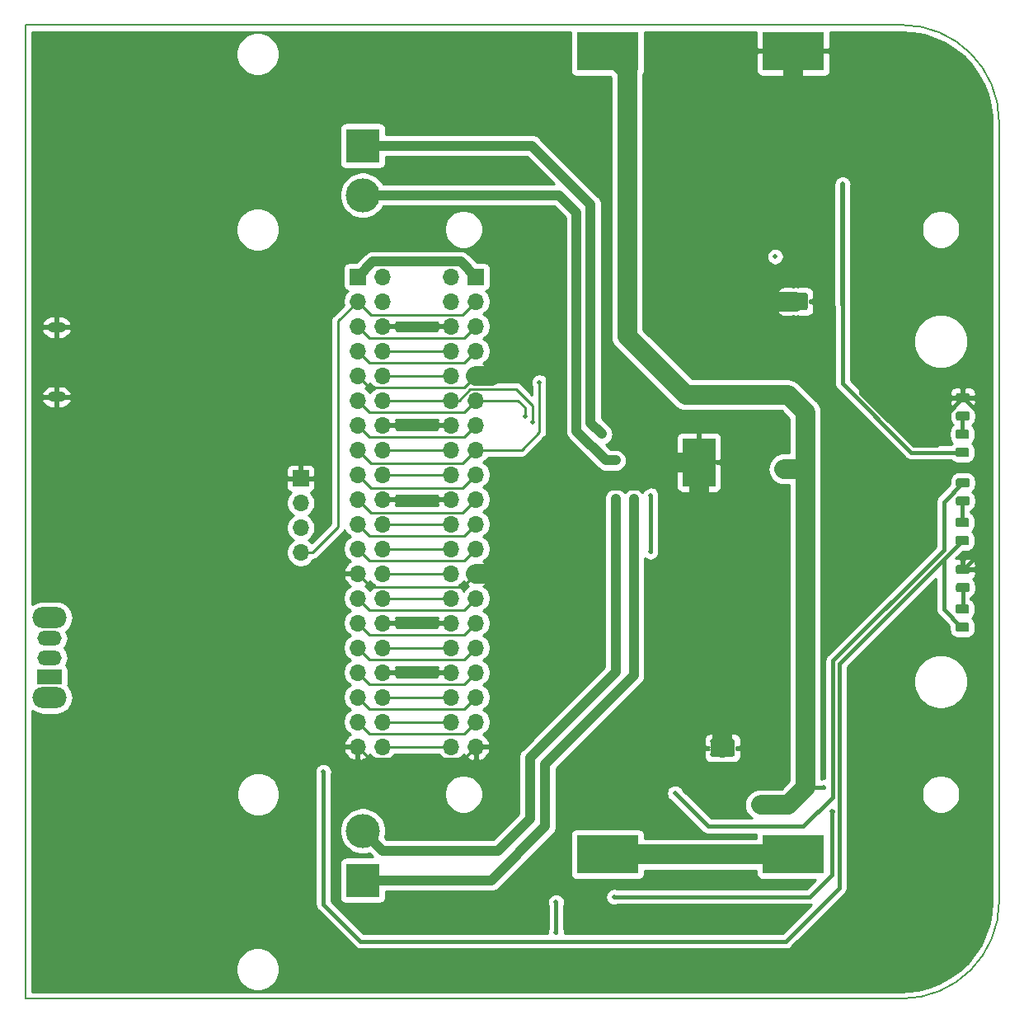
<source format=gtl>
G04 #@! TF.GenerationSoftware,KiCad,Pcbnew,(5.1.5)-3*
G04 #@! TF.CreationDate,2020-04-19T21:11:22+01:00*
G04 #@! TF.ProjectId,langpie,6c616e67-7069-4652-9e6b-696361645f70,rev?*
G04 #@! TF.SameCoordinates,Original*
G04 #@! TF.FileFunction,Copper,L1,Top*
G04 #@! TF.FilePolarity,Positive*
%FSLAX46Y46*%
G04 Gerber Fmt 4.6, Leading zero omitted, Abs format (unit mm)*
G04 Created by KiCad (PCBNEW (5.1.5)-3) date 2020-04-19 21:11:22*
%MOMM*%
%LPD*%
G04 APERTURE LIST*
%ADD10C,0.200000*%
%ADD11R,1.700000X1.700000*%
%ADD12O,1.700000X1.700000*%
%ADD13C,0.150000*%
%ADD14O,1.900000X1.050000*%
%ADD15R,3.500120X3.500120*%
%ADD16C,3.500120*%
%ADD17R,2.500000X1.500000*%
%ADD18O,2.500000X1.500000*%
%ADD19O,3.500000X2.200000*%
%ADD20R,3.400000X5.000000*%
%ADD21C,0.750000*%
%ADD22C,0.500000*%
%ADD23R,6.350000X4.000000*%
%ADD24C,0.800000*%
%ADD25C,2.032000*%
%ADD26C,0.381000*%
%ADD27C,0.250000*%
%ADD28C,0.508000*%
%ADD29C,1.016000*%
%ADD30C,0.254000*%
G04 APERTURE END LIST*
D10*
X187365000Y-149231000D02*
X97365000Y-149231000D01*
X197364999Y-139231000D02*
G75*
G02X187365000Y-149230999I-9999999J0D01*
G01*
X197364999Y-59231000D02*
X197364999Y-139231000D01*
X97365000Y-149231000D02*
X97365000Y-49231000D01*
X187365000Y-49231000D02*
X97365000Y-49231000D01*
X187365000Y-49231001D02*
G75*
G02X197364999Y-59231000I0J-9999999D01*
G01*
D11*
X131485000Y-75096000D03*
D12*
X134025000Y-75096000D03*
X131485000Y-77636000D03*
X134025000Y-77636000D03*
X131485000Y-80176000D03*
X134025000Y-80176000D03*
X131485000Y-82716000D03*
X134025000Y-82716000D03*
X131485000Y-85256000D03*
X134025000Y-85256000D03*
X131485000Y-87796000D03*
X134025000Y-87796000D03*
X131485000Y-90336000D03*
X134025000Y-90336000D03*
X131485000Y-92876000D03*
X134025000Y-92876000D03*
X131485000Y-95416000D03*
X134025000Y-95416000D03*
X131485000Y-97956000D03*
X134025000Y-97956000D03*
X131485000Y-100496000D03*
X134025000Y-100496000D03*
X131485000Y-103036000D03*
X134025000Y-103036000D03*
X131485000Y-105576000D03*
X134025000Y-105576000D03*
X131485000Y-108116000D03*
X134025000Y-108116000D03*
X131485000Y-110656000D03*
X134025000Y-110656000D03*
X131485000Y-113196000D03*
X134025000Y-113196000D03*
X131485000Y-115736000D03*
X134025000Y-115736000D03*
X131485000Y-118276000D03*
X134025000Y-118276000D03*
X131485000Y-120816000D03*
X134025000Y-120816000D03*
X131485000Y-123356000D03*
X134025000Y-123356000D03*
G04 #@! TA.AperFunction,SMDPad,CuDef*
D13*
G36*
X194108142Y-104658174D02*
G01*
X194131803Y-104661684D01*
X194155007Y-104667496D01*
X194177529Y-104675554D01*
X194199153Y-104685782D01*
X194219670Y-104698079D01*
X194238883Y-104712329D01*
X194256607Y-104728393D01*
X194272671Y-104746117D01*
X194286921Y-104765330D01*
X194299218Y-104785847D01*
X194309446Y-104807471D01*
X194317504Y-104829993D01*
X194323316Y-104853197D01*
X194326826Y-104876858D01*
X194328000Y-104900750D01*
X194328000Y-105388250D01*
X194326826Y-105412142D01*
X194323316Y-105435803D01*
X194317504Y-105459007D01*
X194309446Y-105481529D01*
X194299218Y-105503153D01*
X194286921Y-105523670D01*
X194272671Y-105542883D01*
X194256607Y-105560607D01*
X194238883Y-105576671D01*
X194219670Y-105590921D01*
X194199153Y-105603218D01*
X194177529Y-105613446D01*
X194155007Y-105621504D01*
X194131803Y-105627316D01*
X194108142Y-105630826D01*
X194084250Y-105632000D01*
X193171750Y-105632000D01*
X193147858Y-105630826D01*
X193124197Y-105627316D01*
X193100993Y-105621504D01*
X193078471Y-105613446D01*
X193056847Y-105603218D01*
X193036330Y-105590921D01*
X193017117Y-105576671D01*
X192999393Y-105560607D01*
X192983329Y-105542883D01*
X192969079Y-105523670D01*
X192956782Y-105503153D01*
X192946554Y-105481529D01*
X192938496Y-105459007D01*
X192932684Y-105435803D01*
X192929174Y-105412142D01*
X192928000Y-105388250D01*
X192928000Y-104900750D01*
X192929174Y-104876858D01*
X192932684Y-104853197D01*
X192938496Y-104829993D01*
X192946554Y-104807471D01*
X192956782Y-104785847D01*
X192969079Y-104765330D01*
X192983329Y-104746117D01*
X192999393Y-104728393D01*
X193017117Y-104712329D01*
X193036330Y-104698079D01*
X193056847Y-104685782D01*
X193078471Y-104675554D01*
X193100993Y-104667496D01*
X193124197Y-104661684D01*
X193147858Y-104658174D01*
X193171750Y-104657000D01*
X194084250Y-104657000D01*
X194108142Y-104658174D01*
G37*
G04 #@! TD.AperFunction*
G04 #@! TA.AperFunction,SMDPad,CuDef*
G36*
X194108142Y-106533174D02*
G01*
X194131803Y-106536684D01*
X194155007Y-106542496D01*
X194177529Y-106550554D01*
X194199153Y-106560782D01*
X194219670Y-106573079D01*
X194238883Y-106587329D01*
X194256607Y-106603393D01*
X194272671Y-106621117D01*
X194286921Y-106640330D01*
X194299218Y-106660847D01*
X194309446Y-106682471D01*
X194317504Y-106704993D01*
X194323316Y-106728197D01*
X194326826Y-106751858D01*
X194328000Y-106775750D01*
X194328000Y-107263250D01*
X194326826Y-107287142D01*
X194323316Y-107310803D01*
X194317504Y-107334007D01*
X194309446Y-107356529D01*
X194299218Y-107378153D01*
X194286921Y-107398670D01*
X194272671Y-107417883D01*
X194256607Y-107435607D01*
X194238883Y-107451671D01*
X194219670Y-107465921D01*
X194199153Y-107478218D01*
X194177529Y-107488446D01*
X194155007Y-107496504D01*
X194131803Y-107502316D01*
X194108142Y-107505826D01*
X194084250Y-107507000D01*
X193171750Y-107507000D01*
X193147858Y-107505826D01*
X193124197Y-107502316D01*
X193100993Y-107496504D01*
X193078471Y-107488446D01*
X193056847Y-107478218D01*
X193036330Y-107465921D01*
X193017117Y-107451671D01*
X192999393Y-107435607D01*
X192983329Y-107417883D01*
X192969079Y-107398670D01*
X192956782Y-107378153D01*
X192946554Y-107356529D01*
X192938496Y-107334007D01*
X192932684Y-107310803D01*
X192929174Y-107287142D01*
X192928000Y-107263250D01*
X192928000Y-106775750D01*
X192929174Y-106751858D01*
X192932684Y-106728197D01*
X192938496Y-106704993D01*
X192946554Y-106682471D01*
X192956782Y-106660847D01*
X192969079Y-106640330D01*
X192983329Y-106621117D01*
X192999393Y-106603393D01*
X193017117Y-106587329D01*
X193036330Y-106573079D01*
X193056847Y-106560782D01*
X193078471Y-106550554D01*
X193100993Y-106542496D01*
X193124197Y-106536684D01*
X193147858Y-106533174D01*
X193171750Y-106532000D01*
X194084250Y-106532000D01*
X194108142Y-106533174D01*
G37*
G04 #@! TD.AperFunction*
G04 #@! TA.AperFunction,SMDPad,CuDef*
G36*
X194108142Y-88909674D02*
G01*
X194131803Y-88913184D01*
X194155007Y-88918996D01*
X194177529Y-88927054D01*
X194199153Y-88937282D01*
X194219670Y-88949579D01*
X194238883Y-88963829D01*
X194256607Y-88979893D01*
X194272671Y-88997617D01*
X194286921Y-89016830D01*
X194299218Y-89037347D01*
X194309446Y-89058971D01*
X194317504Y-89081493D01*
X194323316Y-89104697D01*
X194326826Y-89128358D01*
X194328000Y-89152250D01*
X194328000Y-89639750D01*
X194326826Y-89663642D01*
X194323316Y-89687303D01*
X194317504Y-89710507D01*
X194309446Y-89733029D01*
X194299218Y-89754653D01*
X194286921Y-89775170D01*
X194272671Y-89794383D01*
X194256607Y-89812107D01*
X194238883Y-89828171D01*
X194219670Y-89842421D01*
X194199153Y-89854718D01*
X194177529Y-89864946D01*
X194155007Y-89873004D01*
X194131803Y-89878816D01*
X194108142Y-89882326D01*
X194084250Y-89883500D01*
X193171750Y-89883500D01*
X193147858Y-89882326D01*
X193124197Y-89878816D01*
X193100993Y-89873004D01*
X193078471Y-89864946D01*
X193056847Y-89854718D01*
X193036330Y-89842421D01*
X193017117Y-89828171D01*
X192999393Y-89812107D01*
X192983329Y-89794383D01*
X192969079Y-89775170D01*
X192956782Y-89754653D01*
X192946554Y-89733029D01*
X192938496Y-89710507D01*
X192932684Y-89687303D01*
X192929174Y-89663642D01*
X192928000Y-89639750D01*
X192928000Y-89152250D01*
X192929174Y-89128358D01*
X192932684Y-89104697D01*
X192938496Y-89081493D01*
X192946554Y-89058971D01*
X192956782Y-89037347D01*
X192969079Y-89016830D01*
X192983329Y-88997617D01*
X192999393Y-88979893D01*
X193017117Y-88963829D01*
X193036330Y-88949579D01*
X193056847Y-88937282D01*
X193078471Y-88927054D01*
X193100993Y-88918996D01*
X193124197Y-88913184D01*
X193147858Y-88909674D01*
X193171750Y-88908500D01*
X194084250Y-88908500D01*
X194108142Y-88909674D01*
G37*
G04 #@! TD.AperFunction*
G04 #@! TA.AperFunction,SMDPad,CuDef*
G36*
X194108142Y-87034674D02*
G01*
X194131803Y-87038184D01*
X194155007Y-87043996D01*
X194177529Y-87052054D01*
X194199153Y-87062282D01*
X194219670Y-87074579D01*
X194238883Y-87088829D01*
X194256607Y-87104893D01*
X194272671Y-87122617D01*
X194286921Y-87141830D01*
X194299218Y-87162347D01*
X194309446Y-87183971D01*
X194317504Y-87206493D01*
X194323316Y-87229697D01*
X194326826Y-87253358D01*
X194328000Y-87277250D01*
X194328000Y-87764750D01*
X194326826Y-87788642D01*
X194323316Y-87812303D01*
X194317504Y-87835507D01*
X194309446Y-87858029D01*
X194299218Y-87879653D01*
X194286921Y-87900170D01*
X194272671Y-87919383D01*
X194256607Y-87937107D01*
X194238883Y-87953171D01*
X194219670Y-87967421D01*
X194199153Y-87979718D01*
X194177529Y-87989946D01*
X194155007Y-87998004D01*
X194131803Y-88003816D01*
X194108142Y-88007326D01*
X194084250Y-88008500D01*
X193171750Y-88008500D01*
X193147858Y-88007326D01*
X193124197Y-88003816D01*
X193100993Y-87998004D01*
X193078471Y-87989946D01*
X193056847Y-87979718D01*
X193036330Y-87967421D01*
X193017117Y-87953171D01*
X192999393Y-87937107D01*
X192983329Y-87919383D01*
X192969079Y-87900170D01*
X192956782Y-87879653D01*
X192946554Y-87858029D01*
X192938496Y-87835507D01*
X192932684Y-87812303D01*
X192929174Y-87788642D01*
X192928000Y-87764750D01*
X192928000Y-87277250D01*
X192929174Y-87253358D01*
X192932684Y-87229697D01*
X192938496Y-87206493D01*
X192946554Y-87183971D01*
X192956782Y-87162347D01*
X192969079Y-87141830D01*
X192983329Y-87122617D01*
X192999393Y-87104893D01*
X193017117Y-87088829D01*
X193036330Y-87074579D01*
X193056847Y-87062282D01*
X193078471Y-87052054D01*
X193100993Y-87043996D01*
X193124197Y-87038184D01*
X193147858Y-87034674D01*
X193171750Y-87033500D01*
X194084250Y-87033500D01*
X194108142Y-87034674D01*
G37*
G04 #@! TD.AperFunction*
G04 #@! TA.AperFunction,SMDPad,CuDef*
G36*
X194108142Y-95761174D02*
G01*
X194131803Y-95764684D01*
X194155007Y-95770496D01*
X194177529Y-95778554D01*
X194199153Y-95788782D01*
X194219670Y-95801079D01*
X194238883Y-95815329D01*
X194256607Y-95831393D01*
X194272671Y-95849117D01*
X194286921Y-95868330D01*
X194299218Y-95888847D01*
X194309446Y-95910471D01*
X194317504Y-95932993D01*
X194323316Y-95956197D01*
X194326826Y-95979858D01*
X194328000Y-96003750D01*
X194328000Y-96491250D01*
X194326826Y-96515142D01*
X194323316Y-96538803D01*
X194317504Y-96562007D01*
X194309446Y-96584529D01*
X194299218Y-96606153D01*
X194286921Y-96626670D01*
X194272671Y-96645883D01*
X194256607Y-96663607D01*
X194238883Y-96679671D01*
X194219670Y-96693921D01*
X194199153Y-96706218D01*
X194177529Y-96716446D01*
X194155007Y-96724504D01*
X194131803Y-96730316D01*
X194108142Y-96733826D01*
X194084250Y-96735000D01*
X193171750Y-96735000D01*
X193147858Y-96733826D01*
X193124197Y-96730316D01*
X193100993Y-96724504D01*
X193078471Y-96716446D01*
X193056847Y-96706218D01*
X193036330Y-96693921D01*
X193017117Y-96679671D01*
X192999393Y-96663607D01*
X192983329Y-96645883D01*
X192969079Y-96626670D01*
X192956782Y-96606153D01*
X192946554Y-96584529D01*
X192938496Y-96562007D01*
X192932684Y-96538803D01*
X192929174Y-96515142D01*
X192928000Y-96491250D01*
X192928000Y-96003750D01*
X192929174Y-95979858D01*
X192932684Y-95956197D01*
X192938496Y-95932993D01*
X192946554Y-95910471D01*
X192956782Y-95888847D01*
X192969079Y-95868330D01*
X192983329Y-95849117D01*
X192999393Y-95831393D01*
X193017117Y-95815329D01*
X193036330Y-95801079D01*
X193056847Y-95788782D01*
X193078471Y-95778554D01*
X193100993Y-95770496D01*
X193124197Y-95764684D01*
X193147858Y-95761174D01*
X193171750Y-95760000D01*
X194084250Y-95760000D01*
X194108142Y-95761174D01*
G37*
G04 #@! TD.AperFunction*
G04 #@! TA.AperFunction,SMDPad,CuDef*
G36*
X194108142Y-97636174D02*
G01*
X194131803Y-97639684D01*
X194155007Y-97645496D01*
X194177529Y-97653554D01*
X194199153Y-97663782D01*
X194219670Y-97676079D01*
X194238883Y-97690329D01*
X194256607Y-97706393D01*
X194272671Y-97724117D01*
X194286921Y-97743330D01*
X194299218Y-97763847D01*
X194309446Y-97785471D01*
X194317504Y-97807993D01*
X194323316Y-97831197D01*
X194326826Y-97854858D01*
X194328000Y-97878750D01*
X194328000Y-98366250D01*
X194326826Y-98390142D01*
X194323316Y-98413803D01*
X194317504Y-98437007D01*
X194309446Y-98459529D01*
X194299218Y-98481153D01*
X194286921Y-98501670D01*
X194272671Y-98520883D01*
X194256607Y-98538607D01*
X194238883Y-98554671D01*
X194219670Y-98568921D01*
X194199153Y-98581218D01*
X194177529Y-98591446D01*
X194155007Y-98599504D01*
X194131803Y-98605316D01*
X194108142Y-98608826D01*
X194084250Y-98610000D01*
X193171750Y-98610000D01*
X193147858Y-98608826D01*
X193124197Y-98605316D01*
X193100993Y-98599504D01*
X193078471Y-98591446D01*
X193056847Y-98581218D01*
X193036330Y-98568921D01*
X193017117Y-98554671D01*
X192999393Y-98538607D01*
X192983329Y-98520883D01*
X192969079Y-98501670D01*
X192956782Y-98481153D01*
X192946554Y-98459529D01*
X192938496Y-98437007D01*
X192932684Y-98413803D01*
X192929174Y-98390142D01*
X192928000Y-98366250D01*
X192928000Y-97878750D01*
X192929174Y-97854858D01*
X192932684Y-97831197D01*
X192938496Y-97807993D01*
X192946554Y-97785471D01*
X192956782Y-97763847D01*
X192969079Y-97743330D01*
X192983329Y-97724117D01*
X192999393Y-97706393D01*
X193017117Y-97690329D01*
X193036330Y-97676079D01*
X193056847Y-97663782D01*
X193078471Y-97653554D01*
X193100993Y-97645496D01*
X193124197Y-97639684D01*
X193147858Y-97636174D01*
X193171750Y-97635000D01*
X194084250Y-97635000D01*
X194108142Y-97636174D01*
G37*
G04 #@! TD.AperFunction*
D14*
X100567000Y-87434000D03*
X100567000Y-80284000D03*
D11*
X125643000Y-95797000D03*
D12*
X125643000Y-98337000D03*
X125643000Y-100877000D03*
X125643000Y-103417000D03*
D15*
X131993000Y-137072000D03*
D16*
X131993000Y-131992000D03*
X131993000Y-66714000D03*
D15*
X131993000Y-61634000D03*
D11*
X143625000Y-75101000D03*
D12*
X141085000Y-75101000D03*
X143625000Y-77641000D03*
X141085000Y-77641000D03*
X143625000Y-80181000D03*
X141085000Y-80181000D03*
X143625000Y-82721000D03*
X141085000Y-82721000D03*
X143625000Y-85261000D03*
X141085000Y-85261000D03*
X143625000Y-87801000D03*
X141085000Y-87801000D03*
X143625000Y-90341000D03*
X141085000Y-90341000D03*
X143625000Y-92881000D03*
X141085000Y-92881000D03*
X143625000Y-95421000D03*
X141085000Y-95421000D03*
X143625000Y-97961000D03*
X141085000Y-97961000D03*
X143625000Y-100501000D03*
X141085000Y-100501000D03*
X143625000Y-103041000D03*
X141085000Y-103041000D03*
X143625000Y-105581000D03*
X141085000Y-105581000D03*
X143625000Y-108121000D03*
X141085000Y-108121000D03*
X143625000Y-110661000D03*
X141085000Y-110661000D03*
X143625000Y-113201000D03*
X141085000Y-113201000D03*
X143625000Y-115741000D03*
X141085000Y-115741000D03*
X143625000Y-118281000D03*
X141085000Y-118281000D03*
X143625000Y-120821000D03*
X141085000Y-120821000D03*
X143625000Y-123361000D03*
X141085000Y-123361000D03*
G04 #@! TA.AperFunction,SMDPad,CuDef*
D13*
G36*
X194063142Y-110597174D02*
G01*
X194086803Y-110600684D01*
X194110007Y-110606496D01*
X194132529Y-110614554D01*
X194154153Y-110624782D01*
X194174670Y-110637079D01*
X194193883Y-110651329D01*
X194211607Y-110667393D01*
X194227671Y-110685117D01*
X194241921Y-110704330D01*
X194254218Y-110724847D01*
X194264446Y-110746471D01*
X194272504Y-110768993D01*
X194278316Y-110792197D01*
X194281826Y-110815858D01*
X194283000Y-110839750D01*
X194283000Y-111327250D01*
X194281826Y-111351142D01*
X194278316Y-111374803D01*
X194272504Y-111398007D01*
X194264446Y-111420529D01*
X194254218Y-111442153D01*
X194241921Y-111462670D01*
X194227671Y-111481883D01*
X194211607Y-111499607D01*
X194193883Y-111515671D01*
X194174670Y-111529921D01*
X194154153Y-111542218D01*
X194132529Y-111552446D01*
X194110007Y-111560504D01*
X194086803Y-111566316D01*
X194063142Y-111569826D01*
X194039250Y-111571000D01*
X193126750Y-111571000D01*
X193102858Y-111569826D01*
X193079197Y-111566316D01*
X193055993Y-111560504D01*
X193033471Y-111552446D01*
X193011847Y-111542218D01*
X192991330Y-111529921D01*
X192972117Y-111515671D01*
X192954393Y-111499607D01*
X192938329Y-111481883D01*
X192924079Y-111462670D01*
X192911782Y-111442153D01*
X192901554Y-111420529D01*
X192893496Y-111398007D01*
X192887684Y-111374803D01*
X192884174Y-111351142D01*
X192883000Y-111327250D01*
X192883000Y-110839750D01*
X192884174Y-110815858D01*
X192887684Y-110792197D01*
X192893496Y-110768993D01*
X192901554Y-110746471D01*
X192911782Y-110724847D01*
X192924079Y-110704330D01*
X192938329Y-110685117D01*
X192954393Y-110667393D01*
X192972117Y-110651329D01*
X192991330Y-110637079D01*
X193011847Y-110624782D01*
X193033471Y-110614554D01*
X193055993Y-110606496D01*
X193079197Y-110600684D01*
X193102858Y-110597174D01*
X193126750Y-110596000D01*
X194039250Y-110596000D01*
X194063142Y-110597174D01*
G37*
G04 #@! TD.AperFunction*
G04 #@! TA.AperFunction,SMDPad,CuDef*
G36*
X194063142Y-108722174D02*
G01*
X194086803Y-108725684D01*
X194110007Y-108731496D01*
X194132529Y-108739554D01*
X194154153Y-108749782D01*
X194174670Y-108762079D01*
X194193883Y-108776329D01*
X194211607Y-108792393D01*
X194227671Y-108810117D01*
X194241921Y-108829330D01*
X194254218Y-108849847D01*
X194264446Y-108871471D01*
X194272504Y-108893993D01*
X194278316Y-108917197D01*
X194281826Y-108940858D01*
X194283000Y-108964750D01*
X194283000Y-109452250D01*
X194281826Y-109476142D01*
X194278316Y-109499803D01*
X194272504Y-109523007D01*
X194264446Y-109545529D01*
X194254218Y-109567153D01*
X194241921Y-109587670D01*
X194227671Y-109606883D01*
X194211607Y-109624607D01*
X194193883Y-109640671D01*
X194174670Y-109654921D01*
X194154153Y-109667218D01*
X194132529Y-109677446D01*
X194110007Y-109685504D01*
X194086803Y-109691316D01*
X194063142Y-109694826D01*
X194039250Y-109696000D01*
X193126750Y-109696000D01*
X193102858Y-109694826D01*
X193079197Y-109691316D01*
X193055993Y-109685504D01*
X193033471Y-109677446D01*
X193011847Y-109667218D01*
X192991330Y-109654921D01*
X192972117Y-109640671D01*
X192954393Y-109624607D01*
X192938329Y-109606883D01*
X192924079Y-109587670D01*
X192911782Y-109567153D01*
X192901554Y-109545529D01*
X192893496Y-109523007D01*
X192887684Y-109499803D01*
X192884174Y-109476142D01*
X192883000Y-109452250D01*
X192883000Y-108964750D01*
X192884174Y-108940858D01*
X192887684Y-108917197D01*
X192893496Y-108893993D01*
X192901554Y-108871471D01*
X192911782Y-108849847D01*
X192924079Y-108829330D01*
X192938329Y-108810117D01*
X192954393Y-108792393D01*
X192972117Y-108776329D01*
X192991330Y-108762079D01*
X193011847Y-108749782D01*
X193033471Y-108739554D01*
X193055993Y-108731496D01*
X193079197Y-108725684D01*
X193102858Y-108722174D01*
X193126750Y-108721000D01*
X194039250Y-108721000D01*
X194063142Y-108722174D01*
G37*
G04 #@! TD.AperFunction*
G04 #@! TA.AperFunction,SMDPad,CuDef*
G36*
X194063142Y-92641174D02*
G01*
X194086803Y-92644684D01*
X194110007Y-92650496D01*
X194132529Y-92658554D01*
X194154153Y-92668782D01*
X194174670Y-92681079D01*
X194193883Y-92695329D01*
X194211607Y-92711393D01*
X194227671Y-92729117D01*
X194241921Y-92748330D01*
X194254218Y-92768847D01*
X194264446Y-92790471D01*
X194272504Y-92812993D01*
X194278316Y-92836197D01*
X194281826Y-92859858D01*
X194283000Y-92883750D01*
X194283000Y-93371250D01*
X194281826Y-93395142D01*
X194278316Y-93418803D01*
X194272504Y-93442007D01*
X194264446Y-93464529D01*
X194254218Y-93486153D01*
X194241921Y-93506670D01*
X194227671Y-93525883D01*
X194211607Y-93543607D01*
X194193883Y-93559671D01*
X194174670Y-93573921D01*
X194154153Y-93586218D01*
X194132529Y-93596446D01*
X194110007Y-93604504D01*
X194086803Y-93610316D01*
X194063142Y-93613826D01*
X194039250Y-93615000D01*
X193126750Y-93615000D01*
X193102858Y-93613826D01*
X193079197Y-93610316D01*
X193055993Y-93604504D01*
X193033471Y-93596446D01*
X193011847Y-93586218D01*
X192991330Y-93573921D01*
X192972117Y-93559671D01*
X192954393Y-93543607D01*
X192938329Y-93525883D01*
X192924079Y-93506670D01*
X192911782Y-93486153D01*
X192901554Y-93464529D01*
X192893496Y-93442007D01*
X192887684Y-93418803D01*
X192884174Y-93395142D01*
X192883000Y-93371250D01*
X192883000Y-92883750D01*
X192884174Y-92859858D01*
X192887684Y-92836197D01*
X192893496Y-92812993D01*
X192901554Y-92790471D01*
X192911782Y-92768847D01*
X192924079Y-92748330D01*
X192938329Y-92729117D01*
X192954393Y-92711393D01*
X192972117Y-92695329D01*
X192991330Y-92681079D01*
X193011847Y-92668782D01*
X193033471Y-92658554D01*
X193055993Y-92650496D01*
X193079197Y-92644684D01*
X193102858Y-92641174D01*
X193126750Y-92640000D01*
X194039250Y-92640000D01*
X194063142Y-92641174D01*
G37*
G04 #@! TD.AperFunction*
G04 #@! TA.AperFunction,SMDPad,CuDef*
G36*
X194063142Y-90766174D02*
G01*
X194086803Y-90769684D01*
X194110007Y-90775496D01*
X194132529Y-90783554D01*
X194154153Y-90793782D01*
X194174670Y-90806079D01*
X194193883Y-90820329D01*
X194211607Y-90836393D01*
X194227671Y-90854117D01*
X194241921Y-90873330D01*
X194254218Y-90893847D01*
X194264446Y-90915471D01*
X194272504Y-90937993D01*
X194278316Y-90961197D01*
X194281826Y-90984858D01*
X194283000Y-91008750D01*
X194283000Y-91496250D01*
X194281826Y-91520142D01*
X194278316Y-91543803D01*
X194272504Y-91567007D01*
X194264446Y-91589529D01*
X194254218Y-91611153D01*
X194241921Y-91631670D01*
X194227671Y-91650883D01*
X194211607Y-91668607D01*
X194193883Y-91684671D01*
X194174670Y-91698921D01*
X194154153Y-91711218D01*
X194132529Y-91721446D01*
X194110007Y-91729504D01*
X194086803Y-91735316D01*
X194063142Y-91738826D01*
X194039250Y-91740000D01*
X193126750Y-91740000D01*
X193102858Y-91738826D01*
X193079197Y-91735316D01*
X193055993Y-91729504D01*
X193033471Y-91721446D01*
X193011847Y-91711218D01*
X192991330Y-91698921D01*
X192972117Y-91684671D01*
X192954393Y-91668607D01*
X192938329Y-91650883D01*
X192924079Y-91631670D01*
X192911782Y-91611153D01*
X192901554Y-91589529D01*
X192893496Y-91567007D01*
X192887684Y-91543803D01*
X192884174Y-91520142D01*
X192883000Y-91496250D01*
X192883000Y-91008750D01*
X192884174Y-90984858D01*
X192887684Y-90961197D01*
X192893496Y-90937993D01*
X192901554Y-90915471D01*
X192911782Y-90893847D01*
X192924079Y-90873330D01*
X192938329Y-90854117D01*
X192954393Y-90836393D01*
X192972117Y-90820329D01*
X192991330Y-90806079D01*
X193011847Y-90793782D01*
X193033471Y-90783554D01*
X193055993Y-90775496D01*
X193079197Y-90769684D01*
X193102858Y-90766174D01*
X193126750Y-90765000D01*
X194039250Y-90765000D01*
X194063142Y-90766174D01*
G37*
G04 #@! TD.AperFunction*
G04 #@! TA.AperFunction,SMDPad,CuDef*
G36*
X194063142Y-99825174D02*
G01*
X194086803Y-99828684D01*
X194110007Y-99834496D01*
X194132529Y-99842554D01*
X194154153Y-99852782D01*
X194174670Y-99865079D01*
X194193883Y-99879329D01*
X194211607Y-99895393D01*
X194227671Y-99913117D01*
X194241921Y-99932330D01*
X194254218Y-99952847D01*
X194264446Y-99974471D01*
X194272504Y-99996993D01*
X194278316Y-100020197D01*
X194281826Y-100043858D01*
X194283000Y-100067750D01*
X194283000Y-100555250D01*
X194281826Y-100579142D01*
X194278316Y-100602803D01*
X194272504Y-100626007D01*
X194264446Y-100648529D01*
X194254218Y-100670153D01*
X194241921Y-100690670D01*
X194227671Y-100709883D01*
X194211607Y-100727607D01*
X194193883Y-100743671D01*
X194174670Y-100757921D01*
X194154153Y-100770218D01*
X194132529Y-100780446D01*
X194110007Y-100788504D01*
X194086803Y-100794316D01*
X194063142Y-100797826D01*
X194039250Y-100799000D01*
X193126750Y-100799000D01*
X193102858Y-100797826D01*
X193079197Y-100794316D01*
X193055993Y-100788504D01*
X193033471Y-100780446D01*
X193011847Y-100770218D01*
X192991330Y-100757921D01*
X192972117Y-100743671D01*
X192954393Y-100727607D01*
X192938329Y-100709883D01*
X192924079Y-100690670D01*
X192911782Y-100670153D01*
X192901554Y-100648529D01*
X192893496Y-100626007D01*
X192887684Y-100602803D01*
X192884174Y-100579142D01*
X192883000Y-100555250D01*
X192883000Y-100067750D01*
X192884174Y-100043858D01*
X192887684Y-100020197D01*
X192893496Y-99996993D01*
X192901554Y-99974471D01*
X192911782Y-99952847D01*
X192924079Y-99932330D01*
X192938329Y-99913117D01*
X192954393Y-99895393D01*
X192972117Y-99879329D01*
X192991330Y-99865079D01*
X193011847Y-99852782D01*
X193033471Y-99842554D01*
X193055993Y-99834496D01*
X193079197Y-99828684D01*
X193102858Y-99825174D01*
X193126750Y-99824000D01*
X194039250Y-99824000D01*
X194063142Y-99825174D01*
G37*
G04 #@! TD.AperFunction*
G04 #@! TA.AperFunction,SMDPad,CuDef*
G36*
X194063142Y-101700174D02*
G01*
X194086803Y-101703684D01*
X194110007Y-101709496D01*
X194132529Y-101717554D01*
X194154153Y-101727782D01*
X194174670Y-101740079D01*
X194193883Y-101754329D01*
X194211607Y-101770393D01*
X194227671Y-101788117D01*
X194241921Y-101807330D01*
X194254218Y-101827847D01*
X194264446Y-101849471D01*
X194272504Y-101871993D01*
X194278316Y-101895197D01*
X194281826Y-101918858D01*
X194283000Y-101942750D01*
X194283000Y-102430250D01*
X194281826Y-102454142D01*
X194278316Y-102477803D01*
X194272504Y-102501007D01*
X194264446Y-102523529D01*
X194254218Y-102545153D01*
X194241921Y-102565670D01*
X194227671Y-102584883D01*
X194211607Y-102602607D01*
X194193883Y-102618671D01*
X194174670Y-102632921D01*
X194154153Y-102645218D01*
X194132529Y-102655446D01*
X194110007Y-102663504D01*
X194086803Y-102669316D01*
X194063142Y-102672826D01*
X194039250Y-102674000D01*
X193126750Y-102674000D01*
X193102858Y-102672826D01*
X193079197Y-102669316D01*
X193055993Y-102663504D01*
X193033471Y-102655446D01*
X193011847Y-102645218D01*
X192991330Y-102632921D01*
X192972117Y-102618671D01*
X192954393Y-102602607D01*
X192938329Y-102584883D01*
X192924079Y-102565670D01*
X192911782Y-102545153D01*
X192901554Y-102523529D01*
X192893496Y-102501007D01*
X192887684Y-102477803D01*
X192884174Y-102454142D01*
X192883000Y-102430250D01*
X192883000Y-101942750D01*
X192884174Y-101918858D01*
X192887684Y-101895197D01*
X192893496Y-101871993D01*
X192901554Y-101849471D01*
X192911782Y-101827847D01*
X192924079Y-101807330D01*
X192938329Y-101788117D01*
X192954393Y-101770393D01*
X192972117Y-101754329D01*
X192991330Y-101740079D01*
X193011847Y-101727782D01*
X193033471Y-101717554D01*
X193055993Y-101709496D01*
X193079197Y-101703684D01*
X193102858Y-101700174D01*
X193126750Y-101699000D01*
X194039250Y-101699000D01*
X194063142Y-101700174D01*
G37*
G04 #@! TD.AperFunction*
D17*
X99862000Y-116212000D03*
D18*
X99862000Y-114212000D03*
X99862000Y-112212000D03*
D19*
X99862000Y-118312000D03*
X99862000Y-110112000D03*
D20*
X166537000Y-94146000D03*
D21*
X165787000Y-95646000D03*
X167287000Y-95646000D03*
X165787000Y-94146000D03*
X167287000Y-94146000D03*
X165787000Y-92646000D03*
X167287000Y-92646000D03*
D22*
X167950000Y-122833000D03*
X167950000Y-124133000D03*
X168950000Y-122833000D03*
X168950000Y-124133000D03*
X169950000Y-122833000D03*
X169950000Y-124133000D03*
G04 #@! TA.AperFunction,Conductor*
D13*
G36*
X169974504Y-122584204D02*
G01*
X169998773Y-122587804D01*
X170022571Y-122593765D01*
X170045671Y-122602030D01*
X170067849Y-122612520D01*
X170088893Y-122625133D01*
X170108598Y-122639747D01*
X170126777Y-122656223D01*
X170143253Y-122674402D01*
X170157867Y-122694107D01*
X170170480Y-122715151D01*
X170180970Y-122737329D01*
X170189235Y-122760429D01*
X170195196Y-122784227D01*
X170198796Y-122808496D01*
X170200000Y-122833000D01*
X170200000Y-124133000D01*
X170198796Y-124157504D01*
X170195196Y-124181773D01*
X170189235Y-124205571D01*
X170180970Y-124228671D01*
X170170480Y-124250849D01*
X170157867Y-124271893D01*
X170143253Y-124291598D01*
X170126777Y-124309777D01*
X170108598Y-124326253D01*
X170088893Y-124340867D01*
X170067849Y-124353480D01*
X170045671Y-124363970D01*
X170022571Y-124372235D01*
X169998773Y-124378196D01*
X169974504Y-124381796D01*
X169950000Y-124383000D01*
X167950000Y-124383000D01*
X167925496Y-124381796D01*
X167901227Y-124378196D01*
X167877429Y-124372235D01*
X167854329Y-124363970D01*
X167832151Y-124353480D01*
X167811107Y-124340867D01*
X167791402Y-124326253D01*
X167773223Y-124309777D01*
X167756747Y-124291598D01*
X167742133Y-124271893D01*
X167729520Y-124250849D01*
X167719030Y-124228671D01*
X167710765Y-124205571D01*
X167704804Y-124181773D01*
X167701204Y-124157504D01*
X167700000Y-124133000D01*
X167700000Y-122833000D01*
X167701204Y-122808496D01*
X167704804Y-122784227D01*
X167710765Y-122760429D01*
X167719030Y-122737329D01*
X167729520Y-122715151D01*
X167742133Y-122694107D01*
X167756747Y-122674402D01*
X167773223Y-122656223D01*
X167791402Y-122639747D01*
X167811107Y-122625133D01*
X167832151Y-122612520D01*
X167854329Y-122602030D01*
X167877429Y-122593765D01*
X167901227Y-122587804D01*
X167925496Y-122584204D01*
X167950000Y-122583000D01*
X169950000Y-122583000D01*
X169974504Y-122584204D01*
G37*
G04 #@! TD.AperFunction*
D23*
X157139000Y-51905000D03*
X157139000Y-134405000D03*
X176239000Y-134405000D03*
X176239000Y-51905000D03*
D22*
X175445000Y-76981000D03*
X175445000Y-78281000D03*
X176445000Y-76981000D03*
X176445000Y-78281000D03*
X177445000Y-76981000D03*
X177445000Y-78281000D03*
G04 #@! TA.AperFunction,Conductor*
D13*
G36*
X177469504Y-76732204D02*
G01*
X177493773Y-76735804D01*
X177517571Y-76741765D01*
X177540671Y-76750030D01*
X177562849Y-76760520D01*
X177583893Y-76773133D01*
X177603598Y-76787747D01*
X177621777Y-76804223D01*
X177638253Y-76822402D01*
X177652867Y-76842107D01*
X177665480Y-76863151D01*
X177675970Y-76885329D01*
X177684235Y-76908429D01*
X177690196Y-76932227D01*
X177693796Y-76956496D01*
X177695000Y-76981000D01*
X177695000Y-78281000D01*
X177693796Y-78305504D01*
X177690196Y-78329773D01*
X177684235Y-78353571D01*
X177675970Y-78376671D01*
X177665480Y-78398849D01*
X177652867Y-78419893D01*
X177638253Y-78439598D01*
X177621777Y-78457777D01*
X177603598Y-78474253D01*
X177583893Y-78488867D01*
X177562849Y-78501480D01*
X177540671Y-78511970D01*
X177517571Y-78520235D01*
X177493773Y-78526196D01*
X177469504Y-78529796D01*
X177445000Y-78531000D01*
X175445000Y-78531000D01*
X175420496Y-78529796D01*
X175396227Y-78526196D01*
X175372429Y-78520235D01*
X175349329Y-78511970D01*
X175327151Y-78501480D01*
X175306107Y-78488867D01*
X175286402Y-78474253D01*
X175268223Y-78457777D01*
X175251747Y-78439598D01*
X175237133Y-78419893D01*
X175224520Y-78398849D01*
X175214030Y-78376671D01*
X175205765Y-78353571D01*
X175199804Y-78329773D01*
X175196204Y-78305504D01*
X175195000Y-78281000D01*
X175195000Y-76981000D01*
X175196204Y-76956496D01*
X175199804Y-76932227D01*
X175205765Y-76908429D01*
X175214030Y-76885329D01*
X175224520Y-76863151D01*
X175237133Y-76842107D01*
X175251747Y-76822402D01*
X175268223Y-76804223D01*
X175286402Y-76787747D01*
X175306107Y-76773133D01*
X175327151Y-76760520D01*
X175349329Y-76750030D01*
X175372429Y-76741765D01*
X175396227Y-76735804D01*
X175420496Y-76732204D01*
X175445000Y-76731000D01*
X177445000Y-76731000D01*
X177469504Y-76732204D01*
G37*
G04 #@! TD.AperFunction*
D24*
X176665000Y-94331000D03*
X175065000Y-95331000D03*
X175065000Y-94331000D03*
X175865000Y-94831000D03*
X176665000Y-95331000D03*
X173265000Y-86731000D03*
X173265000Y-87731000D03*
X174865000Y-86731000D03*
X174865000Y-87731000D03*
X174065000Y-87231000D03*
D22*
X157805500Y-138771500D03*
D24*
X172665000Y-129831000D03*
X174265000Y-128831000D03*
X174265000Y-129831000D03*
X172665000Y-128831000D03*
X173465000Y-129331000D03*
D22*
X179365000Y-127531000D03*
X180224490Y-130031000D03*
D24*
X165265000Y-76631000D03*
X165265000Y-78231000D03*
X164265000Y-78231000D03*
X164265000Y-76631000D03*
X164765000Y-77431000D03*
X152365000Y-73631000D03*
X152365000Y-75231000D03*
X151365000Y-75231000D03*
X151365000Y-73631000D03*
X151865000Y-74431000D03*
X172165000Y-58131000D03*
X170565000Y-58131000D03*
X170565000Y-57131000D03*
X172165000Y-57131000D03*
X171365000Y-57631000D03*
D22*
X161165000Y-118831000D03*
X177665000Y-68131000D03*
X177665000Y-72931000D03*
X183165000Y-82031000D03*
X162424500Y-124631000D03*
X160060000Y-129336000D03*
X166537000Y-98459000D03*
X142465000Y-139631000D03*
X181285000Y-65601000D03*
X181285000Y-78021000D03*
D24*
X157985000Y-97911000D03*
X159855000Y-97921000D03*
X157979500Y-93916500D03*
X156555000Y-91241000D03*
D22*
X164065000Y-128131000D03*
X127965004Y-125931004D03*
X148665000Y-89431000D03*
X149465000Y-90031000D03*
X150165000Y-85931000D03*
X151865000Y-142431000D03*
X151864992Y-139330996D03*
X174365000Y-73031000D03*
X161565000Y-103331000D03*
X161565004Y-97531000D03*
D25*
X176565000Y-94831000D02*
X175265000Y-94831000D01*
X177465000Y-127531000D02*
X175665000Y-129331000D01*
X175665000Y-129331000D02*
X172865000Y-129331000D01*
D26*
X180265000Y-130031000D02*
X180265000Y-130031000D01*
X177465000Y-127531000D02*
X179365000Y-127531000D01*
X179365000Y-127531000D02*
X179365000Y-127531000D01*
X180224490Y-136471510D02*
X180224490Y-130384553D01*
X157805500Y-138771500D02*
X177924500Y-138771500D01*
X180224490Y-130384553D02*
X180224490Y-130031000D01*
X177924500Y-138771500D02*
X180224490Y-136471510D01*
D25*
X177465000Y-126931000D02*
X177465000Y-127531000D01*
X159165000Y-53931000D02*
X159165000Y-81231000D01*
X177465000Y-89031000D02*
X177465000Y-126931000D01*
X157139000Y-51905000D02*
X159165000Y-53931000D01*
X175665000Y-87231000D02*
X177465000Y-89031000D01*
X159165000Y-81231000D02*
X165165000Y-87231000D01*
X165165000Y-87231000D02*
X175665000Y-87231000D01*
D27*
X141080000Y-90336000D02*
X141085000Y-90341000D01*
X134025000Y-90336000D02*
X141080000Y-90336000D01*
X141080000Y-97956000D02*
X141085000Y-97961000D01*
X134025000Y-97956000D02*
X141080000Y-97956000D01*
X141080000Y-110656000D02*
X141085000Y-110661000D01*
X134025000Y-110656000D02*
X141080000Y-110656000D01*
X141080000Y-115736000D02*
X141085000Y-115741000D01*
X134025000Y-115736000D02*
X141080000Y-115736000D01*
X141080000Y-80176000D02*
X141085000Y-80181000D01*
X134025000Y-80176000D02*
X141080000Y-80176000D01*
X142775001Y-86110999D02*
X143625000Y-85261000D01*
X142449999Y-86436001D02*
X142775001Y-86110999D01*
X132665001Y-86436001D02*
X142449999Y-86436001D01*
X131485000Y-85256000D02*
X132665001Y-86436001D01*
X142775001Y-106430999D02*
X143625000Y-105581000D01*
X142265001Y-106940999D02*
X142775001Y-106430999D01*
X132849999Y-106940999D02*
X142265001Y-106940999D01*
X131485000Y-105576000D02*
X132849999Y-106940999D01*
X142449999Y-124536001D02*
X142775001Y-124210999D01*
X132665001Y-124536001D02*
X142449999Y-124536001D01*
X142775001Y-124210999D02*
X143625000Y-123361000D01*
X131485000Y-123356000D02*
X132665001Y-124536001D01*
D28*
X177665000Y-68131000D02*
X177665000Y-68131000D01*
D25*
X143625000Y-85261000D02*
X145235000Y-85261000D01*
X145235000Y-85261000D02*
X147865000Y-82631000D01*
X147865000Y-82631000D02*
X151865000Y-82631000D01*
X143625000Y-105581000D02*
X149115000Y-105581000D01*
X151865000Y-102831000D02*
X151865000Y-98543081D01*
X149115000Y-105581000D02*
X151865000Y-102831000D01*
X162805000Y-94146000D02*
X166537000Y-94146000D01*
X151954999Y-96020999D02*
X160930001Y-96020999D01*
X151865000Y-95931000D02*
X151954999Y-96020999D01*
X160930001Y-96020999D02*
X162805000Y-94146000D01*
X151865000Y-98543081D02*
X151865000Y-95931000D01*
X151865000Y-95931000D02*
X151865000Y-75731000D01*
X151865000Y-75731000D02*
X151865000Y-73531000D01*
X164765000Y-61631000D02*
X164765000Y-78131000D01*
X174545000Y-57631000D02*
X168765000Y-57631000D01*
X176239000Y-51905000D02*
X176239000Y-55937000D01*
X164765000Y-78131000D02*
X164765000Y-78631000D01*
X168765000Y-57631000D02*
X164765000Y-61631000D01*
X176239000Y-55937000D02*
X174545000Y-57631000D01*
X164765000Y-78631000D02*
X165965000Y-79831000D01*
X176445000Y-77631000D02*
X172965000Y-77631000D01*
X172965000Y-77631000D02*
X170765000Y-79831000D01*
X165965000Y-79831000D02*
X170765000Y-79831000D01*
X166537000Y-94146000D02*
X166537000Y-98459000D01*
X168950000Y-101091000D02*
X168950000Y-123483000D01*
X166537000Y-98678000D02*
X168950000Y-101091000D01*
D28*
X161165000Y-123371500D02*
X162424500Y-124631000D01*
X162424500Y-126971500D02*
X160060000Y-129336000D01*
X162424500Y-124631000D02*
X162424500Y-126971500D01*
X161165000Y-118831000D02*
X161165000Y-123371500D01*
D26*
X193628000Y-105144500D02*
X195565000Y-103207500D01*
X195565000Y-89458000D02*
X193628000Y-87521000D01*
X195565000Y-103207500D02*
X195565000Y-89458000D01*
X191665000Y-89484000D02*
X193628000Y-87521000D01*
X183165000Y-87031000D02*
X188565000Y-92431000D01*
X183165000Y-82031000D02*
X183165000Y-82031000D01*
X188565000Y-92431000D02*
X190965000Y-92431000D01*
X191665000Y-91731000D02*
X191665000Y-89484000D01*
X190965000Y-92431000D02*
X191665000Y-91731000D01*
D28*
X177665000Y-68131000D02*
X177665000Y-72931000D01*
X177665000Y-72931000D02*
X177665000Y-72931000D01*
D26*
X183165000Y-82031000D02*
X183165000Y-87031000D01*
D25*
X166537000Y-98459000D02*
X166537000Y-98678000D01*
D29*
X141080000Y-75096000D02*
X141085000Y-75101000D01*
X141080000Y-77636000D02*
X141085000Y-77641000D01*
D28*
X181285000Y-78021000D02*
X181285000Y-78021000D01*
X181285000Y-65601000D02*
X181285000Y-65601000D01*
D26*
X192883000Y-93127500D02*
X193583000Y-93127500D01*
X181285000Y-86072673D02*
X188339827Y-93127500D01*
X188339827Y-93127500D02*
X192883000Y-93127500D01*
X181285000Y-78021000D02*
X181285000Y-86072673D01*
D28*
X181285000Y-78021000D02*
X181285000Y-65601000D01*
D29*
X134032000Y-134031000D02*
X131993000Y-131992000D01*
X157985000Y-115656842D02*
X149165000Y-124476842D01*
X157985000Y-97911000D02*
X157985000Y-97911000D01*
X149165000Y-124476842D02*
X149165000Y-130731000D01*
X149165000Y-130731000D02*
X145865000Y-134031000D01*
X145865000Y-134031000D02*
X134032000Y-134031000D01*
X157985000Y-97911000D02*
X157985000Y-115656842D01*
X145224000Y-137072000D02*
X131993000Y-137072000D01*
X150765000Y-125131000D02*
X150765000Y-131531000D01*
X159855000Y-97921000D02*
X159855000Y-97921000D01*
X150765000Y-131531000D02*
X145224000Y-137072000D01*
X159855000Y-116041000D02*
X150765000Y-125131000D01*
X159855000Y-97921000D02*
X159855000Y-116041000D01*
X134467958Y-66714000D02*
X131993000Y-66714000D01*
X156999500Y-93965500D02*
X153965000Y-90931000D01*
X157979500Y-93965500D02*
X156999500Y-93965500D01*
X153965000Y-68531000D02*
X152148000Y-66714000D01*
X152148000Y-66714000D02*
X134467958Y-66714000D01*
X153965000Y-90931000D02*
X153965000Y-68531000D01*
X155414991Y-90100991D02*
X155414991Y-67680991D01*
X156565000Y-91251000D02*
X156555000Y-91241000D01*
X149368000Y-61634000D02*
X131993000Y-61634000D01*
X155414991Y-67680991D02*
X149368000Y-61634000D01*
X156555000Y-91241000D02*
X155414991Y-90100991D01*
D26*
X193628000Y-109163500D02*
X193583000Y-109208500D01*
X193628000Y-107019500D02*
X193628000Y-109163500D01*
X193583000Y-89441000D02*
X193628000Y-89396000D01*
X193583000Y-91252500D02*
X193583000Y-89441000D01*
X191665000Y-98210500D02*
X193628000Y-96247500D01*
X177265000Y-131531000D02*
X180283989Y-128512011D01*
X164065000Y-128131000D02*
X167465000Y-131531000D01*
X191665000Y-103131000D02*
X191665000Y-98210500D01*
X180283989Y-128512011D02*
X180283989Y-114512011D01*
X167465000Y-131531000D02*
X177265000Y-131531000D01*
X180283989Y-114512011D02*
X191665000Y-103131000D01*
X193583000Y-98167500D02*
X193628000Y-98122500D01*
X193583000Y-100311500D02*
X193583000Y-98167500D01*
X127965000Y-125931000D02*
X127965000Y-125931000D01*
X193517500Y-111083500D02*
X193583000Y-111083500D01*
X191665000Y-109231000D02*
X193517500Y-111083500D01*
X193583000Y-102186500D02*
X191665000Y-104104500D01*
X191665000Y-104104500D02*
X191665000Y-109231000D01*
X127965004Y-126284557D02*
X127965004Y-125931004D01*
X127965004Y-139531004D02*
X127965004Y-126284557D01*
X131765000Y-143331000D02*
X127965004Y-139531004D01*
X180965000Y-114804500D02*
X180965000Y-137831000D01*
X193583000Y-102186500D02*
X180965000Y-114804500D01*
X180965000Y-137831000D02*
X175465000Y-143331000D01*
X175465000Y-143331000D02*
X131765000Y-143331000D01*
D27*
X142449999Y-81356001D02*
X142775001Y-81030999D01*
X132665001Y-81356001D02*
X142449999Y-81356001D01*
X142775001Y-81030999D02*
X143625000Y-80181000D01*
X131485000Y-80176000D02*
X132665001Y-81356001D01*
X142775001Y-78490999D02*
X143625000Y-77641000D01*
X132849999Y-79000999D02*
X142265001Y-79000999D01*
X142265001Y-79000999D02*
X142775001Y-78490999D01*
X131485000Y-77636000D02*
X132849999Y-79000999D01*
X126845081Y-103417000D02*
X129465000Y-100797081D01*
X125643000Y-103417000D02*
X126845081Y-103417000D01*
X129465000Y-79656000D02*
X131485000Y-77636000D01*
X129465000Y-100797081D02*
X129465000Y-79656000D01*
X142775001Y-96270999D02*
X143625000Y-95421000D01*
X142265001Y-96780999D02*
X142775001Y-96270999D01*
X132849999Y-96780999D02*
X142265001Y-96780999D01*
X131485000Y-95416000D02*
X132849999Y-96780999D01*
D29*
X142061999Y-73537999D02*
X143625000Y-75101000D01*
X133043001Y-73537999D02*
X142061999Y-73537999D01*
X131485000Y-75096000D02*
X133043001Y-73537999D01*
D27*
X142775001Y-83570999D02*
X143625000Y-82721000D01*
X142449999Y-83896001D02*
X142775001Y-83570999D01*
X132665001Y-83896001D02*
X142449999Y-83896001D01*
X131485000Y-82716000D02*
X132665001Y-83896001D01*
X141080000Y-82716000D02*
X141085000Y-82721000D01*
X134025000Y-82716000D02*
X141080000Y-82716000D01*
X141080000Y-85256000D02*
X141085000Y-85261000D01*
X134025000Y-85256000D02*
X141080000Y-85256000D01*
X142449999Y-88976001D02*
X142775001Y-88650999D01*
X142775001Y-88650999D02*
X143625000Y-87801000D01*
X132665001Y-88976001D02*
X142449999Y-88976001D01*
X131485000Y-87796000D02*
X132665001Y-88976001D01*
X148665000Y-89431000D02*
X148665000Y-88531000D01*
X147935000Y-87801000D02*
X143625000Y-87801000D01*
X148665000Y-88531000D02*
X147935000Y-87801000D01*
X141080000Y-87796000D02*
X141085000Y-87801000D01*
X134025000Y-87796000D02*
X141080000Y-87796000D01*
X149465000Y-88331000D02*
X149465000Y-90031000D01*
X141885998Y-87801000D02*
X143060999Y-86625999D01*
X141085000Y-87801000D02*
X141885998Y-87801000D01*
X147759999Y-86625999D02*
X149465000Y-88331000D01*
X143060999Y-86625999D02*
X147759999Y-86625999D01*
X142775001Y-91190999D02*
X143625000Y-90341000D01*
X142449999Y-91516001D02*
X142775001Y-91190999D01*
X132665001Y-91516001D02*
X142449999Y-91516001D01*
X131485000Y-90336000D02*
X132665001Y-91516001D01*
X142265001Y-94240999D02*
X142775001Y-93730999D01*
X142775001Y-93730999D02*
X143625000Y-92881000D01*
X132849999Y-94240999D02*
X142265001Y-94240999D01*
X131485000Y-92876000D02*
X132849999Y-94240999D01*
X143625000Y-92881000D02*
X148315000Y-92881000D01*
X150165000Y-91031000D02*
X150165000Y-85931000D01*
X148315000Y-92881000D02*
X150165000Y-91031000D01*
X141080000Y-92876000D02*
X141085000Y-92881000D01*
X134025000Y-92876000D02*
X141080000Y-92876000D01*
X141080000Y-95416000D02*
X141085000Y-95421000D01*
X134025000Y-95416000D02*
X141080000Y-95416000D01*
X142775001Y-98810999D02*
X143625000Y-97961000D01*
X142265001Y-99320999D02*
X142775001Y-98810999D01*
X132849999Y-99320999D02*
X142265001Y-99320999D01*
X131485000Y-97956000D02*
X132849999Y-99320999D01*
X142775001Y-101350999D02*
X143625000Y-100501000D01*
X142449999Y-101676001D02*
X142775001Y-101350999D01*
X132665001Y-101676001D02*
X142449999Y-101676001D01*
X131485000Y-100496000D02*
X132665001Y-101676001D01*
X141080000Y-100496000D02*
X141085000Y-100501000D01*
X134025000Y-100496000D02*
X141080000Y-100496000D01*
X142775001Y-103890999D02*
X143625000Y-103041000D01*
X142449999Y-104216001D02*
X142775001Y-103890999D01*
X132665001Y-104216001D02*
X142449999Y-104216001D01*
X131485000Y-103036000D02*
X132665001Y-104216001D01*
X141080000Y-103036000D02*
X141085000Y-103041000D01*
X134025000Y-103036000D02*
X141080000Y-103036000D01*
X141080000Y-105576000D02*
X141085000Y-105581000D01*
X134025000Y-105576000D02*
X141080000Y-105576000D01*
X142775001Y-108970999D02*
X143625000Y-108121000D01*
X142449999Y-109296001D02*
X142775001Y-108970999D01*
X132665001Y-109296001D02*
X142449999Y-109296001D01*
X131485000Y-108116000D02*
X132665001Y-109296001D01*
X141080000Y-108116000D02*
X141085000Y-108121000D01*
X134025000Y-108116000D02*
X141080000Y-108116000D01*
X142449999Y-111836001D02*
X142775001Y-111510999D01*
X142775001Y-111510999D02*
X143625000Y-110661000D01*
X132665001Y-111836001D02*
X142449999Y-111836001D01*
X131485000Y-110656000D02*
X132665001Y-111836001D01*
X142775001Y-114050999D02*
X143625000Y-113201000D01*
X142449999Y-114376001D02*
X142775001Y-114050999D01*
X132665001Y-114376001D02*
X142449999Y-114376001D01*
X131485000Y-113196000D02*
X132665001Y-114376001D01*
X141080000Y-113196000D02*
X141085000Y-113201000D01*
X134025000Y-113196000D02*
X141080000Y-113196000D01*
X142449999Y-116916001D02*
X142775001Y-116590999D01*
X132665001Y-116916001D02*
X142449999Y-116916001D01*
X142775001Y-116590999D02*
X143625000Y-115741000D01*
X131485000Y-115736000D02*
X132665001Y-116916001D01*
X142775001Y-119130999D02*
X143625000Y-118281000D01*
X142449999Y-119456001D02*
X142775001Y-119130999D01*
X132665001Y-119456001D02*
X142449999Y-119456001D01*
X131485000Y-118276000D02*
X132665001Y-119456001D01*
X141080000Y-118276000D02*
X141085000Y-118281000D01*
X134025000Y-118276000D02*
X141080000Y-118276000D01*
X142775001Y-121670999D02*
X143625000Y-120821000D01*
X142449999Y-121996001D02*
X142775001Y-121670999D01*
X132665001Y-121996001D02*
X142449999Y-121996001D01*
X131485000Y-120816000D02*
X132665001Y-121996001D01*
X141080000Y-120816000D02*
X141085000Y-120821000D01*
X134025000Y-120816000D02*
X141080000Y-120816000D01*
X141080000Y-123356000D02*
X141085000Y-123361000D01*
X134025000Y-123356000D02*
X141080000Y-123356000D01*
D26*
X151865000Y-142431000D02*
X151865000Y-139331004D01*
X151865000Y-139331004D02*
X151864992Y-139330996D01*
X161565000Y-103331000D02*
X161565000Y-97531004D01*
X161565000Y-97531004D02*
X161565004Y-97531000D01*
D25*
X157139000Y-134405000D02*
X176239000Y-134405000D01*
D30*
G36*
X153325928Y-53905000D02*
G01*
X153338188Y-54029482D01*
X153374498Y-54149180D01*
X153433463Y-54259494D01*
X153512815Y-54356185D01*
X153609506Y-54435537D01*
X153719820Y-54494502D01*
X153839518Y-54530812D01*
X153964000Y-54543072D01*
X157442206Y-54543072D01*
X157514000Y-54614866D01*
X157514001Y-81149889D01*
X157506012Y-81231000D01*
X157531718Y-81491990D01*
X157537890Y-81554653D01*
X157610700Y-81794675D01*
X157632296Y-81865867D01*
X157785602Y-82152683D01*
X157903813Y-82296724D01*
X157991919Y-82404082D01*
X158054916Y-82455782D01*
X163940217Y-88341084D01*
X163991918Y-88404082D01*
X164054915Y-88455782D01*
X164243315Y-88610398D01*
X164340485Y-88662336D01*
X164530133Y-88763705D01*
X164841347Y-88858111D01*
X165083896Y-88882000D01*
X165083898Y-88882000D01*
X165164999Y-88889988D01*
X165246100Y-88882000D01*
X174981134Y-88882000D01*
X175814000Y-89714867D01*
X175814000Y-93180000D01*
X175183896Y-93180000D01*
X174941347Y-93203889D01*
X174630133Y-93298295D01*
X174343316Y-93451602D01*
X174091918Y-93657918D01*
X173885602Y-93909316D01*
X173732295Y-94196133D01*
X173637889Y-94507347D01*
X173606012Y-94831000D01*
X173637889Y-95154653D01*
X173732295Y-95465867D01*
X173885602Y-95752684D01*
X174091918Y-96004082D01*
X174343316Y-96210398D01*
X174630133Y-96363705D01*
X174941347Y-96458111D01*
X175183896Y-96482000D01*
X175814000Y-96482000D01*
X175814001Y-126847132D01*
X174981134Y-127680000D01*
X172783896Y-127680000D01*
X172541347Y-127703889D01*
X172230133Y-127798295D01*
X171943316Y-127951602D01*
X171691918Y-128157918D01*
X171485602Y-128409316D01*
X171332295Y-128696133D01*
X171237889Y-129007347D01*
X171206012Y-129331000D01*
X171237889Y-129654653D01*
X171332295Y-129965867D01*
X171485602Y-130252684D01*
X171691918Y-130504082D01*
X171937348Y-130705500D01*
X167806933Y-130705500D01*
X164874768Y-127773336D01*
X164849277Y-127711795D01*
X164752424Y-127566845D01*
X164629155Y-127443576D01*
X164484205Y-127346723D01*
X164323145Y-127280010D01*
X164152165Y-127246000D01*
X163977835Y-127246000D01*
X163806855Y-127280010D01*
X163645795Y-127346723D01*
X163500845Y-127443576D01*
X163377576Y-127566845D01*
X163280723Y-127711795D01*
X163214010Y-127872855D01*
X163180000Y-128043835D01*
X163180000Y-128218165D01*
X163214010Y-128389145D01*
X163280723Y-128550205D01*
X163377576Y-128695155D01*
X163500845Y-128818424D01*
X163645795Y-128915277D01*
X163707336Y-128940768D01*
X166852606Y-132086039D01*
X166878459Y-132117541D01*
X166931195Y-132160820D01*
X167004157Y-132220699D01*
X167116070Y-132280518D01*
X167147566Y-132297353D01*
X167303174Y-132344556D01*
X167424447Y-132356500D01*
X167424449Y-132356500D01*
X167464999Y-132360494D01*
X167505550Y-132356500D01*
X172430705Y-132356500D01*
X172425928Y-132405000D01*
X172425928Y-132754000D01*
X160952072Y-132754000D01*
X160952072Y-132405000D01*
X160939812Y-132280518D01*
X160903502Y-132160820D01*
X160844537Y-132050506D01*
X160765185Y-131953815D01*
X160668494Y-131874463D01*
X160558180Y-131815498D01*
X160438482Y-131779188D01*
X160314000Y-131766928D01*
X153964000Y-131766928D01*
X153839518Y-131779188D01*
X153719820Y-131815498D01*
X153609506Y-131874463D01*
X153512815Y-131953815D01*
X153433463Y-132050506D01*
X153374498Y-132160820D01*
X153338188Y-132280518D01*
X153325928Y-132405000D01*
X153325928Y-136405000D01*
X153338188Y-136529482D01*
X153374498Y-136649180D01*
X153433463Y-136759494D01*
X153512815Y-136856185D01*
X153609506Y-136935537D01*
X153719820Y-136994502D01*
X153839518Y-137030812D01*
X153964000Y-137043072D01*
X160314000Y-137043072D01*
X160438482Y-137030812D01*
X160558180Y-136994502D01*
X160668494Y-136935537D01*
X160765185Y-136856185D01*
X160844537Y-136759494D01*
X160903502Y-136649180D01*
X160939812Y-136529482D01*
X160952072Y-136405000D01*
X160952072Y-136056000D01*
X172425928Y-136056000D01*
X172425928Y-136405000D01*
X172438188Y-136529482D01*
X172474498Y-136649180D01*
X172533463Y-136759494D01*
X172612815Y-136856185D01*
X172709506Y-136935537D01*
X172819820Y-136994502D01*
X172939518Y-137030812D01*
X173064000Y-137043072D01*
X178485496Y-137043072D01*
X177582568Y-137946000D01*
X158125184Y-137946000D01*
X158063645Y-137920510D01*
X157892665Y-137886500D01*
X157718335Y-137886500D01*
X157547355Y-137920510D01*
X157386295Y-137987223D01*
X157241345Y-138084076D01*
X157118076Y-138207345D01*
X157021223Y-138352295D01*
X156954510Y-138513355D01*
X156920500Y-138684335D01*
X156920500Y-138858665D01*
X156954510Y-139029645D01*
X157021223Y-139190705D01*
X157118076Y-139335655D01*
X157241345Y-139458924D01*
X157386295Y-139555777D01*
X157547355Y-139622490D01*
X157718335Y-139656500D01*
X157892665Y-139656500D01*
X158063645Y-139622490D01*
X158125184Y-139597000D01*
X177883950Y-139597000D01*
X177924500Y-139600994D01*
X177965050Y-139597000D01*
X177965053Y-139597000D01*
X178038833Y-139589733D01*
X175123068Y-142505500D01*
X152750000Y-142505500D01*
X152750000Y-142343835D01*
X152715990Y-142172855D01*
X152690500Y-142111316D01*
X152690500Y-139650660D01*
X152715982Y-139589141D01*
X152749992Y-139418161D01*
X152749992Y-139243831D01*
X152715982Y-139072851D01*
X152649269Y-138911791D01*
X152552416Y-138766841D01*
X152429147Y-138643572D01*
X152284197Y-138546719D01*
X152123137Y-138480006D01*
X151952157Y-138445996D01*
X151777827Y-138445996D01*
X151606847Y-138480006D01*
X151445787Y-138546719D01*
X151300837Y-138643572D01*
X151177568Y-138766841D01*
X151080715Y-138911791D01*
X151014002Y-139072851D01*
X150979992Y-139243831D01*
X150979992Y-139418161D01*
X151014002Y-139589141D01*
X151039501Y-139650701D01*
X151039500Y-142111316D01*
X151014010Y-142172855D01*
X150980000Y-142343835D01*
X150980000Y-142505500D01*
X132106934Y-142505500D01*
X128790504Y-139189072D01*
X128790504Y-135321940D01*
X129604868Y-135321940D01*
X129604868Y-138822060D01*
X129617128Y-138946542D01*
X129653438Y-139066240D01*
X129712403Y-139176554D01*
X129791755Y-139273245D01*
X129888446Y-139352597D01*
X129998760Y-139411562D01*
X130118458Y-139447872D01*
X130242940Y-139460132D01*
X133743060Y-139460132D01*
X133867542Y-139447872D01*
X133987240Y-139411562D01*
X134097554Y-139352597D01*
X134194245Y-139273245D01*
X134273597Y-139176554D01*
X134332562Y-139066240D01*
X134368872Y-138946542D01*
X134381132Y-138822060D01*
X134381132Y-138215000D01*
X145167861Y-138215000D01*
X145224000Y-138220529D01*
X145280139Y-138215000D01*
X145280146Y-138215000D01*
X145448067Y-138198461D01*
X145663523Y-138133103D01*
X145862089Y-138026968D01*
X146036133Y-137884133D01*
X146071927Y-137840518D01*
X151533528Y-132378919D01*
X151577133Y-132343133D01*
X151612918Y-132299529D01*
X151612924Y-132299523D01*
X151719967Y-132169090D01*
X151719968Y-132169089D01*
X151826103Y-131970523D01*
X151891461Y-131755067D01*
X151908000Y-131587146D01*
X151908000Y-131587140D01*
X151913529Y-131531001D01*
X151908000Y-131474862D01*
X151908000Y-125604445D01*
X154929445Y-122583000D01*
X167061928Y-122583000D01*
X167065000Y-123197250D01*
X167223750Y-123356000D01*
X167531658Y-123356000D01*
X167530141Y-123426807D01*
X167527784Y-123429164D01*
X167528937Y-123483000D01*
X167527784Y-123536836D01*
X167530141Y-123539193D01*
X167531658Y-123610000D01*
X167223750Y-123610000D01*
X167065000Y-123768750D01*
X167061928Y-124383000D01*
X167074188Y-124507482D01*
X167110498Y-124627180D01*
X167169463Y-124737494D01*
X167248815Y-124834185D01*
X167345506Y-124913537D01*
X167455820Y-124972502D01*
X167575518Y-125008812D01*
X167700000Y-125021072D01*
X168664250Y-125018000D01*
X168697106Y-124985144D01*
X168863998Y-125018113D01*
X169038328Y-125017884D01*
X169202711Y-124984961D01*
X169235750Y-125018000D01*
X170200000Y-125021072D01*
X170324482Y-125008812D01*
X170444180Y-124972502D01*
X170554494Y-124913537D01*
X170651185Y-124834185D01*
X170730537Y-124737494D01*
X170789502Y-124627180D01*
X170825812Y-124507482D01*
X170838072Y-124383000D01*
X170835000Y-123768750D01*
X170676250Y-123610000D01*
X170368342Y-123610000D01*
X170369859Y-123539193D01*
X170372216Y-123536836D01*
X170371063Y-123483000D01*
X170372216Y-123429164D01*
X170369859Y-123426807D01*
X170368342Y-123356000D01*
X170676250Y-123356000D01*
X170835000Y-123197250D01*
X170838072Y-122583000D01*
X170825812Y-122458518D01*
X170789502Y-122338820D01*
X170730537Y-122228506D01*
X170651185Y-122131815D01*
X170554494Y-122052463D01*
X170444180Y-121993498D01*
X170324482Y-121957188D01*
X170200000Y-121944928D01*
X169235750Y-121948000D01*
X169202894Y-121980856D01*
X169036002Y-121947887D01*
X168861672Y-121948116D01*
X168697289Y-121981039D01*
X168664250Y-121948000D01*
X167700000Y-121944928D01*
X167575518Y-121957188D01*
X167455820Y-121993498D01*
X167345506Y-122052463D01*
X167248815Y-122131815D01*
X167169463Y-122228506D01*
X167110498Y-122338820D01*
X167074188Y-122458518D01*
X167061928Y-122583000D01*
X154929445Y-122583000D01*
X160623528Y-116888918D01*
X160667133Y-116853133D01*
X160702918Y-116809529D01*
X160702924Y-116809523D01*
X160809967Y-116679090D01*
X160845929Y-116611810D01*
X160916103Y-116480523D01*
X160961635Y-116330426D01*
X160981461Y-116265068D01*
X160991147Y-116166723D01*
X160998000Y-116097146D01*
X160998000Y-116097140D01*
X161003529Y-116041001D01*
X160998000Y-115984862D01*
X160998000Y-104015579D01*
X161000845Y-104018424D01*
X161145795Y-104115277D01*
X161306855Y-104181990D01*
X161477835Y-104216000D01*
X161652165Y-104216000D01*
X161823145Y-104181990D01*
X161984205Y-104115277D01*
X162129155Y-104018424D01*
X162252424Y-103895155D01*
X162349277Y-103750205D01*
X162415990Y-103589145D01*
X162450000Y-103418165D01*
X162450000Y-103243835D01*
X162415990Y-103072855D01*
X162390500Y-103011316D01*
X162390500Y-97850693D01*
X162415994Y-97789145D01*
X162450004Y-97618165D01*
X162450004Y-97443835D01*
X162415994Y-97272855D01*
X162349281Y-97111795D01*
X162252428Y-96966845D01*
X162129159Y-96843576D01*
X161984209Y-96746723D01*
X161823149Y-96680010D01*
X161652169Y-96646000D01*
X161477839Y-96646000D01*
X161306859Y-96680010D01*
X161145799Y-96746723D01*
X161000849Y-96843576D01*
X160877580Y-96966845D01*
X160780727Y-97111795D01*
X160743431Y-97201836D01*
X160667133Y-97108867D01*
X160493089Y-96966032D01*
X160294523Y-96859897D01*
X160079067Y-96794539D01*
X159911146Y-96778000D01*
X159855000Y-96772470D01*
X159798854Y-96778000D01*
X159630933Y-96794539D01*
X159415477Y-96859897D01*
X159216911Y-96966032D01*
X159042867Y-97108867D01*
X158924103Y-97253580D01*
X158797133Y-97098867D01*
X158623089Y-96956032D01*
X158424523Y-96849897D01*
X158209067Y-96784539D01*
X158041146Y-96768000D01*
X157985000Y-96762470D01*
X157928854Y-96768000D01*
X157760933Y-96784539D01*
X157545477Y-96849897D01*
X157346911Y-96956032D01*
X157172867Y-97098867D01*
X157030032Y-97272911D01*
X156923897Y-97471477D01*
X156858539Y-97686933D01*
X156836470Y-97911000D01*
X156842000Y-97967146D01*
X156842001Y-115183395D01*
X148396483Y-123628914D01*
X148352867Y-123664709D01*
X148210032Y-123838754D01*
X148103897Y-124037320D01*
X148038539Y-124252776D01*
X148022000Y-124420697D01*
X148022000Y-124420703D01*
X148016471Y-124476842D01*
X148022000Y-124532981D01*
X148022001Y-130257553D01*
X145391555Y-132888000D01*
X134505446Y-132888000D01*
X134289512Y-132672066D01*
X134378060Y-132226908D01*
X134378060Y-131757092D01*
X134286403Y-131296304D01*
X134106613Y-130862251D01*
X133845597Y-130471613D01*
X133513387Y-130139403D01*
X133122749Y-129878387D01*
X132688696Y-129698597D01*
X132227908Y-129606940D01*
X131758092Y-129606940D01*
X131297304Y-129698597D01*
X130863251Y-129878387D01*
X130472613Y-130139403D01*
X130140403Y-130471613D01*
X129879387Y-130862251D01*
X129699597Y-131296304D01*
X129607940Y-131757092D01*
X129607940Y-132226908D01*
X129699597Y-132687696D01*
X129879387Y-133121749D01*
X130140403Y-133512387D01*
X130472613Y-133844597D01*
X130863251Y-134105613D01*
X131297304Y-134285403D01*
X131758092Y-134377060D01*
X132227908Y-134377060D01*
X132673066Y-134288512D01*
X133068422Y-134683868D01*
X130242940Y-134683868D01*
X130118458Y-134696128D01*
X129998760Y-134732438D01*
X129888446Y-134791403D01*
X129791755Y-134870755D01*
X129712403Y-134967446D01*
X129653438Y-135077760D01*
X129617128Y-135197458D01*
X129604868Y-135321940D01*
X128790504Y-135321940D01*
X128790504Y-128035495D01*
X140380000Y-128035495D01*
X140380000Y-128426505D01*
X140456282Y-128810003D01*
X140605915Y-129171250D01*
X140823149Y-129496364D01*
X141099636Y-129772851D01*
X141424750Y-129990085D01*
X141785997Y-130139718D01*
X142169495Y-130216000D01*
X142560505Y-130216000D01*
X142944003Y-130139718D01*
X143305250Y-129990085D01*
X143630364Y-129772851D01*
X143906851Y-129496364D01*
X144124085Y-129171250D01*
X144273718Y-128810003D01*
X144350000Y-128426505D01*
X144350000Y-128035495D01*
X144273718Y-127651997D01*
X144124085Y-127290750D01*
X143906851Y-126965636D01*
X143630364Y-126689149D01*
X143305250Y-126471915D01*
X142944003Y-126322282D01*
X142560505Y-126246000D01*
X142169495Y-126246000D01*
X141785997Y-126322282D01*
X141424750Y-126471915D01*
X141099636Y-126689149D01*
X140823149Y-126965636D01*
X140605915Y-127290750D01*
X140456282Y-127651997D01*
X140380000Y-128035495D01*
X128790504Y-128035495D01*
X128790504Y-126250688D01*
X128815994Y-126189149D01*
X128850004Y-126018169D01*
X128850004Y-125843839D01*
X128815994Y-125672859D01*
X128749281Y-125511799D01*
X128652428Y-125366849D01*
X128529159Y-125243580D01*
X128384209Y-125146727D01*
X128223149Y-125080014D01*
X128052169Y-125046004D01*
X127877839Y-125046004D01*
X127706859Y-125080014D01*
X127545799Y-125146727D01*
X127400849Y-125243580D01*
X127277580Y-125366849D01*
X127180727Y-125511799D01*
X127114014Y-125672859D01*
X127080004Y-125843839D01*
X127080004Y-126018169D01*
X127114014Y-126189149D01*
X127139504Y-126250688D01*
X127139504Y-126325109D01*
X127139505Y-126325119D01*
X127139504Y-139490454D01*
X127135510Y-139531004D01*
X127139504Y-139571554D01*
X127139504Y-139571556D01*
X127151448Y-139692829D01*
X127184245Y-139800946D01*
X127198651Y-139848437D01*
X127275305Y-139991846D01*
X127297114Y-140018420D01*
X127378463Y-140117545D01*
X127409970Y-140143402D01*
X131152611Y-143886045D01*
X131178459Y-143917541D01*
X131209955Y-143943389D01*
X131209958Y-143943392D01*
X131304157Y-144020699D01*
X131418637Y-144081890D01*
X131447566Y-144097353D01*
X131603174Y-144144556D01*
X131724447Y-144156500D01*
X131724449Y-144156500D01*
X131765000Y-144160494D01*
X131805550Y-144156500D01*
X175424450Y-144156500D01*
X175465000Y-144160494D01*
X175505550Y-144156500D01*
X175505553Y-144156500D01*
X175626826Y-144144556D01*
X175782434Y-144097353D01*
X175925842Y-144020699D01*
X176051541Y-143917541D01*
X176077398Y-143886034D01*
X181520045Y-138443389D01*
X181551541Y-138417541D01*
X181577389Y-138386045D01*
X181577392Y-138386042D01*
X181654699Y-138291843D01*
X181731353Y-138148434D01*
X181736004Y-138133102D01*
X181778556Y-137992826D01*
X181790500Y-137871553D01*
X181790500Y-137871551D01*
X181794494Y-137831000D01*
X181790500Y-137790450D01*
X181790500Y-128035495D01*
X189380000Y-128035495D01*
X189380000Y-128426505D01*
X189456282Y-128810003D01*
X189605915Y-129171250D01*
X189823149Y-129496364D01*
X190099636Y-129772851D01*
X190424750Y-129990085D01*
X190785997Y-130139718D01*
X191169495Y-130216000D01*
X191560505Y-130216000D01*
X191944003Y-130139718D01*
X192305250Y-129990085D01*
X192630364Y-129772851D01*
X192906851Y-129496364D01*
X193124085Y-129171250D01*
X193273718Y-128810003D01*
X193350000Y-128426505D01*
X193350000Y-128035495D01*
X193273718Y-127651997D01*
X193124085Y-127290750D01*
X192906851Y-126965636D01*
X192630364Y-126689149D01*
X192305250Y-126471915D01*
X191944003Y-126322282D01*
X191560505Y-126246000D01*
X191169495Y-126246000D01*
X190785997Y-126322282D01*
X190424750Y-126471915D01*
X190099636Y-126689149D01*
X189823149Y-126965636D01*
X189605915Y-127290750D01*
X189456282Y-127651997D01*
X189380000Y-128035495D01*
X181790500Y-128035495D01*
X181790500Y-116406701D01*
X188580000Y-116406701D01*
X188580000Y-116955299D01*
X188687026Y-117493354D01*
X188896965Y-118000192D01*
X189201750Y-118456334D01*
X189589666Y-118844250D01*
X190045808Y-119149035D01*
X190552646Y-119358974D01*
X191090701Y-119466000D01*
X191639299Y-119466000D01*
X192177354Y-119358974D01*
X192684192Y-119149035D01*
X193140334Y-118844250D01*
X193528250Y-118456334D01*
X193833035Y-118000192D01*
X194042974Y-117493354D01*
X194150000Y-116955299D01*
X194150000Y-116406701D01*
X194042974Y-115868646D01*
X193833035Y-115361808D01*
X193528250Y-114905666D01*
X193140334Y-114517750D01*
X192684192Y-114212965D01*
X192177354Y-114003026D01*
X191639299Y-113896000D01*
X191090701Y-113896000D01*
X190552646Y-114003026D01*
X190045808Y-114212965D01*
X189589666Y-114517750D01*
X189201750Y-114905666D01*
X188896965Y-115361808D01*
X188687026Y-115868646D01*
X188580000Y-116406701D01*
X181790500Y-116406701D01*
X181790500Y-115146432D01*
X190839500Y-106097433D01*
X190839501Y-109190440D01*
X190835506Y-109231000D01*
X190851445Y-109392826D01*
X190898647Y-109548433D01*
X190975301Y-109691842D01*
X191010454Y-109734675D01*
X191078460Y-109817541D01*
X191109961Y-109843393D01*
X192244928Y-110978361D01*
X192244928Y-111327250D01*
X192261872Y-111499285D01*
X192312053Y-111664709D01*
X192393542Y-111817164D01*
X192503208Y-111950792D01*
X192636836Y-112060458D01*
X192789291Y-112141947D01*
X192954715Y-112192128D01*
X193126750Y-112209072D01*
X194039250Y-112209072D01*
X194211285Y-112192128D01*
X194376709Y-112141947D01*
X194529164Y-112060458D01*
X194662792Y-111950792D01*
X194772458Y-111817164D01*
X194853947Y-111664709D01*
X194904128Y-111499285D01*
X194921072Y-111327250D01*
X194921072Y-110839750D01*
X194904128Y-110667715D01*
X194853947Y-110502291D01*
X194772458Y-110349836D01*
X194662792Y-110216208D01*
X194577244Y-110146000D01*
X194662792Y-110075792D01*
X194772458Y-109942164D01*
X194853947Y-109789709D01*
X194904128Y-109624285D01*
X194921072Y-109452250D01*
X194921072Y-108964750D01*
X194904128Y-108792715D01*
X194853947Y-108627291D01*
X194772458Y-108474836D01*
X194662792Y-108341208D01*
X194529164Y-108231542D01*
X194453500Y-108191099D01*
X194453500Y-108060954D01*
X194574164Y-107996458D01*
X194707792Y-107886792D01*
X194817458Y-107753164D01*
X194898947Y-107600709D01*
X194949128Y-107435285D01*
X194966072Y-107263250D01*
X194966072Y-106775750D01*
X194949128Y-106603715D01*
X194898947Y-106438291D01*
X194817458Y-106285836D01*
X194707792Y-106152208D01*
X194701436Y-106146992D01*
X194779185Y-106083185D01*
X194858537Y-105986494D01*
X194917502Y-105876180D01*
X194953812Y-105756482D01*
X194966072Y-105632000D01*
X194963000Y-105430250D01*
X194804250Y-105271500D01*
X193755000Y-105271500D01*
X193755000Y-105291500D01*
X193501000Y-105291500D01*
X193501000Y-105271500D01*
X193481000Y-105271500D01*
X193481000Y-105017500D01*
X193501000Y-105017500D01*
X193501000Y-104180750D01*
X193755000Y-104180750D01*
X193755000Y-105017500D01*
X194804250Y-105017500D01*
X194963000Y-104858750D01*
X194966072Y-104657000D01*
X194953812Y-104532518D01*
X194917502Y-104412820D01*
X194858537Y-104302506D01*
X194779185Y-104205815D01*
X194682494Y-104126463D01*
X194572180Y-104067498D01*
X194452482Y-104031188D01*
X194328000Y-104018928D01*
X193913750Y-104022000D01*
X193755000Y-104180750D01*
X193501000Y-104180750D01*
X193342250Y-104022000D01*
X192928000Y-104018928D01*
X192916914Y-104020020D01*
X193624862Y-103312072D01*
X194039250Y-103312072D01*
X194211285Y-103295128D01*
X194376709Y-103244947D01*
X194529164Y-103163458D01*
X194662792Y-103053792D01*
X194772458Y-102920164D01*
X194853947Y-102767709D01*
X194904128Y-102602285D01*
X194921072Y-102430250D01*
X194921072Y-101942750D01*
X194904128Y-101770715D01*
X194853947Y-101605291D01*
X194772458Y-101452836D01*
X194662792Y-101319208D01*
X194577244Y-101249000D01*
X194662792Y-101178792D01*
X194772458Y-101045164D01*
X194853947Y-100892709D01*
X194904128Y-100727285D01*
X194921072Y-100555250D01*
X194921072Y-100067750D01*
X194904128Y-99895715D01*
X194853947Y-99730291D01*
X194772458Y-99577836D01*
X194662792Y-99444208D01*
X194529164Y-99334542D01*
X194408500Y-99270046D01*
X194408500Y-99184954D01*
X194421709Y-99180947D01*
X194574164Y-99099458D01*
X194707792Y-98989792D01*
X194817458Y-98856164D01*
X194898947Y-98703709D01*
X194949128Y-98538285D01*
X194966072Y-98366250D01*
X194966072Y-97878750D01*
X194949128Y-97706715D01*
X194898947Y-97541291D01*
X194817458Y-97388836D01*
X194707792Y-97255208D01*
X194622244Y-97185000D01*
X194707792Y-97114792D01*
X194817458Y-96981164D01*
X194898947Y-96828709D01*
X194949128Y-96663285D01*
X194966072Y-96491250D01*
X194966072Y-96003750D01*
X194949128Y-95831715D01*
X194898947Y-95666291D01*
X194817458Y-95513836D01*
X194707792Y-95380208D01*
X194574164Y-95270542D01*
X194421709Y-95189053D01*
X194256285Y-95138872D01*
X194084250Y-95121928D01*
X193171750Y-95121928D01*
X192999715Y-95138872D01*
X192834291Y-95189053D01*
X192681836Y-95270542D01*
X192548208Y-95380208D01*
X192438542Y-95513836D01*
X192357053Y-95666291D01*
X192306872Y-95831715D01*
X192289928Y-96003750D01*
X192289928Y-96418139D01*
X191109961Y-97598107D01*
X191078460Y-97623959D01*
X191045801Y-97663754D01*
X190975301Y-97749658D01*
X190898647Y-97893067D01*
X190851445Y-98048674D01*
X190835506Y-98210500D01*
X190839501Y-98251060D01*
X190839500Y-102789067D01*
X179728950Y-113899618D01*
X179697449Y-113925470D01*
X179671598Y-113956970D01*
X179594290Y-114051169D01*
X179517636Y-114194578D01*
X179470434Y-114350185D01*
X179454495Y-114512011D01*
X179458490Y-114552572D01*
X179458489Y-126647258D01*
X179452165Y-126646000D01*
X179277835Y-126646000D01*
X179116000Y-126678191D01*
X179116000Y-89112100D01*
X179123988Y-89030999D01*
X179116000Y-88949896D01*
X179092111Y-88707347D01*
X178997705Y-88396133D01*
X178913584Y-88238753D01*
X178844398Y-88109315D01*
X178689782Y-87920915D01*
X178638082Y-87857918D01*
X178575086Y-87806219D01*
X176889787Y-86120921D01*
X176838082Y-86057918D01*
X176586684Y-85851602D01*
X176299867Y-85698295D01*
X175988653Y-85603889D01*
X175746104Y-85580000D01*
X175746101Y-85580000D01*
X175665000Y-85572012D01*
X175583899Y-85580000D01*
X165848867Y-85580000D01*
X160816000Y-80547134D01*
X160816000Y-76731000D01*
X174556928Y-76731000D01*
X174560000Y-77345250D01*
X174718750Y-77504000D01*
X175026658Y-77504000D01*
X175025141Y-77574807D01*
X175022784Y-77577164D01*
X175023937Y-77631000D01*
X175022784Y-77684836D01*
X175025141Y-77687193D01*
X175026658Y-77758000D01*
X174718750Y-77758000D01*
X174560000Y-77916750D01*
X174556928Y-78531000D01*
X174569188Y-78655482D01*
X174605498Y-78775180D01*
X174664463Y-78885494D01*
X174743815Y-78982185D01*
X174840506Y-79061537D01*
X174950820Y-79120502D01*
X175070518Y-79156812D01*
X175195000Y-79169072D01*
X176159250Y-79166000D01*
X176192106Y-79133144D01*
X176358998Y-79166113D01*
X176533328Y-79165884D01*
X176697711Y-79132961D01*
X176730750Y-79166000D01*
X177695000Y-79169072D01*
X177819482Y-79156812D01*
X177939180Y-79120502D01*
X178049494Y-79061537D01*
X178146185Y-78982185D01*
X178225537Y-78885494D01*
X178284502Y-78775180D01*
X178320812Y-78655482D01*
X178333072Y-78531000D01*
X178330000Y-77916750D01*
X178171250Y-77758000D01*
X177863342Y-77758000D01*
X177864859Y-77687193D01*
X177867216Y-77684836D01*
X177866063Y-77631000D01*
X177867216Y-77577164D01*
X177864859Y-77574807D01*
X177863342Y-77504000D01*
X178171250Y-77504000D01*
X178330000Y-77345250D01*
X178333072Y-76731000D01*
X178320812Y-76606518D01*
X178284502Y-76486820D01*
X178225537Y-76376506D01*
X178146185Y-76279815D01*
X178049494Y-76200463D01*
X177939180Y-76141498D01*
X177819482Y-76105188D01*
X177695000Y-76092928D01*
X176730750Y-76096000D01*
X176697894Y-76128856D01*
X176531002Y-76095887D01*
X176356672Y-76096116D01*
X176192289Y-76129039D01*
X176159250Y-76096000D01*
X175195000Y-76092928D01*
X175070518Y-76105188D01*
X174950820Y-76141498D01*
X174840506Y-76200463D01*
X174743815Y-76279815D01*
X174664463Y-76376506D01*
X174605498Y-76486820D01*
X174569188Y-76606518D01*
X174556928Y-76731000D01*
X160816000Y-76731000D01*
X160816000Y-72943835D01*
X173480000Y-72943835D01*
X173480000Y-73118165D01*
X173514010Y-73289145D01*
X173580723Y-73450205D01*
X173677576Y-73595155D01*
X173800845Y-73718424D01*
X173945795Y-73815277D01*
X174106855Y-73881990D01*
X174277835Y-73916000D01*
X174452165Y-73916000D01*
X174623145Y-73881990D01*
X174784205Y-73815277D01*
X174929155Y-73718424D01*
X175052424Y-73595155D01*
X175149277Y-73450205D01*
X175215990Y-73289145D01*
X175250000Y-73118165D01*
X175250000Y-72943835D01*
X175215990Y-72772855D01*
X175149277Y-72611795D01*
X175052424Y-72466845D01*
X174929155Y-72343576D01*
X174784205Y-72246723D01*
X174623145Y-72180010D01*
X174452165Y-72146000D01*
X174277835Y-72146000D01*
X174106855Y-72180010D01*
X173945795Y-72246723D01*
X173800845Y-72343576D01*
X173677576Y-72466845D01*
X173580723Y-72611795D01*
X173514010Y-72772855D01*
X173480000Y-72943835D01*
X160816000Y-72943835D01*
X160816000Y-65601000D01*
X180391699Y-65601000D01*
X180396001Y-65644678D01*
X180396000Y-77977332D01*
X180391699Y-78021000D01*
X180400000Y-78105279D01*
X180400000Y-78108165D01*
X180400563Y-78110996D01*
X180408864Y-78195274D01*
X180433447Y-78276315D01*
X180434010Y-78279145D01*
X180435114Y-78281810D01*
X180459500Y-78362202D01*
X180459501Y-86032113D01*
X180455506Y-86072673D01*
X180471445Y-86234499D01*
X180518647Y-86390106D01*
X180595301Y-86533515D01*
X180635351Y-86582315D01*
X180698460Y-86659214D01*
X180729961Y-86685066D01*
X187727434Y-93682540D01*
X187753286Y-93714041D01*
X187817423Y-93766677D01*
X187878984Y-93817199D01*
X187996446Y-93879984D01*
X188022393Y-93893853D01*
X188178001Y-93941056D01*
X188299274Y-93953000D01*
X188299276Y-93953000D01*
X188339826Y-93956994D01*
X188380377Y-93953000D01*
X192468910Y-93953000D01*
X192503208Y-93994792D01*
X192636836Y-94104458D01*
X192789291Y-94185947D01*
X192954715Y-94236128D01*
X193126750Y-94253072D01*
X194039250Y-94253072D01*
X194211285Y-94236128D01*
X194376709Y-94185947D01*
X194529164Y-94104458D01*
X194662792Y-93994792D01*
X194772458Y-93861164D01*
X194853947Y-93708709D01*
X194904128Y-93543285D01*
X194921072Y-93371250D01*
X194921072Y-92883750D01*
X194904128Y-92711715D01*
X194853947Y-92546291D01*
X194772458Y-92393836D01*
X194662792Y-92260208D01*
X194577244Y-92190000D01*
X194662792Y-92119792D01*
X194772458Y-91986164D01*
X194853947Y-91833709D01*
X194904128Y-91668285D01*
X194921072Y-91496250D01*
X194921072Y-91008750D01*
X194904128Y-90836715D01*
X194853947Y-90671291D01*
X194772458Y-90518836D01*
X194662792Y-90385208D01*
X194611015Y-90342715D01*
X194707792Y-90263292D01*
X194817458Y-90129664D01*
X194898947Y-89977209D01*
X194949128Y-89811785D01*
X194966072Y-89639750D01*
X194966072Y-89152250D01*
X194949128Y-88980215D01*
X194898947Y-88814791D01*
X194817458Y-88662336D01*
X194707792Y-88528708D01*
X194701436Y-88523492D01*
X194779185Y-88459685D01*
X194858537Y-88362994D01*
X194917502Y-88252680D01*
X194953812Y-88132982D01*
X194966072Y-88008500D01*
X194963000Y-87806750D01*
X194804250Y-87648000D01*
X193755000Y-87648000D01*
X193755000Y-87668000D01*
X193501000Y-87668000D01*
X193501000Y-87648000D01*
X192451750Y-87648000D01*
X192293000Y-87806750D01*
X192289928Y-88008500D01*
X192302188Y-88132982D01*
X192338498Y-88252680D01*
X192397463Y-88362994D01*
X192476815Y-88459685D01*
X192554564Y-88523492D01*
X192548208Y-88528708D01*
X192438542Y-88662336D01*
X192357053Y-88814791D01*
X192306872Y-88980215D01*
X192289928Y-89152250D01*
X192289928Y-89639750D01*
X192306872Y-89811785D01*
X192357053Y-89977209D01*
X192438542Y-90129664D01*
X192548208Y-90263292D01*
X192599985Y-90305785D01*
X192503208Y-90385208D01*
X192393542Y-90518836D01*
X192312053Y-90671291D01*
X192261872Y-90836715D01*
X192244928Y-91008750D01*
X192244928Y-91496250D01*
X192261872Y-91668285D01*
X192312053Y-91833709D01*
X192393542Y-91986164D01*
X192503208Y-92119792D01*
X192588756Y-92190000D01*
X192503208Y-92260208D01*
X192468910Y-92302000D01*
X188681760Y-92302000D01*
X183413260Y-87033500D01*
X192289928Y-87033500D01*
X192293000Y-87235250D01*
X192451750Y-87394000D01*
X193501000Y-87394000D01*
X193501000Y-86557250D01*
X193755000Y-86557250D01*
X193755000Y-87394000D01*
X194804250Y-87394000D01*
X194963000Y-87235250D01*
X194966072Y-87033500D01*
X194953812Y-86909018D01*
X194917502Y-86789320D01*
X194858537Y-86679006D01*
X194779185Y-86582315D01*
X194682494Y-86502963D01*
X194572180Y-86443998D01*
X194452482Y-86407688D01*
X194328000Y-86395428D01*
X193913750Y-86398500D01*
X193755000Y-86557250D01*
X193501000Y-86557250D01*
X193342250Y-86398500D01*
X192928000Y-86395428D01*
X192803518Y-86407688D01*
X192683820Y-86443998D01*
X192573506Y-86502963D01*
X192476815Y-86582315D01*
X192397463Y-86679006D01*
X192338498Y-86789320D01*
X192302188Y-86909018D01*
X192289928Y-87033500D01*
X183413260Y-87033500D01*
X182110500Y-85730741D01*
X182110500Y-81456701D01*
X188580000Y-81456701D01*
X188580000Y-82005299D01*
X188687026Y-82543354D01*
X188896965Y-83050192D01*
X189201750Y-83506334D01*
X189589666Y-83894250D01*
X190045808Y-84199035D01*
X190552646Y-84408974D01*
X191090701Y-84516000D01*
X191639299Y-84516000D01*
X192177354Y-84408974D01*
X192684192Y-84199035D01*
X193140334Y-83894250D01*
X193528250Y-83506334D01*
X193833035Y-83050192D01*
X194042974Y-82543354D01*
X194150000Y-82005299D01*
X194150000Y-81456701D01*
X194042974Y-80918646D01*
X193833035Y-80411808D01*
X193528250Y-79955666D01*
X193140334Y-79567750D01*
X192684192Y-79262965D01*
X192177354Y-79053026D01*
X191639299Y-78946000D01*
X191090701Y-78946000D01*
X190552646Y-79053026D01*
X190045808Y-79262965D01*
X189589666Y-79567750D01*
X189201750Y-79955666D01*
X188896965Y-80411808D01*
X188687026Y-80918646D01*
X188580000Y-81456701D01*
X182110500Y-81456701D01*
X182110500Y-78362202D01*
X182134886Y-78281810D01*
X182135990Y-78279145D01*
X182136553Y-78276315D01*
X182161136Y-78195274D01*
X182169437Y-78110996D01*
X182170000Y-78108165D01*
X182170000Y-78105279D01*
X182178301Y-78021000D01*
X182174000Y-77977333D01*
X182174000Y-70035495D01*
X189380000Y-70035495D01*
X189380000Y-70426505D01*
X189456282Y-70810003D01*
X189605915Y-71171250D01*
X189823149Y-71496364D01*
X190099636Y-71772851D01*
X190424750Y-71990085D01*
X190785997Y-72139718D01*
X191169495Y-72216000D01*
X191560505Y-72216000D01*
X191944003Y-72139718D01*
X192305250Y-71990085D01*
X192630364Y-71772851D01*
X192906851Y-71496364D01*
X193124085Y-71171250D01*
X193273718Y-70810003D01*
X193350000Y-70426505D01*
X193350000Y-70035495D01*
X193273718Y-69651997D01*
X193124085Y-69290750D01*
X192906851Y-68965636D01*
X192630364Y-68689149D01*
X192305250Y-68471915D01*
X191944003Y-68322282D01*
X191560505Y-68246000D01*
X191169495Y-68246000D01*
X190785997Y-68322282D01*
X190424750Y-68471915D01*
X190099636Y-68689149D01*
X189823149Y-68965636D01*
X189605915Y-69290750D01*
X189456282Y-69651997D01*
X189380000Y-70035495D01*
X182174000Y-70035495D01*
X182174000Y-65644667D01*
X182178301Y-65601000D01*
X182170000Y-65516721D01*
X182170000Y-65513835D01*
X182169437Y-65511004D01*
X182161136Y-65426726D01*
X182136553Y-65345685D01*
X182135990Y-65342855D01*
X182134886Y-65340190D01*
X182110303Y-65259149D01*
X182070381Y-65184460D01*
X182069277Y-65181795D01*
X182067674Y-65179396D01*
X182027753Y-65104709D01*
X181974026Y-65039243D01*
X181972424Y-65036845D01*
X181970384Y-65034805D01*
X181916659Y-64969341D01*
X181851195Y-64915616D01*
X181849155Y-64913576D01*
X181846757Y-64911974D01*
X181781291Y-64858247D01*
X181706604Y-64818326D01*
X181704205Y-64816723D01*
X181701540Y-64815619D01*
X181626851Y-64775697D01*
X181545810Y-64751114D01*
X181543145Y-64750010D01*
X181540315Y-64749447D01*
X181459274Y-64724864D01*
X181374996Y-64716563D01*
X181372165Y-64716000D01*
X181369279Y-64716000D01*
X181328667Y-64712000D01*
X181285000Y-64707699D01*
X181241333Y-64712000D01*
X181200721Y-64716000D01*
X181197835Y-64716000D01*
X181195004Y-64716563D01*
X181110726Y-64724864D01*
X181029685Y-64749447D01*
X181026855Y-64750010D01*
X181024190Y-64751114D01*
X180943149Y-64775697D01*
X180868460Y-64815619D01*
X180865795Y-64816723D01*
X180863396Y-64818326D01*
X180788709Y-64858247D01*
X180723243Y-64911974D01*
X180720845Y-64913576D01*
X180718805Y-64915616D01*
X180653341Y-64969341D01*
X180599616Y-65034805D01*
X180597576Y-65036845D01*
X180595974Y-65039243D01*
X180542247Y-65104709D01*
X180502326Y-65179396D01*
X180500723Y-65181795D01*
X180499619Y-65184460D01*
X180459697Y-65259149D01*
X180435114Y-65340190D01*
X180434010Y-65342855D01*
X180433447Y-65345685D01*
X180408864Y-65426726D01*
X180400563Y-65511004D01*
X180400000Y-65513835D01*
X180400000Y-65516721D01*
X180391699Y-65601000D01*
X160816000Y-65601000D01*
X160816000Y-54294267D01*
X160844537Y-54259494D01*
X160903502Y-54149180D01*
X160939812Y-54029482D01*
X160952072Y-53905000D01*
X172425928Y-53905000D01*
X172438188Y-54029482D01*
X172474498Y-54149180D01*
X172533463Y-54259494D01*
X172612815Y-54356185D01*
X172709506Y-54435537D01*
X172819820Y-54494502D01*
X172939518Y-54530812D01*
X173064000Y-54543072D01*
X175953250Y-54540000D01*
X176112000Y-54381250D01*
X176112000Y-52032000D01*
X176366000Y-52032000D01*
X176366000Y-54381250D01*
X176524750Y-54540000D01*
X179414000Y-54543072D01*
X179538482Y-54530812D01*
X179658180Y-54494502D01*
X179768494Y-54435537D01*
X179865185Y-54356185D01*
X179944537Y-54259494D01*
X180003502Y-54149180D01*
X180039812Y-54029482D01*
X180052072Y-53905000D01*
X180049000Y-52190750D01*
X179890250Y-52032000D01*
X176366000Y-52032000D01*
X176112000Y-52032000D01*
X172587750Y-52032000D01*
X172429000Y-52190750D01*
X172425928Y-53905000D01*
X160952072Y-53905000D01*
X160952072Y-49966000D01*
X172426037Y-49966000D01*
X172429000Y-51619250D01*
X172587750Y-51778000D01*
X176112000Y-51778000D01*
X176112000Y-51758000D01*
X176366000Y-51758000D01*
X176366000Y-51778000D01*
X179890250Y-51778000D01*
X180049000Y-51619250D01*
X180051963Y-49966000D01*
X187341880Y-49966000D01*
X188526034Y-50040501D01*
X189668752Y-50258485D01*
X190775141Y-50617974D01*
X191827747Y-51113293D01*
X192809973Y-51736632D01*
X193706334Y-52478167D01*
X194502683Y-53326192D01*
X195186473Y-54267349D01*
X195746907Y-55286775D01*
X196175155Y-56368405D01*
X196464464Y-57495185D01*
X196611718Y-58660825D01*
X196629999Y-59242536D01*
X196630000Y-139207880D01*
X196555499Y-140392034D01*
X196337515Y-141534752D01*
X195978029Y-142641134D01*
X195482707Y-143693747D01*
X194859365Y-144675976D01*
X194117834Y-145572334D01*
X193269808Y-146368683D01*
X192328651Y-147052473D01*
X191309231Y-147612905D01*
X190227595Y-148041155D01*
X189100810Y-148330464D01*
X187935175Y-148477718D01*
X187353432Y-148496000D01*
X98100000Y-148496000D01*
X98100000Y-146010872D01*
X118980000Y-146010872D01*
X118980000Y-146451128D01*
X119065890Y-146882925D01*
X119234369Y-147289669D01*
X119478962Y-147655729D01*
X119790271Y-147967038D01*
X120156331Y-148211631D01*
X120563075Y-148380110D01*
X120994872Y-148466000D01*
X121435128Y-148466000D01*
X121866925Y-148380110D01*
X122273669Y-148211631D01*
X122639729Y-147967038D01*
X122951038Y-147655729D01*
X123195631Y-147289669D01*
X123364110Y-146882925D01*
X123450000Y-146451128D01*
X123450000Y-146010872D01*
X123364110Y-145579075D01*
X123195631Y-145172331D01*
X122951038Y-144806271D01*
X122639729Y-144494962D01*
X122273669Y-144250369D01*
X121866925Y-144081890D01*
X121435128Y-143996000D01*
X120994872Y-143996000D01*
X120563075Y-144081890D01*
X120156331Y-144250369D01*
X119790271Y-144494962D01*
X119478962Y-144806271D01*
X119234369Y-145172331D01*
X119065890Y-145579075D01*
X118980000Y-146010872D01*
X98100000Y-146010872D01*
X98100000Y-128010872D01*
X119030000Y-128010872D01*
X119030000Y-128451128D01*
X119115890Y-128882925D01*
X119284369Y-129289669D01*
X119528962Y-129655729D01*
X119840271Y-129967038D01*
X120206331Y-130211631D01*
X120613075Y-130380110D01*
X121044872Y-130466000D01*
X121485128Y-130466000D01*
X121916925Y-130380110D01*
X122323669Y-130211631D01*
X122689729Y-129967038D01*
X123001038Y-129655729D01*
X123245631Y-129289669D01*
X123414110Y-128882925D01*
X123500000Y-128451128D01*
X123500000Y-128010872D01*
X123414110Y-127579075D01*
X123245631Y-127172331D01*
X123001038Y-126806271D01*
X122689729Y-126494962D01*
X122323669Y-126250369D01*
X121916925Y-126081890D01*
X121485128Y-125996000D01*
X121044872Y-125996000D01*
X120613075Y-126081890D01*
X120206331Y-126250369D01*
X119840271Y-126494962D01*
X119528962Y-126806271D01*
X119284369Y-127172331D01*
X119115890Y-127579075D01*
X119030000Y-128010872D01*
X98100000Y-128010872D01*
X98100000Y-123712890D01*
X130043524Y-123712890D01*
X130088175Y-123860099D01*
X130213359Y-124122920D01*
X130387412Y-124356269D01*
X130603645Y-124551178D01*
X130853748Y-124700157D01*
X131128109Y-124797481D01*
X131358000Y-124676814D01*
X131358000Y-123483000D01*
X130164845Y-123483000D01*
X130043524Y-123712890D01*
X98100000Y-123712890D01*
X98100000Y-119643876D01*
X98243422Y-119761579D01*
X98544832Y-119922686D01*
X98871881Y-120021895D01*
X99126775Y-120047000D01*
X100597225Y-120047000D01*
X100852119Y-120021895D01*
X101179168Y-119922686D01*
X101480578Y-119761579D01*
X101744766Y-119544766D01*
X101961579Y-119280578D01*
X102122686Y-118979168D01*
X102221895Y-118652119D01*
X102255394Y-118312000D01*
X102221895Y-117971881D01*
X102122686Y-117644832D01*
X101961579Y-117343422D01*
X101744766Y-117079234D01*
X101738992Y-117074496D01*
X101750072Y-116962000D01*
X101750072Y-115462000D01*
X101737812Y-115337518D01*
X101701502Y-115217820D01*
X101642537Y-115107506D01*
X101563185Y-115010815D01*
X101523060Y-114977886D01*
X101647764Y-114744581D01*
X101726960Y-114483507D01*
X101753701Y-114212000D01*
X101726960Y-113940493D01*
X101647764Y-113679419D01*
X101519157Y-113438812D01*
X101346081Y-113227919D01*
X101326684Y-113212000D01*
X101346081Y-113196081D01*
X101519157Y-112985188D01*
X101647764Y-112744581D01*
X101726960Y-112483507D01*
X101753701Y-112212000D01*
X101726960Y-111940493D01*
X101647764Y-111679419D01*
X101553006Y-111502139D01*
X101744766Y-111344766D01*
X101961579Y-111080578D01*
X102122686Y-110779168D01*
X102221895Y-110452119D01*
X102255394Y-110112000D01*
X102221895Y-109771881D01*
X102122686Y-109444832D01*
X101961579Y-109143422D01*
X101744766Y-108879234D01*
X101480578Y-108662421D01*
X101179168Y-108501314D01*
X100852119Y-108402105D01*
X100597225Y-108377000D01*
X99126775Y-108377000D01*
X98871881Y-108402105D01*
X98544832Y-108501314D01*
X98243422Y-108662421D01*
X98100000Y-108780124D01*
X98100000Y-96647000D01*
X124154928Y-96647000D01*
X124167188Y-96771482D01*
X124203498Y-96891180D01*
X124262463Y-97001494D01*
X124341815Y-97098185D01*
X124438506Y-97177537D01*
X124548820Y-97236502D01*
X124621380Y-97258513D01*
X124489525Y-97390368D01*
X124327010Y-97633589D01*
X124215068Y-97903842D01*
X124158000Y-98190740D01*
X124158000Y-98483260D01*
X124215068Y-98770158D01*
X124327010Y-99040411D01*
X124489525Y-99283632D01*
X124696368Y-99490475D01*
X124870760Y-99607000D01*
X124696368Y-99723525D01*
X124489525Y-99930368D01*
X124327010Y-100173589D01*
X124215068Y-100443842D01*
X124158000Y-100730740D01*
X124158000Y-101023260D01*
X124215068Y-101310158D01*
X124327010Y-101580411D01*
X124489525Y-101823632D01*
X124696368Y-102030475D01*
X124870760Y-102147000D01*
X124696368Y-102263525D01*
X124489525Y-102470368D01*
X124327010Y-102713589D01*
X124215068Y-102983842D01*
X124158000Y-103270740D01*
X124158000Y-103563260D01*
X124215068Y-103850158D01*
X124327010Y-104120411D01*
X124489525Y-104363632D01*
X124696368Y-104570475D01*
X124939589Y-104732990D01*
X125209842Y-104844932D01*
X125496740Y-104902000D01*
X125789260Y-104902000D01*
X126076158Y-104844932D01*
X126346411Y-104732990D01*
X126589632Y-104570475D01*
X126796475Y-104363632D01*
X126923909Y-104172913D01*
X126994067Y-104166003D01*
X127137328Y-104122546D01*
X127269357Y-104051974D01*
X127385082Y-103957001D01*
X127408885Y-103927997D01*
X129976004Y-101360879D01*
X130005001Y-101337082D01*
X130064423Y-101264676D01*
X130099974Y-101221358D01*
X130143991Y-101139009D01*
X130169010Y-101199411D01*
X130331525Y-101442632D01*
X130538368Y-101649475D01*
X130712760Y-101766000D01*
X130538368Y-101882525D01*
X130331525Y-102089368D01*
X130169010Y-102332589D01*
X130057068Y-102602842D01*
X130000000Y-102889740D01*
X130000000Y-103182260D01*
X130057068Y-103469158D01*
X130169010Y-103739411D01*
X130331525Y-103982632D01*
X130538368Y-104189475D01*
X130720534Y-104311195D01*
X130603645Y-104380822D01*
X130387412Y-104575731D01*
X130213359Y-104809080D01*
X130088175Y-105071901D01*
X130043524Y-105219110D01*
X130164845Y-105449000D01*
X131358000Y-105449000D01*
X131358000Y-105429000D01*
X131612000Y-105429000D01*
X131612000Y-105449000D01*
X131632000Y-105449000D01*
X131632000Y-105703000D01*
X131612000Y-105703000D01*
X131612000Y-105723000D01*
X131358000Y-105723000D01*
X131358000Y-105703000D01*
X130164845Y-105703000D01*
X130043524Y-105932890D01*
X130088175Y-106080099D01*
X130213359Y-106342920D01*
X130387412Y-106576269D01*
X130603645Y-106771178D01*
X130720534Y-106840805D01*
X130538368Y-106962525D01*
X130331525Y-107169368D01*
X130169010Y-107412589D01*
X130057068Y-107682842D01*
X130000000Y-107969740D01*
X130000000Y-108262260D01*
X130057068Y-108549158D01*
X130169010Y-108819411D01*
X130331525Y-109062632D01*
X130538368Y-109269475D01*
X130712760Y-109386000D01*
X130538368Y-109502525D01*
X130331525Y-109709368D01*
X130169010Y-109952589D01*
X130057068Y-110222842D01*
X130000000Y-110509740D01*
X130000000Y-110802260D01*
X130057068Y-111089158D01*
X130169010Y-111359411D01*
X130331525Y-111602632D01*
X130538368Y-111809475D01*
X130712760Y-111926000D01*
X130538368Y-112042525D01*
X130331525Y-112249368D01*
X130169010Y-112492589D01*
X130057068Y-112762842D01*
X130000000Y-113049740D01*
X130000000Y-113342260D01*
X130057068Y-113629158D01*
X130169010Y-113899411D01*
X130331525Y-114142632D01*
X130538368Y-114349475D01*
X130712760Y-114466000D01*
X130538368Y-114582525D01*
X130331525Y-114789368D01*
X130169010Y-115032589D01*
X130057068Y-115302842D01*
X130000000Y-115589740D01*
X130000000Y-115882260D01*
X130057068Y-116169158D01*
X130169010Y-116439411D01*
X130331525Y-116682632D01*
X130538368Y-116889475D01*
X130712760Y-117006000D01*
X130538368Y-117122525D01*
X130331525Y-117329368D01*
X130169010Y-117572589D01*
X130057068Y-117842842D01*
X130000000Y-118129740D01*
X130000000Y-118422260D01*
X130057068Y-118709158D01*
X130169010Y-118979411D01*
X130331525Y-119222632D01*
X130538368Y-119429475D01*
X130712760Y-119546000D01*
X130538368Y-119662525D01*
X130331525Y-119869368D01*
X130169010Y-120112589D01*
X130057068Y-120382842D01*
X130000000Y-120669740D01*
X130000000Y-120962260D01*
X130057068Y-121249158D01*
X130169010Y-121519411D01*
X130331525Y-121762632D01*
X130538368Y-121969475D01*
X130720534Y-122091195D01*
X130603645Y-122160822D01*
X130387412Y-122355731D01*
X130213359Y-122589080D01*
X130088175Y-122851901D01*
X130043524Y-122999110D01*
X130164845Y-123229000D01*
X131358000Y-123229000D01*
X131358000Y-123209000D01*
X131612000Y-123209000D01*
X131612000Y-123229000D01*
X131632000Y-123229000D01*
X131632000Y-123483000D01*
X131612000Y-123483000D01*
X131612000Y-124676814D01*
X131841891Y-124797481D01*
X132116252Y-124700157D01*
X132366355Y-124551178D01*
X132582588Y-124356269D01*
X132753900Y-124126594D01*
X132871525Y-124302632D01*
X133078368Y-124509475D01*
X133321589Y-124671990D01*
X133591842Y-124783932D01*
X133878740Y-124841000D01*
X134171260Y-124841000D01*
X134458158Y-124783932D01*
X134728411Y-124671990D01*
X134971632Y-124509475D01*
X135178475Y-124302632D01*
X135303178Y-124116000D01*
X139803481Y-124116000D01*
X139931525Y-124307632D01*
X140138368Y-124514475D01*
X140381589Y-124676990D01*
X140651842Y-124788932D01*
X140938740Y-124846000D01*
X141231260Y-124846000D01*
X141518158Y-124788932D01*
X141788411Y-124676990D01*
X142031632Y-124514475D01*
X142238475Y-124307632D01*
X142356100Y-124131594D01*
X142527412Y-124361269D01*
X142743645Y-124556178D01*
X142993748Y-124705157D01*
X143268109Y-124802481D01*
X143498000Y-124681814D01*
X143498000Y-123488000D01*
X143752000Y-123488000D01*
X143752000Y-124681814D01*
X143981891Y-124802481D01*
X144256252Y-124705157D01*
X144506355Y-124556178D01*
X144722588Y-124361269D01*
X144896641Y-124127920D01*
X145021825Y-123865099D01*
X145066476Y-123717890D01*
X144945155Y-123488000D01*
X143752000Y-123488000D01*
X143498000Y-123488000D01*
X143478000Y-123488000D01*
X143478000Y-123234000D01*
X143498000Y-123234000D01*
X143498000Y-123214000D01*
X143752000Y-123214000D01*
X143752000Y-123234000D01*
X144945155Y-123234000D01*
X145066476Y-123004110D01*
X145021825Y-122856901D01*
X144896641Y-122594080D01*
X144722588Y-122360731D01*
X144506355Y-122165822D01*
X144389466Y-122096195D01*
X144571632Y-121974475D01*
X144778475Y-121767632D01*
X144940990Y-121524411D01*
X145052932Y-121254158D01*
X145110000Y-120967260D01*
X145110000Y-120674740D01*
X145052932Y-120387842D01*
X144940990Y-120117589D01*
X144778475Y-119874368D01*
X144571632Y-119667525D01*
X144397240Y-119551000D01*
X144571632Y-119434475D01*
X144778475Y-119227632D01*
X144940990Y-118984411D01*
X145052932Y-118714158D01*
X145110000Y-118427260D01*
X145110000Y-118134740D01*
X145052932Y-117847842D01*
X144940990Y-117577589D01*
X144778475Y-117334368D01*
X144571632Y-117127525D01*
X144397240Y-117011000D01*
X144571632Y-116894475D01*
X144778475Y-116687632D01*
X144940990Y-116444411D01*
X145052932Y-116174158D01*
X145110000Y-115887260D01*
X145110000Y-115594740D01*
X145052932Y-115307842D01*
X144940990Y-115037589D01*
X144778475Y-114794368D01*
X144571632Y-114587525D01*
X144397240Y-114471000D01*
X144571632Y-114354475D01*
X144778475Y-114147632D01*
X144940990Y-113904411D01*
X145052932Y-113634158D01*
X145110000Y-113347260D01*
X145110000Y-113054740D01*
X145052932Y-112767842D01*
X144940990Y-112497589D01*
X144778475Y-112254368D01*
X144571632Y-112047525D01*
X144397240Y-111931000D01*
X144571632Y-111814475D01*
X144778475Y-111607632D01*
X144940990Y-111364411D01*
X145052932Y-111094158D01*
X145110000Y-110807260D01*
X145110000Y-110514740D01*
X145052932Y-110227842D01*
X144940990Y-109957589D01*
X144778475Y-109714368D01*
X144571632Y-109507525D01*
X144397240Y-109391000D01*
X144571632Y-109274475D01*
X144778475Y-109067632D01*
X144940990Y-108824411D01*
X145052932Y-108554158D01*
X145110000Y-108267260D01*
X145110000Y-107974740D01*
X145052932Y-107687842D01*
X144940990Y-107417589D01*
X144778475Y-107174368D01*
X144571632Y-106967525D01*
X144389466Y-106845805D01*
X144506355Y-106776178D01*
X144722588Y-106581269D01*
X144896641Y-106347920D01*
X145021825Y-106085099D01*
X145066476Y-105937890D01*
X144945155Y-105708000D01*
X143752000Y-105708000D01*
X143752000Y-105728000D01*
X143498000Y-105728000D01*
X143498000Y-105708000D01*
X143478000Y-105708000D01*
X143478000Y-105454000D01*
X143498000Y-105454000D01*
X143498000Y-105434000D01*
X143752000Y-105434000D01*
X143752000Y-105454000D01*
X144945155Y-105454000D01*
X145066476Y-105224110D01*
X145021825Y-105076901D01*
X144896641Y-104814080D01*
X144722588Y-104580731D01*
X144506355Y-104385822D01*
X144389466Y-104316195D01*
X144571632Y-104194475D01*
X144778475Y-103987632D01*
X144940990Y-103744411D01*
X145052932Y-103474158D01*
X145110000Y-103187260D01*
X145110000Y-102894740D01*
X145052932Y-102607842D01*
X144940990Y-102337589D01*
X144778475Y-102094368D01*
X144571632Y-101887525D01*
X144397240Y-101771000D01*
X144571632Y-101654475D01*
X144778475Y-101447632D01*
X144940990Y-101204411D01*
X145052932Y-100934158D01*
X145110000Y-100647260D01*
X145110000Y-100354740D01*
X145052932Y-100067842D01*
X144940990Y-99797589D01*
X144778475Y-99554368D01*
X144571632Y-99347525D01*
X144397240Y-99231000D01*
X144571632Y-99114475D01*
X144778475Y-98907632D01*
X144940990Y-98664411D01*
X145052932Y-98394158D01*
X145110000Y-98107260D01*
X145110000Y-97814740D01*
X145052932Y-97527842D01*
X144940990Y-97257589D01*
X144778475Y-97014368D01*
X144571632Y-96807525D01*
X144397240Y-96691000D01*
X144571632Y-96574475D01*
X144778475Y-96367632D01*
X144940990Y-96124411D01*
X145052932Y-95854158D01*
X145110000Y-95567260D01*
X145110000Y-95274740D01*
X145052932Y-94987842D01*
X144940990Y-94717589D01*
X144778475Y-94474368D01*
X144571632Y-94267525D01*
X144397240Y-94151000D01*
X144571632Y-94034475D01*
X144778475Y-93827632D01*
X144903178Y-93641000D01*
X148277678Y-93641000D01*
X148315000Y-93644676D01*
X148352322Y-93641000D01*
X148352333Y-93641000D01*
X148463986Y-93630003D01*
X148607247Y-93586546D01*
X148739276Y-93515974D01*
X148855001Y-93421001D01*
X148878804Y-93391997D01*
X150676004Y-91594798D01*
X150705001Y-91571001D01*
X150731332Y-91538917D01*
X150799974Y-91455277D01*
X150870546Y-91323247D01*
X150880174Y-91291506D01*
X150914003Y-91179986D01*
X150925000Y-91068333D01*
X150925000Y-91068324D01*
X150928676Y-91031001D01*
X150925000Y-90993678D01*
X150925000Y-86386538D01*
X150949277Y-86350205D01*
X151015990Y-86189145D01*
X151050000Y-86018165D01*
X151050000Y-85843835D01*
X151015990Y-85672855D01*
X150949277Y-85511795D01*
X150852424Y-85366845D01*
X150729155Y-85243576D01*
X150584205Y-85146723D01*
X150423145Y-85080010D01*
X150252165Y-85046000D01*
X150077835Y-85046000D01*
X149906855Y-85080010D01*
X149745795Y-85146723D01*
X149600845Y-85243576D01*
X149477576Y-85366845D01*
X149380723Y-85511795D01*
X149314010Y-85672855D01*
X149280000Y-85843835D01*
X149280000Y-86018165D01*
X149314010Y-86189145D01*
X149380723Y-86350205D01*
X149405001Y-86386539D01*
X149405001Y-87196199D01*
X148323803Y-86115002D01*
X148300000Y-86085998D01*
X148184275Y-85991025D01*
X148052246Y-85920453D01*
X147908985Y-85876996D01*
X147797332Y-85865999D01*
X147797321Y-85865999D01*
X147759999Y-85862323D01*
X147722677Y-85865999D01*
X144973765Y-85865999D01*
X145021825Y-85765099D01*
X145066476Y-85617890D01*
X144945155Y-85388000D01*
X143752000Y-85388000D01*
X143752000Y-85408000D01*
X143498000Y-85408000D01*
X143498000Y-85388000D01*
X143478000Y-85388000D01*
X143478000Y-85134000D01*
X143498000Y-85134000D01*
X143498000Y-85114000D01*
X143752000Y-85114000D01*
X143752000Y-85134000D01*
X144945155Y-85134000D01*
X145066476Y-84904110D01*
X145021825Y-84756901D01*
X144896641Y-84494080D01*
X144722588Y-84260731D01*
X144506355Y-84065822D01*
X144389466Y-83996195D01*
X144571632Y-83874475D01*
X144778475Y-83667632D01*
X144940990Y-83424411D01*
X145052932Y-83154158D01*
X145110000Y-82867260D01*
X145110000Y-82574740D01*
X145052932Y-82287842D01*
X144940990Y-82017589D01*
X144778475Y-81774368D01*
X144571632Y-81567525D01*
X144397240Y-81451000D01*
X144571632Y-81334475D01*
X144778475Y-81127632D01*
X144940990Y-80884411D01*
X145052932Y-80614158D01*
X145110000Y-80327260D01*
X145110000Y-80034740D01*
X145052932Y-79747842D01*
X144940990Y-79477589D01*
X144778475Y-79234368D01*
X144571632Y-79027525D01*
X144397240Y-78911000D01*
X144571632Y-78794475D01*
X144778475Y-78587632D01*
X144940990Y-78344411D01*
X145052932Y-78074158D01*
X145110000Y-77787260D01*
X145110000Y-77494740D01*
X145052932Y-77207842D01*
X144940990Y-76937589D01*
X144778475Y-76694368D01*
X144646620Y-76562513D01*
X144719180Y-76540502D01*
X144829494Y-76481537D01*
X144926185Y-76402185D01*
X145005537Y-76305494D01*
X145064502Y-76195180D01*
X145100812Y-76075482D01*
X145113072Y-75951000D01*
X145113072Y-74251000D01*
X145100812Y-74126518D01*
X145064502Y-74006820D01*
X145005537Y-73896506D01*
X144926185Y-73799815D01*
X144829494Y-73720463D01*
X144719180Y-73661498D01*
X144599482Y-73625188D01*
X144475000Y-73612928D01*
X143753374Y-73612928D01*
X142909926Y-72769481D01*
X142874132Y-72725866D01*
X142700088Y-72583031D01*
X142501522Y-72476896D01*
X142286066Y-72411538D01*
X142118145Y-72394999D01*
X142118138Y-72394999D01*
X142061999Y-72389470D01*
X142005860Y-72394999D01*
X133099139Y-72394999D01*
X133043000Y-72389470D01*
X132986861Y-72394999D01*
X132986855Y-72394999D01*
X132841601Y-72409305D01*
X132818933Y-72411538D01*
X132753575Y-72431364D01*
X132603478Y-72476896D01*
X132404912Y-72583031D01*
X132230868Y-72725866D01*
X132195078Y-72769476D01*
X131356627Y-73607928D01*
X130635000Y-73607928D01*
X130510518Y-73620188D01*
X130390820Y-73656498D01*
X130280506Y-73715463D01*
X130183815Y-73794815D01*
X130104463Y-73891506D01*
X130045498Y-74001820D01*
X130009188Y-74121518D01*
X129996928Y-74246000D01*
X129996928Y-75946000D01*
X130009188Y-76070482D01*
X130045498Y-76190180D01*
X130104463Y-76300494D01*
X130183815Y-76397185D01*
X130280506Y-76476537D01*
X130390820Y-76535502D01*
X130463380Y-76557513D01*
X130331525Y-76689368D01*
X130169010Y-76932589D01*
X130057068Y-77202842D01*
X130000000Y-77489740D01*
X130000000Y-77782260D01*
X130043790Y-78002407D01*
X128953998Y-79092201D01*
X128925000Y-79115999D01*
X128901202Y-79144997D01*
X128901201Y-79144998D01*
X128830026Y-79231724D01*
X128759454Y-79363754D01*
X128740793Y-79425275D01*
X128725572Y-79475454D01*
X128715998Y-79507015D01*
X128701324Y-79656000D01*
X128705001Y-79693333D01*
X128705000Y-100482279D01*
X126756693Y-102430586D01*
X126589632Y-102263525D01*
X126415240Y-102147000D01*
X126589632Y-102030475D01*
X126796475Y-101823632D01*
X126958990Y-101580411D01*
X127070932Y-101310158D01*
X127128000Y-101023260D01*
X127128000Y-100730740D01*
X127070932Y-100443842D01*
X126958990Y-100173589D01*
X126796475Y-99930368D01*
X126589632Y-99723525D01*
X126415240Y-99607000D01*
X126589632Y-99490475D01*
X126796475Y-99283632D01*
X126958990Y-99040411D01*
X127070932Y-98770158D01*
X127128000Y-98483260D01*
X127128000Y-98190740D01*
X127070932Y-97903842D01*
X126958990Y-97633589D01*
X126796475Y-97390368D01*
X126664620Y-97258513D01*
X126737180Y-97236502D01*
X126847494Y-97177537D01*
X126944185Y-97098185D01*
X127023537Y-97001494D01*
X127082502Y-96891180D01*
X127118812Y-96771482D01*
X127131072Y-96647000D01*
X127128000Y-96082750D01*
X126969250Y-95924000D01*
X125770000Y-95924000D01*
X125770000Y-95944000D01*
X125516000Y-95944000D01*
X125516000Y-95924000D01*
X124316750Y-95924000D01*
X124158000Y-96082750D01*
X124154928Y-96647000D01*
X98100000Y-96647000D01*
X98100000Y-94947000D01*
X124154928Y-94947000D01*
X124158000Y-95511250D01*
X124316750Y-95670000D01*
X125516000Y-95670000D01*
X125516000Y-94470750D01*
X125770000Y-94470750D01*
X125770000Y-95670000D01*
X126969250Y-95670000D01*
X127128000Y-95511250D01*
X127131072Y-94947000D01*
X127118812Y-94822518D01*
X127082502Y-94702820D01*
X127023537Y-94592506D01*
X126944185Y-94495815D01*
X126847494Y-94416463D01*
X126737180Y-94357498D01*
X126617482Y-94321188D01*
X126493000Y-94308928D01*
X125928750Y-94312000D01*
X125770000Y-94470750D01*
X125516000Y-94470750D01*
X125357250Y-94312000D01*
X124793000Y-94308928D01*
X124668518Y-94321188D01*
X124548820Y-94357498D01*
X124438506Y-94416463D01*
X124341815Y-94495815D01*
X124262463Y-94592506D01*
X124203498Y-94702820D01*
X124167188Y-94822518D01*
X124154928Y-94947000D01*
X98100000Y-94947000D01*
X98100000Y-87739810D01*
X99023036Y-87739810D01*
X99106937Y-87972864D01*
X99231953Y-88164441D01*
X99391941Y-88327947D01*
X99580754Y-88457099D01*
X99791135Y-88546934D01*
X100015000Y-88594000D01*
X100440000Y-88594000D01*
X100440000Y-87561000D01*
X100694000Y-87561000D01*
X100694000Y-88594000D01*
X101119000Y-88594000D01*
X101342865Y-88546934D01*
X101553246Y-88457099D01*
X101742059Y-88327947D01*
X101902047Y-88164441D01*
X102027063Y-87972864D01*
X102110964Y-87739810D01*
X101985163Y-87561000D01*
X100694000Y-87561000D01*
X100440000Y-87561000D01*
X99148837Y-87561000D01*
X99023036Y-87739810D01*
X98100000Y-87739810D01*
X98100000Y-87128190D01*
X99023036Y-87128190D01*
X99148837Y-87307000D01*
X100440000Y-87307000D01*
X100440000Y-86274000D01*
X100694000Y-86274000D01*
X100694000Y-87307000D01*
X101985163Y-87307000D01*
X102110964Y-87128190D01*
X102027063Y-86895136D01*
X101902047Y-86703559D01*
X101742059Y-86540053D01*
X101553246Y-86410901D01*
X101342865Y-86321066D01*
X101119000Y-86274000D01*
X100694000Y-86274000D01*
X100440000Y-86274000D01*
X100015000Y-86274000D01*
X99791135Y-86321066D01*
X99580754Y-86410901D01*
X99391941Y-86540053D01*
X99231953Y-86703559D01*
X99106937Y-86895136D01*
X99023036Y-87128190D01*
X98100000Y-87128190D01*
X98100000Y-80589810D01*
X99023036Y-80589810D01*
X99106937Y-80822864D01*
X99231953Y-81014441D01*
X99391941Y-81177947D01*
X99580754Y-81307099D01*
X99791135Y-81396934D01*
X100015000Y-81444000D01*
X100440000Y-81444000D01*
X100440000Y-80411000D01*
X100694000Y-80411000D01*
X100694000Y-81444000D01*
X101119000Y-81444000D01*
X101342865Y-81396934D01*
X101553246Y-81307099D01*
X101742059Y-81177947D01*
X101902047Y-81014441D01*
X102027063Y-80822864D01*
X102110964Y-80589810D01*
X101985163Y-80411000D01*
X100694000Y-80411000D01*
X100440000Y-80411000D01*
X99148837Y-80411000D01*
X99023036Y-80589810D01*
X98100000Y-80589810D01*
X98100000Y-79978190D01*
X99023036Y-79978190D01*
X99148837Y-80157000D01*
X100440000Y-80157000D01*
X100440000Y-79124000D01*
X100694000Y-79124000D01*
X100694000Y-80157000D01*
X101985163Y-80157000D01*
X102110964Y-79978190D01*
X102027063Y-79745136D01*
X101902047Y-79553559D01*
X101742059Y-79390053D01*
X101553246Y-79260901D01*
X101342865Y-79171066D01*
X101119000Y-79124000D01*
X100694000Y-79124000D01*
X100440000Y-79124000D01*
X100015000Y-79124000D01*
X99791135Y-79171066D01*
X99580754Y-79260901D01*
X99391941Y-79390053D01*
X99231953Y-79553559D01*
X99106937Y-79745136D01*
X99023036Y-79978190D01*
X98100000Y-79978190D01*
X98100000Y-70010872D01*
X118980000Y-70010872D01*
X118980000Y-70451128D01*
X119065890Y-70882925D01*
X119234369Y-71289669D01*
X119478962Y-71655729D01*
X119790271Y-71967038D01*
X120156331Y-72211631D01*
X120563075Y-72380110D01*
X120994872Y-72466000D01*
X121435128Y-72466000D01*
X121866925Y-72380110D01*
X122273669Y-72211631D01*
X122639729Y-71967038D01*
X122951038Y-71655729D01*
X123195631Y-71289669D01*
X123364110Y-70882925D01*
X123450000Y-70451128D01*
X123450000Y-70035495D01*
X140380000Y-70035495D01*
X140380000Y-70426505D01*
X140456282Y-70810003D01*
X140605915Y-71171250D01*
X140823149Y-71496364D01*
X141099636Y-71772851D01*
X141424750Y-71990085D01*
X141785997Y-72139718D01*
X142169495Y-72216000D01*
X142560505Y-72216000D01*
X142944003Y-72139718D01*
X143305250Y-71990085D01*
X143630364Y-71772851D01*
X143906851Y-71496364D01*
X144124085Y-71171250D01*
X144273718Y-70810003D01*
X144350000Y-70426505D01*
X144350000Y-70035495D01*
X144273718Y-69651997D01*
X144124085Y-69290750D01*
X143906851Y-68965636D01*
X143630364Y-68689149D01*
X143305250Y-68471915D01*
X142944003Y-68322282D01*
X142560505Y-68246000D01*
X142169495Y-68246000D01*
X141785997Y-68322282D01*
X141424750Y-68471915D01*
X141099636Y-68689149D01*
X140823149Y-68965636D01*
X140605915Y-69290750D01*
X140456282Y-69651997D01*
X140380000Y-70035495D01*
X123450000Y-70035495D01*
X123450000Y-70010872D01*
X123364110Y-69579075D01*
X123195631Y-69172331D01*
X122951038Y-68806271D01*
X122639729Y-68494962D01*
X122273669Y-68250369D01*
X121866925Y-68081890D01*
X121435128Y-67996000D01*
X120994872Y-67996000D01*
X120563075Y-68081890D01*
X120156331Y-68250369D01*
X119790271Y-68494962D01*
X119478962Y-68806271D01*
X119234369Y-69172331D01*
X119065890Y-69579075D01*
X118980000Y-70010872D01*
X98100000Y-70010872D01*
X98100000Y-59883940D01*
X129604868Y-59883940D01*
X129604868Y-63384060D01*
X129617128Y-63508542D01*
X129653438Y-63628240D01*
X129712403Y-63738554D01*
X129791755Y-63835245D01*
X129888446Y-63914597D01*
X129998760Y-63973562D01*
X130118458Y-64009872D01*
X130242940Y-64022132D01*
X133743060Y-64022132D01*
X133867542Y-64009872D01*
X133987240Y-63973562D01*
X134097554Y-63914597D01*
X134194245Y-63835245D01*
X134273597Y-63738554D01*
X134332562Y-63628240D01*
X134368872Y-63508542D01*
X134381132Y-63384060D01*
X134381132Y-62777000D01*
X148894555Y-62777000D01*
X151688554Y-65571000D01*
X134097759Y-65571000D01*
X133845597Y-65193613D01*
X133513387Y-64861403D01*
X133122749Y-64600387D01*
X132688696Y-64420597D01*
X132227908Y-64328940D01*
X131758092Y-64328940D01*
X131297304Y-64420597D01*
X130863251Y-64600387D01*
X130472613Y-64861403D01*
X130140403Y-65193613D01*
X129879387Y-65584251D01*
X129699597Y-66018304D01*
X129607940Y-66479092D01*
X129607940Y-66948908D01*
X129699597Y-67409696D01*
X129879387Y-67843749D01*
X130140403Y-68234387D01*
X130472613Y-68566597D01*
X130863251Y-68827613D01*
X131297304Y-69007403D01*
X131758092Y-69099060D01*
X132227908Y-69099060D01*
X132688696Y-69007403D01*
X133122749Y-68827613D01*
X133513387Y-68566597D01*
X133845597Y-68234387D01*
X134097759Y-67857000D01*
X151674555Y-67857000D01*
X152822001Y-69004447D01*
X152822000Y-90874861D01*
X152816471Y-90931000D01*
X152822000Y-90987139D01*
X152822000Y-90987145D01*
X152838539Y-91155066D01*
X152903897Y-91370522D01*
X153010032Y-91569088D01*
X153152867Y-91743133D01*
X153196482Y-91778927D01*
X156151577Y-94734023D01*
X156187367Y-94777633D01*
X156361411Y-94920468D01*
X156559977Y-95026603D01*
X156710074Y-95072135D01*
X156775432Y-95091961D01*
X156798100Y-95094194D01*
X156943354Y-95108500D01*
X156943360Y-95108500D01*
X156999499Y-95114029D01*
X157055638Y-95108500D01*
X158035646Y-95108500D01*
X158203567Y-95091961D01*
X158419023Y-95026603D01*
X158617589Y-94920468D01*
X158791633Y-94777633D01*
X158934468Y-94603589D01*
X159040603Y-94405023D01*
X159105961Y-94189567D01*
X159128030Y-93965500D01*
X159105961Y-93741433D01*
X159040603Y-93525977D01*
X158934468Y-93327411D01*
X158791633Y-93153367D01*
X158617589Y-93010532D01*
X158419023Y-92904397D01*
X158203567Y-92839039D01*
X158035646Y-92822500D01*
X157472946Y-92822500D01*
X156972317Y-92321872D01*
X157004523Y-92312102D01*
X157203088Y-92205967D01*
X157377133Y-92063133D01*
X157519967Y-91889088D01*
X157626102Y-91690523D01*
X157639608Y-91646000D01*
X164198928Y-91646000D01*
X164202000Y-93860250D01*
X164360750Y-94019000D01*
X164781527Y-94019000D01*
X164778265Y-94034433D01*
X164775882Y-94233372D01*
X164783272Y-94273000D01*
X164360750Y-94273000D01*
X164202000Y-94431750D01*
X164198928Y-96646000D01*
X164211188Y-96770482D01*
X164247498Y-96890180D01*
X164306463Y-97000494D01*
X164385815Y-97097185D01*
X164482506Y-97176537D01*
X164592820Y-97235502D01*
X164712518Y-97271812D01*
X164837000Y-97284072D01*
X166251250Y-97281000D01*
X166410000Y-97122250D01*
X166410000Y-96136308D01*
X166462040Y-96141435D01*
X166475485Y-96154880D01*
X166537000Y-96148820D01*
X166598515Y-96154880D01*
X166611960Y-96141435D01*
X166664000Y-96136308D01*
X166664000Y-97122250D01*
X166822750Y-97281000D01*
X168237000Y-97284072D01*
X168361482Y-97271812D01*
X168481180Y-97235502D01*
X168591494Y-97176537D01*
X168688185Y-97097185D01*
X168767537Y-97000494D01*
X168826502Y-96890180D01*
X168862812Y-96770482D01*
X168875072Y-96646000D01*
X168872000Y-94431750D01*
X168713250Y-94273000D01*
X168292473Y-94273000D01*
X168295735Y-94257567D01*
X168298118Y-94058628D01*
X168290728Y-94019000D01*
X168713250Y-94019000D01*
X168872000Y-93860250D01*
X168875072Y-91646000D01*
X168862812Y-91521518D01*
X168826502Y-91401820D01*
X168767537Y-91291506D01*
X168688185Y-91194815D01*
X168591494Y-91115463D01*
X168481180Y-91056498D01*
X168361482Y-91020188D01*
X168237000Y-91007928D01*
X166822750Y-91011000D01*
X166664000Y-91169750D01*
X166664000Y-92155692D01*
X166611960Y-92150565D01*
X166598515Y-92137120D01*
X166537000Y-92143180D01*
X166475485Y-92137120D01*
X166462040Y-92150565D01*
X166410000Y-92155692D01*
X166410000Y-91169750D01*
X166251250Y-91011000D01*
X164837000Y-91007928D01*
X164712518Y-91020188D01*
X164592820Y-91056498D01*
X164482506Y-91115463D01*
X164385815Y-91194815D01*
X164306463Y-91291506D01*
X164247498Y-91401820D01*
X164211188Y-91521518D01*
X164198928Y-91646000D01*
X157639608Y-91646000D01*
X157691461Y-91475067D01*
X157713529Y-91250999D01*
X157691461Y-91026933D01*
X157626102Y-90811477D01*
X157519967Y-90612911D01*
X157412924Y-90482479D01*
X157402929Y-90472484D01*
X157402924Y-90472478D01*
X156557991Y-89627546D01*
X156557991Y-67737130D01*
X156563520Y-67680991D01*
X156557991Y-67624852D01*
X156557991Y-67624845D01*
X156541452Y-67456924D01*
X156509651Y-67352089D01*
X156476094Y-67241467D01*
X156429087Y-67153523D01*
X156369959Y-67042902D01*
X156227124Y-66868858D01*
X156183514Y-66833068D01*
X150215928Y-60865482D01*
X150180133Y-60821867D01*
X150006089Y-60679032D01*
X149807523Y-60572897D01*
X149592067Y-60507539D01*
X149424146Y-60491000D01*
X149424139Y-60491000D01*
X149368000Y-60485471D01*
X149311861Y-60491000D01*
X134381132Y-60491000D01*
X134381132Y-59883940D01*
X134368872Y-59759458D01*
X134332562Y-59639760D01*
X134273597Y-59529446D01*
X134194245Y-59432755D01*
X134097554Y-59353403D01*
X133987240Y-59294438D01*
X133867542Y-59258128D01*
X133743060Y-59245868D01*
X130242940Y-59245868D01*
X130118458Y-59258128D01*
X129998760Y-59294438D01*
X129888446Y-59353403D01*
X129791755Y-59432755D01*
X129712403Y-59529446D01*
X129653438Y-59639760D01*
X129617128Y-59759458D01*
X129604868Y-59883940D01*
X98100000Y-59883940D01*
X98100000Y-52010872D01*
X118980000Y-52010872D01*
X118980000Y-52451128D01*
X119065890Y-52882925D01*
X119234369Y-53289669D01*
X119478962Y-53655729D01*
X119790271Y-53967038D01*
X120156331Y-54211631D01*
X120563075Y-54380110D01*
X120994872Y-54466000D01*
X121435128Y-54466000D01*
X121866925Y-54380110D01*
X122273669Y-54211631D01*
X122639729Y-53967038D01*
X122951038Y-53655729D01*
X123195631Y-53289669D01*
X123364110Y-52882925D01*
X123450000Y-52451128D01*
X123450000Y-52010872D01*
X123364110Y-51579075D01*
X123195631Y-51172331D01*
X122951038Y-50806271D01*
X122639729Y-50494962D01*
X122273669Y-50250369D01*
X121866925Y-50081890D01*
X121435128Y-49996000D01*
X120994872Y-49996000D01*
X120563075Y-50081890D01*
X120156331Y-50250369D01*
X119790271Y-50494962D01*
X119478962Y-50806271D01*
X119234369Y-51172331D01*
X119065890Y-51579075D01*
X118980000Y-52010872D01*
X98100000Y-52010872D01*
X98100000Y-49966000D01*
X153325928Y-49966000D01*
X153325928Y-53905000D01*
G37*
X153325928Y-53905000D02*
X153338188Y-54029482D01*
X153374498Y-54149180D01*
X153433463Y-54259494D01*
X153512815Y-54356185D01*
X153609506Y-54435537D01*
X153719820Y-54494502D01*
X153839518Y-54530812D01*
X153964000Y-54543072D01*
X157442206Y-54543072D01*
X157514000Y-54614866D01*
X157514001Y-81149889D01*
X157506012Y-81231000D01*
X157531718Y-81491990D01*
X157537890Y-81554653D01*
X157610700Y-81794675D01*
X157632296Y-81865867D01*
X157785602Y-82152683D01*
X157903813Y-82296724D01*
X157991919Y-82404082D01*
X158054916Y-82455782D01*
X163940217Y-88341084D01*
X163991918Y-88404082D01*
X164054915Y-88455782D01*
X164243315Y-88610398D01*
X164340485Y-88662336D01*
X164530133Y-88763705D01*
X164841347Y-88858111D01*
X165083896Y-88882000D01*
X165083898Y-88882000D01*
X165164999Y-88889988D01*
X165246100Y-88882000D01*
X174981134Y-88882000D01*
X175814000Y-89714867D01*
X175814000Y-93180000D01*
X175183896Y-93180000D01*
X174941347Y-93203889D01*
X174630133Y-93298295D01*
X174343316Y-93451602D01*
X174091918Y-93657918D01*
X173885602Y-93909316D01*
X173732295Y-94196133D01*
X173637889Y-94507347D01*
X173606012Y-94831000D01*
X173637889Y-95154653D01*
X173732295Y-95465867D01*
X173885602Y-95752684D01*
X174091918Y-96004082D01*
X174343316Y-96210398D01*
X174630133Y-96363705D01*
X174941347Y-96458111D01*
X175183896Y-96482000D01*
X175814000Y-96482000D01*
X175814001Y-126847132D01*
X174981134Y-127680000D01*
X172783896Y-127680000D01*
X172541347Y-127703889D01*
X172230133Y-127798295D01*
X171943316Y-127951602D01*
X171691918Y-128157918D01*
X171485602Y-128409316D01*
X171332295Y-128696133D01*
X171237889Y-129007347D01*
X171206012Y-129331000D01*
X171237889Y-129654653D01*
X171332295Y-129965867D01*
X171485602Y-130252684D01*
X171691918Y-130504082D01*
X171937348Y-130705500D01*
X167806933Y-130705500D01*
X164874768Y-127773336D01*
X164849277Y-127711795D01*
X164752424Y-127566845D01*
X164629155Y-127443576D01*
X164484205Y-127346723D01*
X164323145Y-127280010D01*
X164152165Y-127246000D01*
X163977835Y-127246000D01*
X163806855Y-127280010D01*
X163645795Y-127346723D01*
X163500845Y-127443576D01*
X163377576Y-127566845D01*
X163280723Y-127711795D01*
X163214010Y-127872855D01*
X163180000Y-128043835D01*
X163180000Y-128218165D01*
X163214010Y-128389145D01*
X163280723Y-128550205D01*
X163377576Y-128695155D01*
X163500845Y-128818424D01*
X163645795Y-128915277D01*
X163707336Y-128940768D01*
X166852606Y-132086039D01*
X166878459Y-132117541D01*
X166931195Y-132160820D01*
X167004157Y-132220699D01*
X167116070Y-132280518D01*
X167147566Y-132297353D01*
X167303174Y-132344556D01*
X167424447Y-132356500D01*
X167424449Y-132356500D01*
X167464999Y-132360494D01*
X167505550Y-132356500D01*
X172430705Y-132356500D01*
X172425928Y-132405000D01*
X172425928Y-132754000D01*
X160952072Y-132754000D01*
X160952072Y-132405000D01*
X160939812Y-132280518D01*
X160903502Y-132160820D01*
X160844537Y-132050506D01*
X160765185Y-131953815D01*
X160668494Y-131874463D01*
X160558180Y-131815498D01*
X160438482Y-131779188D01*
X160314000Y-131766928D01*
X153964000Y-131766928D01*
X153839518Y-131779188D01*
X153719820Y-131815498D01*
X153609506Y-131874463D01*
X153512815Y-131953815D01*
X153433463Y-132050506D01*
X153374498Y-132160820D01*
X153338188Y-132280518D01*
X153325928Y-132405000D01*
X153325928Y-136405000D01*
X153338188Y-136529482D01*
X153374498Y-136649180D01*
X153433463Y-136759494D01*
X153512815Y-136856185D01*
X153609506Y-136935537D01*
X153719820Y-136994502D01*
X153839518Y-137030812D01*
X153964000Y-137043072D01*
X160314000Y-137043072D01*
X160438482Y-137030812D01*
X160558180Y-136994502D01*
X160668494Y-136935537D01*
X160765185Y-136856185D01*
X160844537Y-136759494D01*
X160903502Y-136649180D01*
X160939812Y-136529482D01*
X160952072Y-136405000D01*
X160952072Y-136056000D01*
X172425928Y-136056000D01*
X172425928Y-136405000D01*
X172438188Y-136529482D01*
X172474498Y-136649180D01*
X172533463Y-136759494D01*
X172612815Y-136856185D01*
X172709506Y-136935537D01*
X172819820Y-136994502D01*
X172939518Y-137030812D01*
X173064000Y-137043072D01*
X178485496Y-137043072D01*
X177582568Y-137946000D01*
X158125184Y-137946000D01*
X158063645Y-137920510D01*
X157892665Y-137886500D01*
X157718335Y-137886500D01*
X157547355Y-137920510D01*
X157386295Y-137987223D01*
X157241345Y-138084076D01*
X157118076Y-138207345D01*
X157021223Y-138352295D01*
X156954510Y-138513355D01*
X156920500Y-138684335D01*
X156920500Y-138858665D01*
X156954510Y-139029645D01*
X157021223Y-139190705D01*
X157118076Y-139335655D01*
X157241345Y-139458924D01*
X157386295Y-139555777D01*
X157547355Y-139622490D01*
X157718335Y-139656500D01*
X157892665Y-139656500D01*
X158063645Y-139622490D01*
X158125184Y-139597000D01*
X177883950Y-139597000D01*
X177924500Y-139600994D01*
X177965050Y-139597000D01*
X177965053Y-139597000D01*
X178038833Y-139589733D01*
X175123068Y-142505500D01*
X152750000Y-142505500D01*
X152750000Y-142343835D01*
X152715990Y-142172855D01*
X152690500Y-142111316D01*
X152690500Y-139650660D01*
X152715982Y-139589141D01*
X152749992Y-139418161D01*
X152749992Y-139243831D01*
X152715982Y-139072851D01*
X152649269Y-138911791D01*
X152552416Y-138766841D01*
X152429147Y-138643572D01*
X152284197Y-138546719D01*
X152123137Y-138480006D01*
X151952157Y-138445996D01*
X151777827Y-138445996D01*
X151606847Y-138480006D01*
X151445787Y-138546719D01*
X151300837Y-138643572D01*
X151177568Y-138766841D01*
X151080715Y-138911791D01*
X151014002Y-139072851D01*
X150979992Y-139243831D01*
X150979992Y-139418161D01*
X151014002Y-139589141D01*
X151039501Y-139650701D01*
X151039500Y-142111316D01*
X151014010Y-142172855D01*
X150980000Y-142343835D01*
X150980000Y-142505500D01*
X132106934Y-142505500D01*
X128790504Y-139189072D01*
X128790504Y-135321940D01*
X129604868Y-135321940D01*
X129604868Y-138822060D01*
X129617128Y-138946542D01*
X129653438Y-139066240D01*
X129712403Y-139176554D01*
X129791755Y-139273245D01*
X129888446Y-139352597D01*
X129998760Y-139411562D01*
X130118458Y-139447872D01*
X130242940Y-139460132D01*
X133743060Y-139460132D01*
X133867542Y-139447872D01*
X133987240Y-139411562D01*
X134097554Y-139352597D01*
X134194245Y-139273245D01*
X134273597Y-139176554D01*
X134332562Y-139066240D01*
X134368872Y-138946542D01*
X134381132Y-138822060D01*
X134381132Y-138215000D01*
X145167861Y-138215000D01*
X145224000Y-138220529D01*
X145280139Y-138215000D01*
X145280146Y-138215000D01*
X145448067Y-138198461D01*
X145663523Y-138133103D01*
X145862089Y-138026968D01*
X146036133Y-137884133D01*
X146071927Y-137840518D01*
X151533528Y-132378919D01*
X151577133Y-132343133D01*
X151612918Y-132299529D01*
X151612924Y-132299523D01*
X151719967Y-132169090D01*
X151719968Y-132169089D01*
X151826103Y-131970523D01*
X151891461Y-131755067D01*
X151908000Y-131587146D01*
X151908000Y-131587140D01*
X151913529Y-131531001D01*
X151908000Y-131474862D01*
X151908000Y-125604445D01*
X154929445Y-122583000D01*
X167061928Y-122583000D01*
X167065000Y-123197250D01*
X167223750Y-123356000D01*
X167531658Y-123356000D01*
X167530141Y-123426807D01*
X167527784Y-123429164D01*
X167528937Y-123483000D01*
X167527784Y-123536836D01*
X167530141Y-123539193D01*
X167531658Y-123610000D01*
X167223750Y-123610000D01*
X167065000Y-123768750D01*
X167061928Y-124383000D01*
X167074188Y-124507482D01*
X167110498Y-124627180D01*
X167169463Y-124737494D01*
X167248815Y-124834185D01*
X167345506Y-124913537D01*
X167455820Y-124972502D01*
X167575518Y-125008812D01*
X167700000Y-125021072D01*
X168664250Y-125018000D01*
X168697106Y-124985144D01*
X168863998Y-125018113D01*
X169038328Y-125017884D01*
X169202711Y-124984961D01*
X169235750Y-125018000D01*
X170200000Y-125021072D01*
X170324482Y-125008812D01*
X170444180Y-124972502D01*
X170554494Y-124913537D01*
X170651185Y-124834185D01*
X170730537Y-124737494D01*
X170789502Y-124627180D01*
X170825812Y-124507482D01*
X170838072Y-124383000D01*
X170835000Y-123768750D01*
X170676250Y-123610000D01*
X170368342Y-123610000D01*
X170369859Y-123539193D01*
X170372216Y-123536836D01*
X170371063Y-123483000D01*
X170372216Y-123429164D01*
X170369859Y-123426807D01*
X170368342Y-123356000D01*
X170676250Y-123356000D01*
X170835000Y-123197250D01*
X170838072Y-122583000D01*
X170825812Y-122458518D01*
X170789502Y-122338820D01*
X170730537Y-122228506D01*
X170651185Y-122131815D01*
X170554494Y-122052463D01*
X170444180Y-121993498D01*
X170324482Y-121957188D01*
X170200000Y-121944928D01*
X169235750Y-121948000D01*
X169202894Y-121980856D01*
X169036002Y-121947887D01*
X168861672Y-121948116D01*
X168697289Y-121981039D01*
X168664250Y-121948000D01*
X167700000Y-121944928D01*
X167575518Y-121957188D01*
X167455820Y-121993498D01*
X167345506Y-122052463D01*
X167248815Y-122131815D01*
X167169463Y-122228506D01*
X167110498Y-122338820D01*
X167074188Y-122458518D01*
X167061928Y-122583000D01*
X154929445Y-122583000D01*
X160623528Y-116888918D01*
X160667133Y-116853133D01*
X160702918Y-116809529D01*
X160702924Y-116809523D01*
X160809967Y-116679090D01*
X160845929Y-116611810D01*
X160916103Y-116480523D01*
X160961635Y-116330426D01*
X160981461Y-116265068D01*
X160991147Y-116166723D01*
X160998000Y-116097146D01*
X160998000Y-116097140D01*
X161003529Y-116041001D01*
X160998000Y-115984862D01*
X160998000Y-104015579D01*
X161000845Y-104018424D01*
X161145795Y-104115277D01*
X161306855Y-104181990D01*
X161477835Y-104216000D01*
X161652165Y-104216000D01*
X161823145Y-104181990D01*
X161984205Y-104115277D01*
X162129155Y-104018424D01*
X162252424Y-103895155D01*
X162349277Y-103750205D01*
X162415990Y-103589145D01*
X162450000Y-103418165D01*
X162450000Y-103243835D01*
X162415990Y-103072855D01*
X162390500Y-103011316D01*
X162390500Y-97850693D01*
X162415994Y-97789145D01*
X162450004Y-97618165D01*
X162450004Y-97443835D01*
X162415994Y-97272855D01*
X162349281Y-97111795D01*
X162252428Y-96966845D01*
X162129159Y-96843576D01*
X161984209Y-96746723D01*
X161823149Y-96680010D01*
X161652169Y-96646000D01*
X161477839Y-96646000D01*
X161306859Y-96680010D01*
X161145799Y-96746723D01*
X161000849Y-96843576D01*
X160877580Y-96966845D01*
X160780727Y-97111795D01*
X160743431Y-97201836D01*
X160667133Y-97108867D01*
X160493089Y-96966032D01*
X160294523Y-96859897D01*
X160079067Y-96794539D01*
X159911146Y-96778000D01*
X159855000Y-96772470D01*
X159798854Y-96778000D01*
X159630933Y-96794539D01*
X159415477Y-96859897D01*
X159216911Y-96966032D01*
X159042867Y-97108867D01*
X158924103Y-97253580D01*
X158797133Y-97098867D01*
X158623089Y-96956032D01*
X158424523Y-96849897D01*
X158209067Y-96784539D01*
X158041146Y-96768000D01*
X157985000Y-96762470D01*
X157928854Y-96768000D01*
X157760933Y-96784539D01*
X157545477Y-96849897D01*
X157346911Y-96956032D01*
X157172867Y-97098867D01*
X157030032Y-97272911D01*
X156923897Y-97471477D01*
X156858539Y-97686933D01*
X156836470Y-97911000D01*
X156842000Y-97967146D01*
X156842001Y-115183395D01*
X148396483Y-123628914D01*
X148352867Y-123664709D01*
X148210032Y-123838754D01*
X148103897Y-124037320D01*
X148038539Y-124252776D01*
X148022000Y-124420697D01*
X148022000Y-124420703D01*
X148016471Y-124476842D01*
X148022000Y-124532981D01*
X148022001Y-130257553D01*
X145391555Y-132888000D01*
X134505446Y-132888000D01*
X134289512Y-132672066D01*
X134378060Y-132226908D01*
X134378060Y-131757092D01*
X134286403Y-131296304D01*
X134106613Y-130862251D01*
X133845597Y-130471613D01*
X133513387Y-130139403D01*
X133122749Y-129878387D01*
X132688696Y-129698597D01*
X132227908Y-129606940D01*
X131758092Y-129606940D01*
X131297304Y-129698597D01*
X130863251Y-129878387D01*
X130472613Y-130139403D01*
X130140403Y-130471613D01*
X129879387Y-130862251D01*
X129699597Y-131296304D01*
X129607940Y-131757092D01*
X129607940Y-132226908D01*
X129699597Y-132687696D01*
X129879387Y-133121749D01*
X130140403Y-133512387D01*
X130472613Y-133844597D01*
X130863251Y-134105613D01*
X131297304Y-134285403D01*
X131758092Y-134377060D01*
X132227908Y-134377060D01*
X132673066Y-134288512D01*
X133068422Y-134683868D01*
X130242940Y-134683868D01*
X130118458Y-134696128D01*
X129998760Y-134732438D01*
X129888446Y-134791403D01*
X129791755Y-134870755D01*
X129712403Y-134967446D01*
X129653438Y-135077760D01*
X129617128Y-135197458D01*
X129604868Y-135321940D01*
X128790504Y-135321940D01*
X128790504Y-128035495D01*
X140380000Y-128035495D01*
X140380000Y-128426505D01*
X140456282Y-128810003D01*
X140605915Y-129171250D01*
X140823149Y-129496364D01*
X141099636Y-129772851D01*
X141424750Y-129990085D01*
X141785997Y-130139718D01*
X142169495Y-130216000D01*
X142560505Y-130216000D01*
X142944003Y-130139718D01*
X143305250Y-129990085D01*
X143630364Y-129772851D01*
X143906851Y-129496364D01*
X144124085Y-129171250D01*
X144273718Y-128810003D01*
X144350000Y-128426505D01*
X144350000Y-128035495D01*
X144273718Y-127651997D01*
X144124085Y-127290750D01*
X143906851Y-126965636D01*
X143630364Y-126689149D01*
X143305250Y-126471915D01*
X142944003Y-126322282D01*
X142560505Y-126246000D01*
X142169495Y-126246000D01*
X141785997Y-126322282D01*
X141424750Y-126471915D01*
X141099636Y-126689149D01*
X140823149Y-126965636D01*
X140605915Y-127290750D01*
X140456282Y-127651997D01*
X140380000Y-128035495D01*
X128790504Y-128035495D01*
X128790504Y-126250688D01*
X128815994Y-126189149D01*
X128850004Y-126018169D01*
X128850004Y-125843839D01*
X128815994Y-125672859D01*
X128749281Y-125511799D01*
X128652428Y-125366849D01*
X128529159Y-125243580D01*
X128384209Y-125146727D01*
X128223149Y-125080014D01*
X128052169Y-125046004D01*
X127877839Y-125046004D01*
X127706859Y-125080014D01*
X127545799Y-125146727D01*
X127400849Y-125243580D01*
X127277580Y-125366849D01*
X127180727Y-125511799D01*
X127114014Y-125672859D01*
X127080004Y-125843839D01*
X127080004Y-126018169D01*
X127114014Y-126189149D01*
X127139504Y-126250688D01*
X127139504Y-126325109D01*
X127139505Y-126325119D01*
X127139504Y-139490454D01*
X127135510Y-139531004D01*
X127139504Y-139571554D01*
X127139504Y-139571556D01*
X127151448Y-139692829D01*
X127184245Y-139800946D01*
X127198651Y-139848437D01*
X127275305Y-139991846D01*
X127297114Y-140018420D01*
X127378463Y-140117545D01*
X127409970Y-140143402D01*
X131152611Y-143886045D01*
X131178459Y-143917541D01*
X131209955Y-143943389D01*
X131209958Y-143943392D01*
X131304157Y-144020699D01*
X131418637Y-144081890D01*
X131447566Y-144097353D01*
X131603174Y-144144556D01*
X131724447Y-144156500D01*
X131724449Y-144156500D01*
X131765000Y-144160494D01*
X131805550Y-144156500D01*
X175424450Y-144156500D01*
X175465000Y-144160494D01*
X175505550Y-144156500D01*
X175505553Y-144156500D01*
X175626826Y-144144556D01*
X175782434Y-144097353D01*
X175925842Y-144020699D01*
X176051541Y-143917541D01*
X176077398Y-143886034D01*
X181520045Y-138443389D01*
X181551541Y-138417541D01*
X181577389Y-138386045D01*
X181577392Y-138386042D01*
X181654699Y-138291843D01*
X181731353Y-138148434D01*
X181736004Y-138133102D01*
X181778556Y-137992826D01*
X181790500Y-137871553D01*
X181790500Y-137871551D01*
X181794494Y-137831000D01*
X181790500Y-137790450D01*
X181790500Y-128035495D01*
X189380000Y-128035495D01*
X189380000Y-128426505D01*
X189456282Y-128810003D01*
X189605915Y-129171250D01*
X189823149Y-129496364D01*
X190099636Y-129772851D01*
X190424750Y-129990085D01*
X190785997Y-130139718D01*
X191169495Y-130216000D01*
X191560505Y-130216000D01*
X191944003Y-130139718D01*
X192305250Y-129990085D01*
X192630364Y-129772851D01*
X192906851Y-129496364D01*
X193124085Y-129171250D01*
X193273718Y-128810003D01*
X193350000Y-128426505D01*
X193350000Y-128035495D01*
X193273718Y-127651997D01*
X193124085Y-127290750D01*
X192906851Y-126965636D01*
X192630364Y-126689149D01*
X192305250Y-126471915D01*
X191944003Y-126322282D01*
X191560505Y-126246000D01*
X191169495Y-126246000D01*
X190785997Y-126322282D01*
X190424750Y-126471915D01*
X190099636Y-126689149D01*
X189823149Y-126965636D01*
X189605915Y-127290750D01*
X189456282Y-127651997D01*
X189380000Y-128035495D01*
X181790500Y-128035495D01*
X181790500Y-116406701D01*
X188580000Y-116406701D01*
X188580000Y-116955299D01*
X188687026Y-117493354D01*
X188896965Y-118000192D01*
X189201750Y-118456334D01*
X189589666Y-118844250D01*
X190045808Y-119149035D01*
X190552646Y-119358974D01*
X191090701Y-119466000D01*
X191639299Y-119466000D01*
X192177354Y-119358974D01*
X192684192Y-119149035D01*
X193140334Y-118844250D01*
X193528250Y-118456334D01*
X193833035Y-118000192D01*
X194042974Y-117493354D01*
X194150000Y-116955299D01*
X194150000Y-116406701D01*
X194042974Y-115868646D01*
X193833035Y-115361808D01*
X193528250Y-114905666D01*
X193140334Y-114517750D01*
X192684192Y-114212965D01*
X192177354Y-114003026D01*
X191639299Y-113896000D01*
X191090701Y-113896000D01*
X190552646Y-114003026D01*
X190045808Y-114212965D01*
X189589666Y-114517750D01*
X189201750Y-114905666D01*
X188896965Y-115361808D01*
X188687026Y-115868646D01*
X188580000Y-116406701D01*
X181790500Y-116406701D01*
X181790500Y-115146432D01*
X190839500Y-106097433D01*
X190839501Y-109190440D01*
X190835506Y-109231000D01*
X190851445Y-109392826D01*
X190898647Y-109548433D01*
X190975301Y-109691842D01*
X191010454Y-109734675D01*
X191078460Y-109817541D01*
X191109961Y-109843393D01*
X192244928Y-110978361D01*
X192244928Y-111327250D01*
X192261872Y-111499285D01*
X192312053Y-111664709D01*
X192393542Y-111817164D01*
X192503208Y-111950792D01*
X192636836Y-112060458D01*
X192789291Y-112141947D01*
X192954715Y-112192128D01*
X193126750Y-112209072D01*
X194039250Y-112209072D01*
X194211285Y-112192128D01*
X194376709Y-112141947D01*
X194529164Y-112060458D01*
X194662792Y-111950792D01*
X194772458Y-111817164D01*
X194853947Y-111664709D01*
X194904128Y-111499285D01*
X194921072Y-111327250D01*
X194921072Y-110839750D01*
X194904128Y-110667715D01*
X194853947Y-110502291D01*
X194772458Y-110349836D01*
X194662792Y-110216208D01*
X194577244Y-110146000D01*
X194662792Y-110075792D01*
X194772458Y-109942164D01*
X194853947Y-109789709D01*
X194904128Y-109624285D01*
X194921072Y-109452250D01*
X194921072Y-108964750D01*
X194904128Y-108792715D01*
X194853947Y-108627291D01*
X194772458Y-108474836D01*
X194662792Y-108341208D01*
X194529164Y-108231542D01*
X194453500Y-108191099D01*
X194453500Y-108060954D01*
X194574164Y-107996458D01*
X194707792Y-107886792D01*
X194817458Y-107753164D01*
X194898947Y-107600709D01*
X194949128Y-107435285D01*
X194966072Y-107263250D01*
X194966072Y-106775750D01*
X194949128Y-106603715D01*
X194898947Y-106438291D01*
X194817458Y-106285836D01*
X194707792Y-106152208D01*
X194701436Y-106146992D01*
X194779185Y-106083185D01*
X194858537Y-105986494D01*
X194917502Y-105876180D01*
X194953812Y-105756482D01*
X194966072Y-105632000D01*
X194963000Y-105430250D01*
X194804250Y-105271500D01*
X193755000Y-105271500D01*
X193755000Y-105291500D01*
X193501000Y-105291500D01*
X193501000Y-105271500D01*
X193481000Y-105271500D01*
X193481000Y-105017500D01*
X193501000Y-105017500D01*
X193501000Y-104180750D01*
X193755000Y-104180750D01*
X193755000Y-105017500D01*
X194804250Y-105017500D01*
X194963000Y-104858750D01*
X194966072Y-104657000D01*
X194953812Y-104532518D01*
X194917502Y-104412820D01*
X194858537Y-104302506D01*
X194779185Y-104205815D01*
X194682494Y-104126463D01*
X194572180Y-104067498D01*
X194452482Y-104031188D01*
X194328000Y-104018928D01*
X193913750Y-104022000D01*
X193755000Y-104180750D01*
X193501000Y-104180750D01*
X193342250Y-104022000D01*
X192928000Y-104018928D01*
X192916914Y-104020020D01*
X193624862Y-103312072D01*
X194039250Y-103312072D01*
X194211285Y-103295128D01*
X194376709Y-103244947D01*
X194529164Y-103163458D01*
X194662792Y-103053792D01*
X194772458Y-102920164D01*
X194853947Y-102767709D01*
X194904128Y-102602285D01*
X194921072Y-102430250D01*
X194921072Y-101942750D01*
X194904128Y-101770715D01*
X194853947Y-101605291D01*
X194772458Y-101452836D01*
X194662792Y-101319208D01*
X194577244Y-101249000D01*
X194662792Y-101178792D01*
X194772458Y-101045164D01*
X194853947Y-100892709D01*
X194904128Y-100727285D01*
X194921072Y-100555250D01*
X194921072Y-100067750D01*
X194904128Y-99895715D01*
X194853947Y-99730291D01*
X194772458Y-99577836D01*
X194662792Y-99444208D01*
X194529164Y-99334542D01*
X194408500Y-99270046D01*
X194408500Y-99184954D01*
X194421709Y-99180947D01*
X194574164Y-99099458D01*
X194707792Y-98989792D01*
X194817458Y-98856164D01*
X194898947Y-98703709D01*
X194949128Y-98538285D01*
X194966072Y-98366250D01*
X194966072Y-97878750D01*
X194949128Y-97706715D01*
X194898947Y-97541291D01*
X194817458Y-97388836D01*
X194707792Y-97255208D01*
X194622244Y-97185000D01*
X194707792Y-97114792D01*
X194817458Y-96981164D01*
X194898947Y-96828709D01*
X194949128Y-96663285D01*
X194966072Y-96491250D01*
X194966072Y-96003750D01*
X194949128Y-95831715D01*
X194898947Y-95666291D01*
X194817458Y-95513836D01*
X194707792Y-95380208D01*
X194574164Y-95270542D01*
X194421709Y-95189053D01*
X194256285Y-95138872D01*
X194084250Y-95121928D01*
X193171750Y-95121928D01*
X192999715Y-95138872D01*
X192834291Y-95189053D01*
X192681836Y-95270542D01*
X192548208Y-95380208D01*
X192438542Y-95513836D01*
X192357053Y-95666291D01*
X192306872Y-95831715D01*
X192289928Y-96003750D01*
X192289928Y-96418139D01*
X191109961Y-97598107D01*
X191078460Y-97623959D01*
X191045801Y-97663754D01*
X190975301Y-97749658D01*
X190898647Y-97893067D01*
X190851445Y-98048674D01*
X190835506Y-98210500D01*
X190839501Y-98251060D01*
X190839500Y-102789067D01*
X179728950Y-113899618D01*
X179697449Y-113925470D01*
X179671598Y-113956970D01*
X179594290Y-114051169D01*
X179517636Y-114194578D01*
X179470434Y-114350185D01*
X179454495Y-114512011D01*
X179458490Y-114552572D01*
X179458489Y-126647258D01*
X179452165Y-126646000D01*
X179277835Y-126646000D01*
X179116000Y-126678191D01*
X179116000Y-89112100D01*
X179123988Y-89030999D01*
X179116000Y-88949896D01*
X179092111Y-88707347D01*
X178997705Y-88396133D01*
X178913584Y-88238753D01*
X178844398Y-88109315D01*
X178689782Y-87920915D01*
X178638082Y-87857918D01*
X178575086Y-87806219D01*
X176889787Y-86120921D01*
X176838082Y-86057918D01*
X176586684Y-85851602D01*
X176299867Y-85698295D01*
X175988653Y-85603889D01*
X175746104Y-85580000D01*
X175746101Y-85580000D01*
X175665000Y-85572012D01*
X175583899Y-85580000D01*
X165848867Y-85580000D01*
X160816000Y-80547134D01*
X160816000Y-76731000D01*
X174556928Y-76731000D01*
X174560000Y-77345250D01*
X174718750Y-77504000D01*
X175026658Y-77504000D01*
X175025141Y-77574807D01*
X175022784Y-77577164D01*
X175023937Y-77631000D01*
X175022784Y-77684836D01*
X175025141Y-77687193D01*
X175026658Y-77758000D01*
X174718750Y-77758000D01*
X174560000Y-77916750D01*
X174556928Y-78531000D01*
X174569188Y-78655482D01*
X174605498Y-78775180D01*
X174664463Y-78885494D01*
X174743815Y-78982185D01*
X174840506Y-79061537D01*
X174950820Y-79120502D01*
X175070518Y-79156812D01*
X175195000Y-79169072D01*
X176159250Y-79166000D01*
X176192106Y-79133144D01*
X176358998Y-79166113D01*
X176533328Y-79165884D01*
X176697711Y-79132961D01*
X176730750Y-79166000D01*
X177695000Y-79169072D01*
X177819482Y-79156812D01*
X177939180Y-79120502D01*
X178049494Y-79061537D01*
X178146185Y-78982185D01*
X178225537Y-78885494D01*
X178284502Y-78775180D01*
X178320812Y-78655482D01*
X178333072Y-78531000D01*
X178330000Y-77916750D01*
X178171250Y-77758000D01*
X177863342Y-77758000D01*
X177864859Y-77687193D01*
X177867216Y-77684836D01*
X177866063Y-77631000D01*
X177867216Y-77577164D01*
X177864859Y-77574807D01*
X177863342Y-77504000D01*
X178171250Y-77504000D01*
X178330000Y-77345250D01*
X178333072Y-76731000D01*
X178320812Y-76606518D01*
X178284502Y-76486820D01*
X178225537Y-76376506D01*
X178146185Y-76279815D01*
X178049494Y-76200463D01*
X177939180Y-76141498D01*
X177819482Y-76105188D01*
X177695000Y-76092928D01*
X176730750Y-76096000D01*
X176697894Y-76128856D01*
X176531002Y-76095887D01*
X176356672Y-76096116D01*
X176192289Y-76129039D01*
X176159250Y-76096000D01*
X175195000Y-76092928D01*
X175070518Y-76105188D01*
X174950820Y-76141498D01*
X174840506Y-76200463D01*
X174743815Y-76279815D01*
X174664463Y-76376506D01*
X174605498Y-76486820D01*
X174569188Y-76606518D01*
X174556928Y-76731000D01*
X160816000Y-76731000D01*
X160816000Y-72943835D01*
X173480000Y-72943835D01*
X173480000Y-73118165D01*
X173514010Y-73289145D01*
X173580723Y-73450205D01*
X173677576Y-73595155D01*
X173800845Y-73718424D01*
X173945795Y-73815277D01*
X174106855Y-73881990D01*
X174277835Y-73916000D01*
X174452165Y-73916000D01*
X174623145Y-73881990D01*
X174784205Y-73815277D01*
X174929155Y-73718424D01*
X175052424Y-73595155D01*
X175149277Y-73450205D01*
X175215990Y-73289145D01*
X175250000Y-73118165D01*
X175250000Y-72943835D01*
X175215990Y-72772855D01*
X175149277Y-72611795D01*
X175052424Y-72466845D01*
X174929155Y-72343576D01*
X174784205Y-72246723D01*
X174623145Y-72180010D01*
X174452165Y-72146000D01*
X174277835Y-72146000D01*
X174106855Y-72180010D01*
X173945795Y-72246723D01*
X173800845Y-72343576D01*
X173677576Y-72466845D01*
X173580723Y-72611795D01*
X173514010Y-72772855D01*
X173480000Y-72943835D01*
X160816000Y-72943835D01*
X160816000Y-65601000D01*
X180391699Y-65601000D01*
X180396001Y-65644678D01*
X180396000Y-77977332D01*
X180391699Y-78021000D01*
X180400000Y-78105279D01*
X180400000Y-78108165D01*
X180400563Y-78110996D01*
X180408864Y-78195274D01*
X180433447Y-78276315D01*
X180434010Y-78279145D01*
X180435114Y-78281810D01*
X180459500Y-78362202D01*
X180459501Y-86032113D01*
X180455506Y-86072673D01*
X180471445Y-86234499D01*
X180518647Y-86390106D01*
X180595301Y-86533515D01*
X180635351Y-86582315D01*
X180698460Y-86659214D01*
X180729961Y-86685066D01*
X187727434Y-93682540D01*
X187753286Y-93714041D01*
X187817423Y-93766677D01*
X187878984Y-93817199D01*
X187996446Y-93879984D01*
X188022393Y-93893853D01*
X188178001Y-93941056D01*
X188299274Y-93953000D01*
X188299276Y-93953000D01*
X188339826Y-93956994D01*
X188380377Y-93953000D01*
X192468910Y-93953000D01*
X192503208Y-93994792D01*
X192636836Y-94104458D01*
X192789291Y-94185947D01*
X192954715Y-94236128D01*
X193126750Y-94253072D01*
X194039250Y-94253072D01*
X194211285Y-94236128D01*
X194376709Y-94185947D01*
X194529164Y-94104458D01*
X194662792Y-93994792D01*
X194772458Y-93861164D01*
X194853947Y-93708709D01*
X194904128Y-93543285D01*
X194921072Y-93371250D01*
X194921072Y-92883750D01*
X194904128Y-92711715D01*
X194853947Y-92546291D01*
X194772458Y-92393836D01*
X194662792Y-92260208D01*
X194577244Y-92190000D01*
X194662792Y-92119792D01*
X194772458Y-91986164D01*
X194853947Y-91833709D01*
X194904128Y-91668285D01*
X194921072Y-91496250D01*
X194921072Y-91008750D01*
X194904128Y-90836715D01*
X194853947Y-90671291D01*
X194772458Y-90518836D01*
X194662792Y-90385208D01*
X194611015Y-90342715D01*
X194707792Y-90263292D01*
X194817458Y-90129664D01*
X194898947Y-89977209D01*
X194949128Y-89811785D01*
X194966072Y-89639750D01*
X194966072Y-89152250D01*
X194949128Y-88980215D01*
X194898947Y-88814791D01*
X194817458Y-88662336D01*
X194707792Y-88528708D01*
X194701436Y-88523492D01*
X194779185Y-88459685D01*
X194858537Y-88362994D01*
X194917502Y-88252680D01*
X194953812Y-88132982D01*
X194966072Y-88008500D01*
X194963000Y-87806750D01*
X194804250Y-87648000D01*
X193755000Y-87648000D01*
X193755000Y-87668000D01*
X193501000Y-87668000D01*
X193501000Y-87648000D01*
X192451750Y-87648000D01*
X192293000Y-87806750D01*
X192289928Y-88008500D01*
X192302188Y-88132982D01*
X192338498Y-88252680D01*
X192397463Y-88362994D01*
X192476815Y-88459685D01*
X192554564Y-88523492D01*
X192548208Y-88528708D01*
X192438542Y-88662336D01*
X192357053Y-88814791D01*
X192306872Y-88980215D01*
X192289928Y-89152250D01*
X192289928Y-89639750D01*
X192306872Y-89811785D01*
X192357053Y-89977209D01*
X192438542Y-90129664D01*
X192548208Y-90263292D01*
X192599985Y-90305785D01*
X192503208Y-90385208D01*
X192393542Y-90518836D01*
X192312053Y-90671291D01*
X192261872Y-90836715D01*
X192244928Y-91008750D01*
X192244928Y-91496250D01*
X192261872Y-91668285D01*
X192312053Y-91833709D01*
X192393542Y-91986164D01*
X192503208Y-92119792D01*
X192588756Y-92190000D01*
X192503208Y-92260208D01*
X192468910Y-92302000D01*
X188681760Y-92302000D01*
X183413260Y-87033500D01*
X192289928Y-87033500D01*
X192293000Y-87235250D01*
X192451750Y-87394000D01*
X193501000Y-87394000D01*
X193501000Y-86557250D01*
X193755000Y-86557250D01*
X193755000Y-87394000D01*
X194804250Y-87394000D01*
X194963000Y-87235250D01*
X194966072Y-87033500D01*
X194953812Y-86909018D01*
X194917502Y-86789320D01*
X194858537Y-86679006D01*
X194779185Y-86582315D01*
X194682494Y-86502963D01*
X194572180Y-86443998D01*
X194452482Y-86407688D01*
X194328000Y-86395428D01*
X193913750Y-86398500D01*
X193755000Y-86557250D01*
X193501000Y-86557250D01*
X193342250Y-86398500D01*
X192928000Y-86395428D01*
X192803518Y-86407688D01*
X192683820Y-86443998D01*
X192573506Y-86502963D01*
X192476815Y-86582315D01*
X192397463Y-86679006D01*
X192338498Y-86789320D01*
X192302188Y-86909018D01*
X192289928Y-87033500D01*
X183413260Y-87033500D01*
X182110500Y-85730741D01*
X182110500Y-81456701D01*
X188580000Y-81456701D01*
X188580000Y-82005299D01*
X188687026Y-82543354D01*
X188896965Y-83050192D01*
X189201750Y-83506334D01*
X189589666Y-83894250D01*
X190045808Y-84199035D01*
X190552646Y-84408974D01*
X191090701Y-84516000D01*
X191639299Y-84516000D01*
X192177354Y-84408974D01*
X192684192Y-84199035D01*
X193140334Y-83894250D01*
X193528250Y-83506334D01*
X193833035Y-83050192D01*
X194042974Y-82543354D01*
X194150000Y-82005299D01*
X194150000Y-81456701D01*
X194042974Y-80918646D01*
X193833035Y-80411808D01*
X193528250Y-79955666D01*
X193140334Y-79567750D01*
X192684192Y-79262965D01*
X192177354Y-79053026D01*
X191639299Y-78946000D01*
X191090701Y-78946000D01*
X190552646Y-79053026D01*
X190045808Y-79262965D01*
X189589666Y-79567750D01*
X189201750Y-79955666D01*
X188896965Y-80411808D01*
X188687026Y-80918646D01*
X188580000Y-81456701D01*
X182110500Y-81456701D01*
X182110500Y-78362202D01*
X182134886Y-78281810D01*
X182135990Y-78279145D01*
X182136553Y-78276315D01*
X182161136Y-78195274D01*
X182169437Y-78110996D01*
X182170000Y-78108165D01*
X182170000Y-78105279D01*
X182178301Y-78021000D01*
X182174000Y-77977333D01*
X182174000Y-70035495D01*
X189380000Y-70035495D01*
X189380000Y-70426505D01*
X189456282Y-70810003D01*
X189605915Y-71171250D01*
X189823149Y-71496364D01*
X190099636Y-71772851D01*
X190424750Y-71990085D01*
X190785997Y-72139718D01*
X191169495Y-72216000D01*
X191560505Y-72216000D01*
X191944003Y-72139718D01*
X192305250Y-71990085D01*
X192630364Y-71772851D01*
X192906851Y-71496364D01*
X193124085Y-71171250D01*
X193273718Y-70810003D01*
X193350000Y-70426505D01*
X193350000Y-70035495D01*
X193273718Y-69651997D01*
X193124085Y-69290750D01*
X192906851Y-68965636D01*
X192630364Y-68689149D01*
X192305250Y-68471915D01*
X191944003Y-68322282D01*
X191560505Y-68246000D01*
X191169495Y-68246000D01*
X190785997Y-68322282D01*
X190424750Y-68471915D01*
X190099636Y-68689149D01*
X189823149Y-68965636D01*
X189605915Y-69290750D01*
X189456282Y-69651997D01*
X189380000Y-70035495D01*
X182174000Y-70035495D01*
X182174000Y-65644667D01*
X182178301Y-65601000D01*
X182170000Y-65516721D01*
X182170000Y-65513835D01*
X182169437Y-65511004D01*
X182161136Y-65426726D01*
X182136553Y-65345685D01*
X182135990Y-65342855D01*
X182134886Y-65340190D01*
X182110303Y-65259149D01*
X182070381Y-65184460D01*
X182069277Y-65181795D01*
X182067674Y-65179396D01*
X182027753Y-65104709D01*
X181974026Y-65039243D01*
X181972424Y-65036845D01*
X181970384Y-65034805D01*
X181916659Y-64969341D01*
X181851195Y-64915616D01*
X181849155Y-64913576D01*
X181846757Y-64911974D01*
X181781291Y-64858247D01*
X181706604Y-64818326D01*
X181704205Y-64816723D01*
X181701540Y-64815619D01*
X181626851Y-64775697D01*
X181545810Y-64751114D01*
X181543145Y-64750010D01*
X181540315Y-64749447D01*
X181459274Y-64724864D01*
X181374996Y-64716563D01*
X181372165Y-64716000D01*
X181369279Y-64716000D01*
X181328667Y-64712000D01*
X181285000Y-64707699D01*
X181241333Y-64712000D01*
X181200721Y-64716000D01*
X181197835Y-64716000D01*
X181195004Y-64716563D01*
X181110726Y-64724864D01*
X181029685Y-64749447D01*
X181026855Y-64750010D01*
X181024190Y-64751114D01*
X180943149Y-64775697D01*
X180868460Y-64815619D01*
X180865795Y-64816723D01*
X180863396Y-64818326D01*
X180788709Y-64858247D01*
X180723243Y-64911974D01*
X180720845Y-64913576D01*
X180718805Y-64915616D01*
X180653341Y-64969341D01*
X180599616Y-65034805D01*
X180597576Y-65036845D01*
X180595974Y-65039243D01*
X180542247Y-65104709D01*
X180502326Y-65179396D01*
X180500723Y-65181795D01*
X180499619Y-65184460D01*
X180459697Y-65259149D01*
X180435114Y-65340190D01*
X180434010Y-65342855D01*
X180433447Y-65345685D01*
X180408864Y-65426726D01*
X180400563Y-65511004D01*
X180400000Y-65513835D01*
X180400000Y-65516721D01*
X180391699Y-65601000D01*
X160816000Y-65601000D01*
X160816000Y-54294267D01*
X160844537Y-54259494D01*
X160903502Y-54149180D01*
X160939812Y-54029482D01*
X160952072Y-53905000D01*
X172425928Y-53905000D01*
X172438188Y-54029482D01*
X172474498Y-54149180D01*
X172533463Y-54259494D01*
X172612815Y-54356185D01*
X172709506Y-54435537D01*
X172819820Y-54494502D01*
X172939518Y-54530812D01*
X173064000Y-54543072D01*
X175953250Y-54540000D01*
X176112000Y-54381250D01*
X176112000Y-52032000D01*
X176366000Y-52032000D01*
X176366000Y-54381250D01*
X176524750Y-54540000D01*
X179414000Y-54543072D01*
X179538482Y-54530812D01*
X179658180Y-54494502D01*
X179768494Y-54435537D01*
X179865185Y-54356185D01*
X179944537Y-54259494D01*
X180003502Y-54149180D01*
X180039812Y-54029482D01*
X180052072Y-53905000D01*
X180049000Y-52190750D01*
X179890250Y-52032000D01*
X176366000Y-52032000D01*
X176112000Y-52032000D01*
X172587750Y-52032000D01*
X172429000Y-52190750D01*
X172425928Y-53905000D01*
X160952072Y-53905000D01*
X160952072Y-49966000D01*
X172426037Y-49966000D01*
X172429000Y-51619250D01*
X172587750Y-51778000D01*
X176112000Y-51778000D01*
X176112000Y-51758000D01*
X176366000Y-51758000D01*
X176366000Y-51778000D01*
X179890250Y-51778000D01*
X180049000Y-51619250D01*
X180051963Y-49966000D01*
X187341880Y-49966000D01*
X188526034Y-50040501D01*
X189668752Y-50258485D01*
X190775141Y-50617974D01*
X191827747Y-51113293D01*
X192809973Y-51736632D01*
X193706334Y-52478167D01*
X194502683Y-53326192D01*
X195186473Y-54267349D01*
X195746907Y-55286775D01*
X196175155Y-56368405D01*
X196464464Y-57495185D01*
X196611718Y-58660825D01*
X196629999Y-59242536D01*
X196630000Y-139207880D01*
X196555499Y-140392034D01*
X196337515Y-141534752D01*
X195978029Y-142641134D01*
X195482707Y-143693747D01*
X194859365Y-144675976D01*
X194117834Y-145572334D01*
X193269808Y-146368683D01*
X192328651Y-147052473D01*
X191309231Y-147612905D01*
X190227595Y-148041155D01*
X189100810Y-148330464D01*
X187935175Y-148477718D01*
X187353432Y-148496000D01*
X98100000Y-148496000D01*
X98100000Y-146010872D01*
X118980000Y-146010872D01*
X118980000Y-146451128D01*
X119065890Y-146882925D01*
X119234369Y-147289669D01*
X119478962Y-147655729D01*
X119790271Y-147967038D01*
X120156331Y-148211631D01*
X120563075Y-148380110D01*
X120994872Y-148466000D01*
X121435128Y-148466000D01*
X121866925Y-148380110D01*
X122273669Y-148211631D01*
X122639729Y-147967038D01*
X122951038Y-147655729D01*
X123195631Y-147289669D01*
X123364110Y-146882925D01*
X123450000Y-146451128D01*
X123450000Y-146010872D01*
X123364110Y-145579075D01*
X123195631Y-145172331D01*
X122951038Y-144806271D01*
X122639729Y-144494962D01*
X122273669Y-144250369D01*
X121866925Y-144081890D01*
X121435128Y-143996000D01*
X120994872Y-143996000D01*
X120563075Y-144081890D01*
X120156331Y-144250369D01*
X119790271Y-144494962D01*
X119478962Y-144806271D01*
X119234369Y-145172331D01*
X119065890Y-145579075D01*
X118980000Y-146010872D01*
X98100000Y-146010872D01*
X98100000Y-128010872D01*
X119030000Y-128010872D01*
X119030000Y-128451128D01*
X119115890Y-128882925D01*
X119284369Y-129289669D01*
X119528962Y-129655729D01*
X119840271Y-129967038D01*
X120206331Y-130211631D01*
X120613075Y-130380110D01*
X121044872Y-130466000D01*
X121485128Y-130466000D01*
X121916925Y-130380110D01*
X122323669Y-130211631D01*
X122689729Y-129967038D01*
X123001038Y-129655729D01*
X123245631Y-129289669D01*
X123414110Y-128882925D01*
X123500000Y-128451128D01*
X123500000Y-128010872D01*
X123414110Y-127579075D01*
X123245631Y-127172331D01*
X123001038Y-126806271D01*
X122689729Y-126494962D01*
X122323669Y-126250369D01*
X121916925Y-126081890D01*
X121485128Y-125996000D01*
X121044872Y-125996000D01*
X120613075Y-126081890D01*
X120206331Y-126250369D01*
X119840271Y-126494962D01*
X119528962Y-126806271D01*
X119284369Y-127172331D01*
X119115890Y-127579075D01*
X119030000Y-128010872D01*
X98100000Y-128010872D01*
X98100000Y-123712890D01*
X130043524Y-123712890D01*
X130088175Y-123860099D01*
X130213359Y-124122920D01*
X130387412Y-124356269D01*
X130603645Y-124551178D01*
X130853748Y-124700157D01*
X131128109Y-124797481D01*
X131358000Y-124676814D01*
X131358000Y-123483000D01*
X130164845Y-123483000D01*
X130043524Y-123712890D01*
X98100000Y-123712890D01*
X98100000Y-119643876D01*
X98243422Y-119761579D01*
X98544832Y-119922686D01*
X98871881Y-120021895D01*
X99126775Y-120047000D01*
X100597225Y-120047000D01*
X100852119Y-120021895D01*
X101179168Y-119922686D01*
X101480578Y-119761579D01*
X101744766Y-119544766D01*
X101961579Y-119280578D01*
X102122686Y-118979168D01*
X102221895Y-118652119D01*
X102255394Y-118312000D01*
X102221895Y-117971881D01*
X102122686Y-117644832D01*
X101961579Y-117343422D01*
X101744766Y-117079234D01*
X101738992Y-117074496D01*
X101750072Y-116962000D01*
X101750072Y-115462000D01*
X101737812Y-115337518D01*
X101701502Y-115217820D01*
X101642537Y-115107506D01*
X101563185Y-115010815D01*
X101523060Y-114977886D01*
X101647764Y-114744581D01*
X101726960Y-114483507D01*
X101753701Y-114212000D01*
X101726960Y-113940493D01*
X101647764Y-113679419D01*
X101519157Y-113438812D01*
X101346081Y-113227919D01*
X101326684Y-113212000D01*
X101346081Y-113196081D01*
X101519157Y-112985188D01*
X101647764Y-112744581D01*
X101726960Y-112483507D01*
X101753701Y-112212000D01*
X101726960Y-111940493D01*
X101647764Y-111679419D01*
X101553006Y-111502139D01*
X101744766Y-111344766D01*
X101961579Y-111080578D01*
X102122686Y-110779168D01*
X102221895Y-110452119D01*
X102255394Y-110112000D01*
X102221895Y-109771881D01*
X102122686Y-109444832D01*
X101961579Y-109143422D01*
X101744766Y-108879234D01*
X101480578Y-108662421D01*
X101179168Y-108501314D01*
X100852119Y-108402105D01*
X100597225Y-108377000D01*
X99126775Y-108377000D01*
X98871881Y-108402105D01*
X98544832Y-108501314D01*
X98243422Y-108662421D01*
X98100000Y-108780124D01*
X98100000Y-96647000D01*
X124154928Y-96647000D01*
X124167188Y-96771482D01*
X124203498Y-96891180D01*
X124262463Y-97001494D01*
X124341815Y-97098185D01*
X124438506Y-97177537D01*
X124548820Y-97236502D01*
X124621380Y-97258513D01*
X124489525Y-97390368D01*
X124327010Y-97633589D01*
X124215068Y-97903842D01*
X124158000Y-98190740D01*
X124158000Y-98483260D01*
X124215068Y-98770158D01*
X124327010Y-99040411D01*
X124489525Y-99283632D01*
X124696368Y-99490475D01*
X124870760Y-99607000D01*
X124696368Y-99723525D01*
X124489525Y-99930368D01*
X124327010Y-100173589D01*
X124215068Y-100443842D01*
X124158000Y-100730740D01*
X124158000Y-101023260D01*
X124215068Y-101310158D01*
X124327010Y-101580411D01*
X124489525Y-101823632D01*
X124696368Y-102030475D01*
X124870760Y-102147000D01*
X124696368Y-102263525D01*
X124489525Y-102470368D01*
X124327010Y-102713589D01*
X124215068Y-102983842D01*
X124158000Y-103270740D01*
X124158000Y-103563260D01*
X124215068Y-103850158D01*
X124327010Y-104120411D01*
X124489525Y-104363632D01*
X124696368Y-104570475D01*
X124939589Y-104732990D01*
X125209842Y-104844932D01*
X125496740Y-104902000D01*
X125789260Y-104902000D01*
X126076158Y-104844932D01*
X126346411Y-104732990D01*
X126589632Y-104570475D01*
X126796475Y-104363632D01*
X126923909Y-104172913D01*
X126994067Y-104166003D01*
X127137328Y-104122546D01*
X127269357Y-104051974D01*
X127385082Y-103957001D01*
X127408885Y-103927997D01*
X129976004Y-101360879D01*
X130005001Y-101337082D01*
X130064423Y-101264676D01*
X130099974Y-101221358D01*
X130143991Y-101139009D01*
X130169010Y-101199411D01*
X130331525Y-101442632D01*
X130538368Y-101649475D01*
X130712760Y-101766000D01*
X130538368Y-101882525D01*
X130331525Y-102089368D01*
X130169010Y-102332589D01*
X130057068Y-102602842D01*
X130000000Y-102889740D01*
X130000000Y-103182260D01*
X130057068Y-103469158D01*
X130169010Y-103739411D01*
X130331525Y-103982632D01*
X130538368Y-104189475D01*
X130720534Y-104311195D01*
X130603645Y-104380822D01*
X130387412Y-104575731D01*
X130213359Y-104809080D01*
X130088175Y-105071901D01*
X130043524Y-105219110D01*
X130164845Y-105449000D01*
X131358000Y-105449000D01*
X131358000Y-105429000D01*
X131612000Y-105429000D01*
X131612000Y-105449000D01*
X131632000Y-105449000D01*
X131632000Y-105703000D01*
X131612000Y-105703000D01*
X131612000Y-105723000D01*
X131358000Y-105723000D01*
X131358000Y-105703000D01*
X130164845Y-105703000D01*
X130043524Y-105932890D01*
X130088175Y-106080099D01*
X130213359Y-106342920D01*
X130387412Y-106576269D01*
X130603645Y-106771178D01*
X130720534Y-106840805D01*
X130538368Y-106962525D01*
X130331525Y-107169368D01*
X130169010Y-107412589D01*
X130057068Y-107682842D01*
X130000000Y-107969740D01*
X130000000Y-108262260D01*
X130057068Y-108549158D01*
X130169010Y-108819411D01*
X130331525Y-109062632D01*
X130538368Y-109269475D01*
X130712760Y-109386000D01*
X130538368Y-109502525D01*
X130331525Y-109709368D01*
X130169010Y-109952589D01*
X130057068Y-110222842D01*
X130000000Y-110509740D01*
X130000000Y-110802260D01*
X130057068Y-111089158D01*
X130169010Y-111359411D01*
X130331525Y-111602632D01*
X130538368Y-111809475D01*
X130712760Y-111926000D01*
X130538368Y-112042525D01*
X130331525Y-112249368D01*
X130169010Y-112492589D01*
X130057068Y-112762842D01*
X130000000Y-113049740D01*
X130000000Y-113342260D01*
X130057068Y-113629158D01*
X130169010Y-113899411D01*
X130331525Y-114142632D01*
X130538368Y-114349475D01*
X130712760Y-114466000D01*
X130538368Y-114582525D01*
X130331525Y-114789368D01*
X130169010Y-115032589D01*
X130057068Y-115302842D01*
X130000000Y-115589740D01*
X130000000Y-115882260D01*
X130057068Y-116169158D01*
X130169010Y-116439411D01*
X130331525Y-116682632D01*
X130538368Y-116889475D01*
X130712760Y-117006000D01*
X130538368Y-117122525D01*
X130331525Y-117329368D01*
X130169010Y-117572589D01*
X130057068Y-117842842D01*
X130000000Y-118129740D01*
X130000000Y-118422260D01*
X130057068Y-118709158D01*
X130169010Y-118979411D01*
X130331525Y-119222632D01*
X130538368Y-119429475D01*
X130712760Y-119546000D01*
X130538368Y-119662525D01*
X130331525Y-119869368D01*
X130169010Y-120112589D01*
X130057068Y-120382842D01*
X130000000Y-120669740D01*
X130000000Y-120962260D01*
X130057068Y-121249158D01*
X130169010Y-121519411D01*
X130331525Y-121762632D01*
X130538368Y-121969475D01*
X130720534Y-122091195D01*
X130603645Y-122160822D01*
X130387412Y-122355731D01*
X130213359Y-122589080D01*
X130088175Y-122851901D01*
X130043524Y-122999110D01*
X130164845Y-123229000D01*
X131358000Y-123229000D01*
X131358000Y-123209000D01*
X131612000Y-123209000D01*
X131612000Y-123229000D01*
X131632000Y-123229000D01*
X131632000Y-123483000D01*
X131612000Y-123483000D01*
X131612000Y-124676814D01*
X131841891Y-124797481D01*
X132116252Y-124700157D01*
X132366355Y-124551178D01*
X132582588Y-124356269D01*
X132753900Y-124126594D01*
X132871525Y-124302632D01*
X133078368Y-124509475D01*
X133321589Y-124671990D01*
X133591842Y-124783932D01*
X133878740Y-124841000D01*
X134171260Y-124841000D01*
X134458158Y-124783932D01*
X134728411Y-124671990D01*
X134971632Y-124509475D01*
X135178475Y-124302632D01*
X135303178Y-124116000D01*
X139803481Y-124116000D01*
X139931525Y-124307632D01*
X140138368Y-124514475D01*
X140381589Y-124676990D01*
X140651842Y-124788932D01*
X140938740Y-124846000D01*
X141231260Y-124846000D01*
X141518158Y-124788932D01*
X141788411Y-124676990D01*
X142031632Y-124514475D01*
X142238475Y-124307632D01*
X142356100Y-124131594D01*
X142527412Y-124361269D01*
X142743645Y-124556178D01*
X142993748Y-124705157D01*
X143268109Y-124802481D01*
X143498000Y-124681814D01*
X143498000Y-123488000D01*
X143752000Y-123488000D01*
X143752000Y-124681814D01*
X143981891Y-124802481D01*
X144256252Y-124705157D01*
X144506355Y-124556178D01*
X144722588Y-124361269D01*
X144896641Y-124127920D01*
X145021825Y-123865099D01*
X145066476Y-123717890D01*
X144945155Y-123488000D01*
X143752000Y-123488000D01*
X143498000Y-123488000D01*
X143478000Y-123488000D01*
X143478000Y-123234000D01*
X143498000Y-123234000D01*
X143498000Y-123214000D01*
X143752000Y-123214000D01*
X143752000Y-123234000D01*
X144945155Y-123234000D01*
X145066476Y-123004110D01*
X145021825Y-122856901D01*
X144896641Y-122594080D01*
X144722588Y-122360731D01*
X144506355Y-122165822D01*
X144389466Y-122096195D01*
X144571632Y-121974475D01*
X144778475Y-121767632D01*
X144940990Y-121524411D01*
X145052932Y-121254158D01*
X145110000Y-120967260D01*
X145110000Y-120674740D01*
X145052932Y-120387842D01*
X144940990Y-120117589D01*
X144778475Y-119874368D01*
X144571632Y-119667525D01*
X144397240Y-119551000D01*
X144571632Y-119434475D01*
X144778475Y-119227632D01*
X144940990Y-118984411D01*
X145052932Y-118714158D01*
X145110000Y-118427260D01*
X145110000Y-118134740D01*
X145052932Y-117847842D01*
X144940990Y-117577589D01*
X144778475Y-117334368D01*
X144571632Y-117127525D01*
X144397240Y-117011000D01*
X144571632Y-116894475D01*
X144778475Y-116687632D01*
X144940990Y-116444411D01*
X145052932Y-116174158D01*
X145110000Y-115887260D01*
X145110000Y-115594740D01*
X145052932Y-115307842D01*
X144940990Y-115037589D01*
X144778475Y-114794368D01*
X144571632Y-114587525D01*
X144397240Y-114471000D01*
X144571632Y-114354475D01*
X144778475Y-114147632D01*
X144940990Y-113904411D01*
X145052932Y-113634158D01*
X145110000Y-113347260D01*
X145110000Y-113054740D01*
X145052932Y-112767842D01*
X144940990Y-112497589D01*
X144778475Y-112254368D01*
X144571632Y-112047525D01*
X144397240Y-111931000D01*
X144571632Y-111814475D01*
X144778475Y-111607632D01*
X144940990Y-111364411D01*
X145052932Y-111094158D01*
X145110000Y-110807260D01*
X145110000Y-110514740D01*
X145052932Y-110227842D01*
X144940990Y-109957589D01*
X144778475Y-109714368D01*
X144571632Y-109507525D01*
X144397240Y-109391000D01*
X144571632Y-109274475D01*
X144778475Y-109067632D01*
X144940990Y-108824411D01*
X145052932Y-108554158D01*
X145110000Y-108267260D01*
X145110000Y-107974740D01*
X145052932Y-107687842D01*
X144940990Y-107417589D01*
X144778475Y-107174368D01*
X144571632Y-106967525D01*
X144389466Y-106845805D01*
X144506355Y-106776178D01*
X144722588Y-106581269D01*
X144896641Y-106347920D01*
X145021825Y-106085099D01*
X145066476Y-105937890D01*
X144945155Y-105708000D01*
X143752000Y-105708000D01*
X143752000Y-105728000D01*
X143498000Y-105728000D01*
X143498000Y-105708000D01*
X143478000Y-105708000D01*
X143478000Y-105454000D01*
X143498000Y-105454000D01*
X143498000Y-105434000D01*
X143752000Y-105434000D01*
X143752000Y-105454000D01*
X144945155Y-105454000D01*
X145066476Y-105224110D01*
X145021825Y-105076901D01*
X144896641Y-104814080D01*
X144722588Y-104580731D01*
X144506355Y-104385822D01*
X144389466Y-104316195D01*
X144571632Y-104194475D01*
X144778475Y-103987632D01*
X144940990Y-103744411D01*
X145052932Y-103474158D01*
X145110000Y-103187260D01*
X145110000Y-102894740D01*
X145052932Y-102607842D01*
X144940990Y-102337589D01*
X144778475Y-102094368D01*
X144571632Y-101887525D01*
X144397240Y-101771000D01*
X144571632Y-101654475D01*
X144778475Y-101447632D01*
X144940990Y-101204411D01*
X145052932Y-100934158D01*
X145110000Y-100647260D01*
X145110000Y-100354740D01*
X145052932Y-100067842D01*
X144940990Y-99797589D01*
X144778475Y-99554368D01*
X144571632Y-99347525D01*
X144397240Y-99231000D01*
X144571632Y-99114475D01*
X144778475Y-98907632D01*
X144940990Y-98664411D01*
X145052932Y-98394158D01*
X145110000Y-98107260D01*
X145110000Y-97814740D01*
X145052932Y-97527842D01*
X144940990Y-97257589D01*
X144778475Y-97014368D01*
X144571632Y-96807525D01*
X144397240Y-96691000D01*
X144571632Y-96574475D01*
X144778475Y-96367632D01*
X144940990Y-96124411D01*
X145052932Y-95854158D01*
X145110000Y-95567260D01*
X145110000Y-95274740D01*
X145052932Y-94987842D01*
X144940990Y-94717589D01*
X144778475Y-94474368D01*
X144571632Y-94267525D01*
X144397240Y-94151000D01*
X144571632Y-94034475D01*
X144778475Y-93827632D01*
X144903178Y-93641000D01*
X148277678Y-93641000D01*
X148315000Y-93644676D01*
X148352322Y-93641000D01*
X148352333Y-93641000D01*
X148463986Y-93630003D01*
X148607247Y-93586546D01*
X148739276Y-93515974D01*
X148855001Y-93421001D01*
X148878804Y-93391997D01*
X150676004Y-91594798D01*
X150705001Y-91571001D01*
X150731332Y-91538917D01*
X150799974Y-91455277D01*
X150870546Y-91323247D01*
X150880174Y-91291506D01*
X150914003Y-91179986D01*
X150925000Y-91068333D01*
X150925000Y-91068324D01*
X150928676Y-91031001D01*
X150925000Y-90993678D01*
X150925000Y-86386538D01*
X150949277Y-86350205D01*
X151015990Y-86189145D01*
X151050000Y-86018165D01*
X151050000Y-85843835D01*
X151015990Y-85672855D01*
X150949277Y-85511795D01*
X150852424Y-85366845D01*
X150729155Y-85243576D01*
X150584205Y-85146723D01*
X150423145Y-85080010D01*
X150252165Y-85046000D01*
X150077835Y-85046000D01*
X149906855Y-85080010D01*
X149745795Y-85146723D01*
X149600845Y-85243576D01*
X149477576Y-85366845D01*
X149380723Y-85511795D01*
X149314010Y-85672855D01*
X149280000Y-85843835D01*
X149280000Y-86018165D01*
X149314010Y-86189145D01*
X149380723Y-86350205D01*
X149405001Y-86386539D01*
X149405001Y-87196199D01*
X148323803Y-86115002D01*
X148300000Y-86085998D01*
X148184275Y-85991025D01*
X148052246Y-85920453D01*
X147908985Y-85876996D01*
X147797332Y-85865999D01*
X147797321Y-85865999D01*
X147759999Y-85862323D01*
X147722677Y-85865999D01*
X144973765Y-85865999D01*
X145021825Y-85765099D01*
X145066476Y-85617890D01*
X144945155Y-85388000D01*
X143752000Y-85388000D01*
X143752000Y-85408000D01*
X143498000Y-85408000D01*
X143498000Y-85388000D01*
X143478000Y-85388000D01*
X143478000Y-85134000D01*
X143498000Y-85134000D01*
X143498000Y-85114000D01*
X143752000Y-85114000D01*
X143752000Y-85134000D01*
X144945155Y-85134000D01*
X145066476Y-84904110D01*
X145021825Y-84756901D01*
X144896641Y-84494080D01*
X144722588Y-84260731D01*
X144506355Y-84065822D01*
X144389466Y-83996195D01*
X144571632Y-83874475D01*
X144778475Y-83667632D01*
X144940990Y-83424411D01*
X145052932Y-83154158D01*
X145110000Y-82867260D01*
X145110000Y-82574740D01*
X145052932Y-82287842D01*
X144940990Y-82017589D01*
X144778475Y-81774368D01*
X144571632Y-81567525D01*
X144397240Y-81451000D01*
X144571632Y-81334475D01*
X144778475Y-81127632D01*
X144940990Y-80884411D01*
X145052932Y-80614158D01*
X145110000Y-80327260D01*
X145110000Y-80034740D01*
X145052932Y-79747842D01*
X144940990Y-79477589D01*
X144778475Y-79234368D01*
X144571632Y-79027525D01*
X144397240Y-78911000D01*
X144571632Y-78794475D01*
X144778475Y-78587632D01*
X144940990Y-78344411D01*
X145052932Y-78074158D01*
X145110000Y-77787260D01*
X145110000Y-77494740D01*
X145052932Y-77207842D01*
X144940990Y-76937589D01*
X144778475Y-76694368D01*
X144646620Y-76562513D01*
X144719180Y-76540502D01*
X144829494Y-76481537D01*
X144926185Y-76402185D01*
X145005537Y-76305494D01*
X145064502Y-76195180D01*
X145100812Y-76075482D01*
X145113072Y-75951000D01*
X145113072Y-74251000D01*
X145100812Y-74126518D01*
X145064502Y-74006820D01*
X145005537Y-73896506D01*
X144926185Y-73799815D01*
X144829494Y-73720463D01*
X144719180Y-73661498D01*
X144599482Y-73625188D01*
X144475000Y-73612928D01*
X143753374Y-73612928D01*
X142909926Y-72769481D01*
X142874132Y-72725866D01*
X142700088Y-72583031D01*
X142501522Y-72476896D01*
X142286066Y-72411538D01*
X142118145Y-72394999D01*
X142118138Y-72394999D01*
X142061999Y-72389470D01*
X142005860Y-72394999D01*
X133099139Y-72394999D01*
X133043000Y-72389470D01*
X132986861Y-72394999D01*
X132986855Y-72394999D01*
X132841601Y-72409305D01*
X132818933Y-72411538D01*
X132753575Y-72431364D01*
X132603478Y-72476896D01*
X132404912Y-72583031D01*
X132230868Y-72725866D01*
X132195078Y-72769476D01*
X131356627Y-73607928D01*
X130635000Y-73607928D01*
X130510518Y-73620188D01*
X130390820Y-73656498D01*
X130280506Y-73715463D01*
X130183815Y-73794815D01*
X130104463Y-73891506D01*
X130045498Y-74001820D01*
X130009188Y-74121518D01*
X129996928Y-74246000D01*
X129996928Y-75946000D01*
X130009188Y-76070482D01*
X130045498Y-76190180D01*
X130104463Y-76300494D01*
X130183815Y-76397185D01*
X130280506Y-76476537D01*
X130390820Y-76535502D01*
X130463380Y-76557513D01*
X130331525Y-76689368D01*
X130169010Y-76932589D01*
X130057068Y-77202842D01*
X130000000Y-77489740D01*
X130000000Y-77782260D01*
X130043790Y-78002407D01*
X128953998Y-79092201D01*
X128925000Y-79115999D01*
X128901202Y-79144997D01*
X128901201Y-79144998D01*
X128830026Y-79231724D01*
X128759454Y-79363754D01*
X128740793Y-79425275D01*
X128725572Y-79475454D01*
X128715998Y-79507015D01*
X128701324Y-79656000D01*
X128705001Y-79693333D01*
X128705000Y-100482279D01*
X126756693Y-102430586D01*
X126589632Y-102263525D01*
X126415240Y-102147000D01*
X126589632Y-102030475D01*
X126796475Y-101823632D01*
X126958990Y-101580411D01*
X127070932Y-101310158D01*
X127128000Y-101023260D01*
X127128000Y-100730740D01*
X127070932Y-100443842D01*
X126958990Y-100173589D01*
X126796475Y-99930368D01*
X126589632Y-99723525D01*
X126415240Y-99607000D01*
X126589632Y-99490475D01*
X126796475Y-99283632D01*
X126958990Y-99040411D01*
X127070932Y-98770158D01*
X127128000Y-98483260D01*
X127128000Y-98190740D01*
X127070932Y-97903842D01*
X126958990Y-97633589D01*
X126796475Y-97390368D01*
X126664620Y-97258513D01*
X126737180Y-97236502D01*
X126847494Y-97177537D01*
X126944185Y-97098185D01*
X127023537Y-97001494D01*
X127082502Y-96891180D01*
X127118812Y-96771482D01*
X127131072Y-96647000D01*
X127128000Y-96082750D01*
X126969250Y-95924000D01*
X125770000Y-95924000D01*
X125770000Y-95944000D01*
X125516000Y-95944000D01*
X125516000Y-95924000D01*
X124316750Y-95924000D01*
X124158000Y-96082750D01*
X124154928Y-96647000D01*
X98100000Y-96647000D01*
X98100000Y-94947000D01*
X124154928Y-94947000D01*
X124158000Y-95511250D01*
X124316750Y-95670000D01*
X125516000Y-95670000D01*
X125516000Y-94470750D01*
X125770000Y-94470750D01*
X125770000Y-95670000D01*
X126969250Y-95670000D01*
X127128000Y-95511250D01*
X127131072Y-94947000D01*
X127118812Y-94822518D01*
X127082502Y-94702820D01*
X127023537Y-94592506D01*
X126944185Y-94495815D01*
X126847494Y-94416463D01*
X126737180Y-94357498D01*
X126617482Y-94321188D01*
X126493000Y-94308928D01*
X125928750Y-94312000D01*
X125770000Y-94470750D01*
X125516000Y-94470750D01*
X125357250Y-94312000D01*
X124793000Y-94308928D01*
X124668518Y-94321188D01*
X124548820Y-94357498D01*
X124438506Y-94416463D01*
X124341815Y-94495815D01*
X124262463Y-94592506D01*
X124203498Y-94702820D01*
X124167188Y-94822518D01*
X124154928Y-94947000D01*
X98100000Y-94947000D01*
X98100000Y-87739810D01*
X99023036Y-87739810D01*
X99106937Y-87972864D01*
X99231953Y-88164441D01*
X99391941Y-88327947D01*
X99580754Y-88457099D01*
X99791135Y-88546934D01*
X100015000Y-88594000D01*
X100440000Y-88594000D01*
X100440000Y-87561000D01*
X100694000Y-87561000D01*
X100694000Y-88594000D01*
X101119000Y-88594000D01*
X101342865Y-88546934D01*
X101553246Y-88457099D01*
X101742059Y-88327947D01*
X101902047Y-88164441D01*
X102027063Y-87972864D01*
X102110964Y-87739810D01*
X101985163Y-87561000D01*
X100694000Y-87561000D01*
X100440000Y-87561000D01*
X99148837Y-87561000D01*
X99023036Y-87739810D01*
X98100000Y-87739810D01*
X98100000Y-87128190D01*
X99023036Y-87128190D01*
X99148837Y-87307000D01*
X100440000Y-87307000D01*
X100440000Y-86274000D01*
X100694000Y-86274000D01*
X100694000Y-87307000D01*
X101985163Y-87307000D01*
X102110964Y-87128190D01*
X102027063Y-86895136D01*
X101902047Y-86703559D01*
X101742059Y-86540053D01*
X101553246Y-86410901D01*
X101342865Y-86321066D01*
X101119000Y-86274000D01*
X100694000Y-86274000D01*
X100440000Y-86274000D01*
X100015000Y-86274000D01*
X99791135Y-86321066D01*
X99580754Y-86410901D01*
X99391941Y-86540053D01*
X99231953Y-86703559D01*
X99106937Y-86895136D01*
X99023036Y-87128190D01*
X98100000Y-87128190D01*
X98100000Y-80589810D01*
X99023036Y-80589810D01*
X99106937Y-80822864D01*
X99231953Y-81014441D01*
X99391941Y-81177947D01*
X99580754Y-81307099D01*
X99791135Y-81396934D01*
X100015000Y-81444000D01*
X100440000Y-81444000D01*
X100440000Y-80411000D01*
X100694000Y-80411000D01*
X100694000Y-81444000D01*
X101119000Y-81444000D01*
X101342865Y-81396934D01*
X101553246Y-81307099D01*
X101742059Y-81177947D01*
X101902047Y-81014441D01*
X102027063Y-80822864D01*
X102110964Y-80589810D01*
X101985163Y-80411000D01*
X100694000Y-80411000D01*
X100440000Y-80411000D01*
X99148837Y-80411000D01*
X99023036Y-80589810D01*
X98100000Y-80589810D01*
X98100000Y-79978190D01*
X99023036Y-79978190D01*
X99148837Y-80157000D01*
X100440000Y-80157000D01*
X100440000Y-79124000D01*
X100694000Y-79124000D01*
X100694000Y-80157000D01*
X101985163Y-80157000D01*
X102110964Y-79978190D01*
X102027063Y-79745136D01*
X101902047Y-79553559D01*
X101742059Y-79390053D01*
X101553246Y-79260901D01*
X101342865Y-79171066D01*
X101119000Y-79124000D01*
X100694000Y-79124000D01*
X100440000Y-79124000D01*
X100015000Y-79124000D01*
X99791135Y-79171066D01*
X99580754Y-79260901D01*
X99391941Y-79390053D01*
X99231953Y-79553559D01*
X99106937Y-79745136D01*
X99023036Y-79978190D01*
X98100000Y-79978190D01*
X98100000Y-70010872D01*
X118980000Y-70010872D01*
X118980000Y-70451128D01*
X119065890Y-70882925D01*
X119234369Y-71289669D01*
X119478962Y-71655729D01*
X119790271Y-71967038D01*
X120156331Y-72211631D01*
X120563075Y-72380110D01*
X120994872Y-72466000D01*
X121435128Y-72466000D01*
X121866925Y-72380110D01*
X122273669Y-72211631D01*
X122639729Y-71967038D01*
X122951038Y-71655729D01*
X123195631Y-71289669D01*
X123364110Y-70882925D01*
X123450000Y-70451128D01*
X123450000Y-70035495D01*
X140380000Y-70035495D01*
X140380000Y-70426505D01*
X140456282Y-70810003D01*
X140605915Y-71171250D01*
X140823149Y-71496364D01*
X141099636Y-71772851D01*
X141424750Y-71990085D01*
X141785997Y-72139718D01*
X142169495Y-72216000D01*
X142560505Y-72216000D01*
X142944003Y-72139718D01*
X143305250Y-71990085D01*
X143630364Y-71772851D01*
X143906851Y-71496364D01*
X144124085Y-71171250D01*
X144273718Y-70810003D01*
X144350000Y-70426505D01*
X144350000Y-70035495D01*
X144273718Y-69651997D01*
X144124085Y-69290750D01*
X143906851Y-68965636D01*
X143630364Y-68689149D01*
X143305250Y-68471915D01*
X142944003Y-68322282D01*
X142560505Y-68246000D01*
X142169495Y-68246000D01*
X141785997Y-68322282D01*
X141424750Y-68471915D01*
X141099636Y-68689149D01*
X140823149Y-68965636D01*
X140605915Y-69290750D01*
X140456282Y-69651997D01*
X140380000Y-70035495D01*
X123450000Y-70035495D01*
X123450000Y-70010872D01*
X123364110Y-69579075D01*
X123195631Y-69172331D01*
X122951038Y-68806271D01*
X122639729Y-68494962D01*
X122273669Y-68250369D01*
X121866925Y-68081890D01*
X121435128Y-67996000D01*
X120994872Y-67996000D01*
X120563075Y-68081890D01*
X120156331Y-68250369D01*
X119790271Y-68494962D01*
X119478962Y-68806271D01*
X119234369Y-69172331D01*
X119065890Y-69579075D01*
X118980000Y-70010872D01*
X98100000Y-70010872D01*
X98100000Y-59883940D01*
X129604868Y-59883940D01*
X129604868Y-63384060D01*
X129617128Y-63508542D01*
X129653438Y-63628240D01*
X129712403Y-63738554D01*
X129791755Y-63835245D01*
X129888446Y-63914597D01*
X129998760Y-63973562D01*
X130118458Y-64009872D01*
X130242940Y-64022132D01*
X133743060Y-64022132D01*
X133867542Y-64009872D01*
X133987240Y-63973562D01*
X134097554Y-63914597D01*
X134194245Y-63835245D01*
X134273597Y-63738554D01*
X134332562Y-63628240D01*
X134368872Y-63508542D01*
X134381132Y-63384060D01*
X134381132Y-62777000D01*
X148894555Y-62777000D01*
X151688554Y-65571000D01*
X134097759Y-65571000D01*
X133845597Y-65193613D01*
X133513387Y-64861403D01*
X133122749Y-64600387D01*
X132688696Y-64420597D01*
X132227908Y-64328940D01*
X131758092Y-64328940D01*
X131297304Y-64420597D01*
X130863251Y-64600387D01*
X130472613Y-64861403D01*
X130140403Y-65193613D01*
X129879387Y-65584251D01*
X129699597Y-66018304D01*
X129607940Y-66479092D01*
X129607940Y-66948908D01*
X129699597Y-67409696D01*
X129879387Y-67843749D01*
X130140403Y-68234387D01*
X130472613Y-68566597D01*
X130863251Y-68827613D01*
X131297304Y-69007403D01*
X131758092Y-69099060D01*
X132227908Y-69099060D01*
X132688696Y-69007403D01*
X133122749Y-68827613D01*
X133513387Y-68566597D01*
X133845597Y-68234387D01*
X134097759Y-67857000D01*
X151674555Y-67857000D01*
X152822001Y-69004447D01*
X152822000Y-90874861D01*
X152816471Y-90931000D01*
X152822000Y-90987139D01*
X152822000Y-90987145D01*
X152838539Y-91155066D01*
X152903897Y-91370522D01*
X153010032Y-91569088D01*
X153152867Y-91743133D01*
X153196482Y-91778927D01*
X156151577Y-94734023D01*
X156187367Y-94777633D01*
X156361411Y-94920468D01*
X156559977Y-95026603D01*
X156710074Y-95072135D01*
X156775432Y-95091961D01*
X156798100Y-95094194D01*
X156943354Y-95108500D01*
X156943360Y-95108500D01*
X156999499Y-95114029D01*
X157055638Y-95108500D01*
X158035646Y-95108500D01*
X158203567Y-95091961D01*
X158419023Y-95026603D01*
X158617589Y-94920468D01*
X158791633Y-94777633D01*
X158934468Y-94603589D01*
X159040603Y-94405023D01*
X159105961Y-94189567D01*
X159128030Y-93965500D01*
X159105961Y-93741433D01*
X159040603Y-93525977D01*
X158934468Y-93327411D01*
X158791633Y-93153367D01*
X158617589Y-93010532D01*
X158419023Y-92904397D01*
X158203567Y-92839039D01*
X158035646Y-92822500D01*
X157472946Y-92822500D01*
X156972317Y-92321872D01*
X157004523Y-92312102D01*
X157203088Y-92205967D01*
X157377133Y-92063133D01*
X157519967Y-91889088D01*
X157626102Y-91690523D01*
X157639608Y-91646000D01*
X164198928Y-91646000D01*
X164202000Y-93860250D01*
X164360750Y-94019000D01*
X164781527Y-94019000D01*
X164778265Y-94034433D01*
X164775882Y-94233372D01*
X164783272Y-94273000D01*
X164360750Y-94273000D01*
X164202000Y-94431750D01*
X164198928Y-96646000D01*
X164211188Y-96770482D01*
X164247498Y-96890180D01*
X164306463Y-97000494D01*
X164385815Y-97097185D01*
X164482506Y-97176537D01*
X164592820Y-97235502D01*
X164712518Y-97271812D01*
X164837000Y-97284072D01*
X166251250Y-97281000D01*
X166410000Y-97122250D01*
X166410000Y-96136308D01*
X166462040Y-96141435D01*
X166475485Y-96154880D01*
X166537000Y-96148820D01*
X166598515Y-96154880D01*
X166611960Y-96141435D01*
X166664000Y-96136308D01*
X166664000Y-97122250D01*
X166822750Y-97281000D01*
X168237000Y-97284072D01*
X168361482Y-97271812D01*
X168481180Y-97235502D01*
X168591494Y-97176537D01*
X168688185Y-97097185D01*
X168767537Y-97000494D01*
X168826502Y-96890180D01*
X168862812Y-96770482D01*
X168875072Y-96646000D01*
X168872000Y-94431750D01*
X168713250Y-94273000D01*
X168292473Y-94273000D01*
X168295735Y-94257567D01*
X168298118Y-94058628D01*
X168290728Y-94019000D01*
X168713250Y-94019000D01*
X168872000Y-93860250D01*
X168875072Y-91646000D01*
X168862812Y-91521518D01*
X168826502Y-91401820D01*
X168767537Y-91291506D01*
X168688185Y-91194815D01*
X168591494Y-91115463D01*
X168481180Y-91056498D01*
X168361482Y-91020188D01*
X168237000Y-91007928D01*
X166822750Y-91011000D01*
X166664000Y-91169750D01*
X166664000Y-92155692D01*
X166611960Y-92150565D01*
X166598515Y-92137120D01*
X166537000Y-92143180D01*
X166475485Y-92137120D01*
X166462040Y-92150565D01*
X166410000Y-92155692D01*
X166410000Y-91169750D01*
X166251250Y-91011000D01*
X164837000Y-91007928D01*
X164712518Y-91020188D01*
X164592820Y-91056498D01*
X164482506Y-91115463D01*
X164385815Y-91194815D01*
X164306463Y-91291506D01*
X164247498Y-91401820D01*
X164211188Y-91521518D01*
X164198928Y-91646000D01*
X157639608Y-91646000D01*
X157691461Y-91475067D01*
X157713529Y-91250999D01*
X157691461Y-91026933D01*
X157626102Y-90811477D01*
X157519967Y-90612911D01*
X157412924Y-90482479D01*
X157402929Y-90472484D01*
X157402924Y-90472478D01*
X156557991Y-89627546D01*
X156557991Y-67737130D01*
X156563520Y-67680991D01*
X156557991Y-67624852D01*
X156557991Y-67624845D01*
X156541452Y-67456924D01*
X156509651Y-67352089D01*
X156476094Y-67241467D01*
X156429087Y-67153523D01*
X156369959Y-67042902D01*
X156227124Y-66868858D01*
X156183514Y-66833068D01*
X150215928Y-60865482D01*
X150180133Y-60821867D01*
X150006089Y-60679032D01*
X149807523Y-60572897D01*
X149592067Y-60507539D01*
X149424146Y-60491000D01*
X149424139Y-60491000D01*
X149368000Y-60485471D01*
X149311861Y-60491000D01*
X134381132Y-60491000D01*
X134381132Y-59883940D01*
X134368872Y-59759458D01*
X134332562Y-59639760D01*
X134273597Y-59529446D01*
X134194245Y-59432755D01*
X134097554Y-59353403D01*
X133987240Y-59294438D01*
X133867542Y-59258128D01*
X133743060Y-59245868D01*
X130242940Y-59245868D01*
X130118458Y-59258128D01*
X129998760Y-59294438D01*
X129888446Y-59353403D01*
X129791755Y-59432755D01*
X129712403Y-59529446D01*
X129653438Y-59639760D01*
X129617128Y-59759458D01*
X129604868Y-59883940D01*
X98100000Y-59883940D01*
X98100000Y-52010872D01*
X118980000Y-52010872D01*
X118980000Y-52451128D01*
X119065890Y-52882925D01*
X119234369Y-53289669D01*
X119478962Y-53655729D01*
X119790271Y-53967038D01*
X120156331Y-54211631D01*
X120563075Y-54380110D01*
X120994872Y-54466000D01*
X121435128Y-54466000D01*
X121866925Y-54380110D01*
X122273669Y-54211631D01*
X122639729Y-53967038D01*
X122951038Y-53655729D01*
X123195631Y-53289669D01*
X123364110Y-52882925D01*
X123450000Y-52451128D01*
X123450000Y-52010872D01*
X123364110Y-51579075D01*
X123195631Y-51172331D01*
X122951038Y-50806271D01*
X122639729Y-50494962D01*
X122273669Y-50250369D01*
X121866925Y-50081890D01*
X121435128Y-49996000D01*
X120994872Y-49996000D01*
X120563075Y-50081890D01*
X120156331Y-50250369D01*
X119790271Y-50494962D01*
X119478962Y-50806271D01*
X119234369Y-51172331D01*
X119065890Y-51579075D01*
X118980000Y-52010872D01*
X98100000Y-52010872D01*
X98100000Y-49966000D01*
X153325928Y-49966000D01*
X153325928Y-53905000D01*
G36*
X169066042Y-124041152D02*
G01*
X169064887Y-124046998D01*
X169065116Y-124221328D01*
X169065858Y-124225032D01*
X168966971Y-124323919D01*
X168950000Y-124306948D01*
X168933029Y-124323919D01*
X168833958Y-124224848D01*
X168835113Y-124219002D01*
X168834884Y-124044672D01*
X168834142Y-124040968D01*
X168933029Y-123942081D01*
X168950000Y-123959052D01*
X168966971Y-123942081D01*
X169066042Y-124041152D01*
G37*
X169066042Y-124041152D02*
X169064887Y-124046998D01*
X169065116Y-124221328D01*
X169065858Y-124225032D01*
X168966971Y-124323919D01*
X168950000Y-124306948D01*
X168933029Y-124323919D01*
X168833958Y-124224848D01*
X168835113Y-124219002D01*
X168834884Y-124044672D01*
X168834142Y-124040968D01*
X168933029Y-123942081D01*
X168950000Y-123959052D01*
X168966971Y-123942081D01*
X169066042Y-124041152D01*
G36*
X169066042Y-122741152D02*
G01*
X169064887Y-122746998D01*
X169065116Y-122921328D01*
X169065858Y-122925032D01*
X168966971Y-123023919D01*
X168950000Y-123006948D01*
X168933029Y-123023919D01*
X168833958Y-122924848D01*
X168835113Y-122919002D01*
X168834884Y-122744672D01*
X168834142Y-122740968D01*
X168933029Y-122642081D01*
X168950000Y-122659052D01*
X168966971Y-122642081D01*
X169066042Y-122741152D01*
G37*
X169066042Y-122741152D02*
X169064887Y-122746998D01*
X169065116Y-122921328D01*
X169065858Y-122925032D01*
X168966971Y-123023919D01*
X168950000Y-123006948D01*
X168933029Y-123023919D01*
X168833958Y-122924848D01*
X168835113Y-122919002D01*
X168834884Y-122744672D01*
X168834142Y-122740968D01*
X168933029Y-122642081D01*
X168950000Y-122659052D01*
X168966971Y-122642081D01*
X169066042Y-122741152D01*
G36*
X139688175Y-115236901D02*
G01*
X139643524Y-115384110D01*
X139764845Y-115614000D01*
X140958000Y-115614000D01*
X140958000Y-115594000D01*
X141212000Y-115594000D01*
X141212000Y-115614000D01*
X141232000Y-115614000D01*
X141232000Y-115868000D01*
X141212000Y-115868000D01*
X141212000Y-115888000D01*
X140958000Y-115888000D01*
X140958000Y-115868000D01*
X139764845Y-115868000D01*
X139643524Y-116097890D01*
X139661150Y-116156001D01*
X135447333Y-116156001D01*
X135466476Y-116092890D01*
X135345155Y-115863000D01*
X134152000Y-115863000D01*
X134152000Y-115883000D01*
X133898000Y-115883000D01*
X133898000Y-115863000D01*
X133878000Y-115863000D01*
X133878000Y-115609000D01*
X133898000Y-115609000D01*
X133898000Y-115589000D01*
X134152000Y-115589000D01*
X134152000Y-115609000D01*
X135345155Y-115609000D01*
X135466476Y-115379110D01*
X135421825Y-115231901D01*
X135376147Y-115136001D01*
X139736235Y-115136001D01*
X139688175Y-115236901D01*
G37*
X139688175Y-115236901D02*
X139643524Y-115384110D01*
X139764845Y-115614000D01*
X140958000Y-115614000D01*
X140958000Y-115594000D01*
X141212000Y-115594000D01*
X141212000Y-115614000D01*
X141232000Y-115614000D01*
X141232000Y-115868000D01*
X141212000Y-115868000D01*
X141212000Y-115888000D01*
X140958000Y-115888000D01*
X140958000Y-115868000D01*
X139764845Y-115868000D01*
X139643524Y-116097890D01*
X139661150Y-116156001D01*
X135447333Y-116156001D01*
X135466476Y-116092890D01*
X135345155Y-115863000D01*
X134152000Y-115863000D01*
X134152000Y-115883000D01*
X133898000Y-115883000D01*
X133898000Y-115863000D01*
X133878000Y-115863000D01*
X133878000Y-115609000D01*
X133898000Y-115609000D01*
X133898000Y-115589000D01*
X134152000Y-115589000D01*
X134152000Y-115609000D01*
X135345155Y-115609000D01*
X135466476Y-115379110D01*
X135421825Y-115231901D01*
X135376147Y-115136001D01*
X139736235Y-115136001D01*
X139688175Y-115236901D01*
G36*
X139688175Y-110156901D02*
G01*
X139643524Y-110304110D01*
X139764845Y-110534000D01*
X140958000Y-110534000D01*
X140958000Y-110514000D01*
X141212000Y-110514000D01*
X141212000Y-110534000D01*
X141232000Y-110534000D01*
X141232000Y-110788000D01*
X141212000Y-110788000D01*
X141212000Y-110808000D01*
X140958000Y-110808000D01*
X140958000Y-110788000D01*
X139764845Y-110788000D01*
X139643524Y-111017890D01*
X139661150Y-111076001D01*
X135447333Y-111076001D01*
X135466476Y-111012890D01*
X135345155Y-110783000D01*
X134152000Y-110783000D01*
X134152000Y-110803000D01*
X133898000Y-110803000D01*
X133898000Y-110783000D01*
X133878000Y-110783000D01*
X133878000Y-110529000D01*
X133898000Y-110529000D01*
X133898000Y-110509000D01*
X134152000Y-110509000D01*
X134152000Y-110529000D01*
X135345155Y-110529000D01*
X135466476Y-110299110D01*
X135421825Y-110151901D01*
X135376147Y-110056001D01*
X139736235Y-110056001D01*
X139688175Y-110156901D01*
G37*
X139688175Y-110156901D02*
X139643524Y-110304110D01*
X139764845Y-110534000D01*
X140958000Y-110534000D01*
X140958000Y-110514000D01*
X141212000Y-110514000D01*
X141212000Y-110534000D01*
X141232000Y-110534000D01*
X141232000Y-110788000D01*
X141212000Y-110788000D01*
X141212000Y-110808000D01*
X140958000Y-110808000D01*
X140958000Y-110788000D01*
X139764845Y-110788000D01*
X139643524Y-111017890D01*
X139661150Y-111076001D01*
X135447333Y-111076001D01*
X135466476Y-111012890D01*
X135345155Y-110783000D01*
X134152000Y-110783000D01*
X134152000Y-110803000D01*
X133898000Y-110803000D01*
X133898000Y-110783000D01*
X133878000Y-110783000D01*
X133878000Y-110529000D01*
X133898000Y-110529000D01*
X133898000Y-110509000D01*
X134152000Y-110509000D01*
X134152000Y-110529000D01*
X135345155Y-110529000D01*
X135466476Y-110299110D01*
X135421825Y-110151901D01*
X135376147Y-110056001D01*
X139736235Y-110056001D01*
X139688175Y-110156901D01*
G36*
X142527412Y-106581269D02*
G01*
X142743645Y-106776178D01*
X142860534Y-106845805D01*
X142678368Y-106967525D01*
X142471525Y-107174368D01*
X142355000Y-107348760D01*
X142238475Y-107174368D01*
X142031632Y-106967525D01*
X141857240Y-106851000D01*
X142031632Y-106734475D01*
X142238475Y-106527632D01*
X142356100Y-106351594D01*
X142527412Y-106581269D01*
G37*
X142527412Y-106581269D02*
X142743645Y-106776178D01*
X142860534Y-106845805D01*
X142678368Y-106967525D01*
X142471525Y-107174368D01*
X142355000Y-107348760D01*
X142238475Y-107174368D01*
X142031632Y-106967525D01*
X141857240Y-106851000D01*
X142031632Y-106734475D01*
X142238475Y-106527632D01*
X142356100Y-106351594D01*
X142527412Y-106581269D01*
G36*
X132871525Y-106522632D02*
G01*
X133078368Y-106729475D01*
X133252760Y-106846000D01*
X133078368Y-106962525D01*
X132871525Y-107169368D01*
X132755000Y-107343760D01*
X132638475Y-107169368D01*
X132431632Y-106962525D01*
X132249466Y-106840805D01*
X132366355Y-106771178D01*
X132582588Y-106576269D01*
X132753900Y-106346594D01*
X132871525Y-106522632D01*
G37*
X132871525Y-106522632D02*
X133078368Y-106729475D01*
X133252760Y-106846000D01*
X133078368Y-106962525D01*
X132871525Y-107169368D01*
X132755000Y-107343760D01*
X132638475Y-107169368D01*
X132431632Y-106962525D01*
X132249466Y-106840805D01*
X132366355Y-106771178D01*
X132582588Y-106576269D01*
X132753900Y-106346594D01*
X132871525Y-106522632D01*
G36*
X139643524Y-97604110D02*
G01*
X139764845Y-97834000D01*
X140958000Y-97834000D01*
X140958000Y-97814000D01*
X141212000Y-97814000D01*
X141212000Y-97834000D01*
X141232000Y-97834000D01*
X141232000Y-98088000D01*
X141212000Y-98088000D01*
X141212000Y-98108000D01*
X140958000Y-98108000D01*
X140958000Y-98088000D01*
X139764845Y-98088000D01*
X139643524Y-98317890D01*
X139688175Y-98465099D01*
X139733853Y-98560999D01*
X135373765Y-98560999D01*
X135421825Y-98460099D01*
X135466476Y-98312890D01*
X135345155Y-98083000D01*
X134152000Y-98083000D01*
X134152000Y-98103000D01*
X133898000Y-98103000D01*
X133898000Y-98083000D01*
X133878000Y-98083000D01*
X133878000Y-97829000D01*
X133898000Y-97829000D01*
X133898000Y-97809000D01*
X134152000Y-97809000D01*
X134152000Y-97829000D01*
X135345155Y-97829000D01*
X135466476Y-97599110D01*
X135448850Y-97540999D01*
X139662667Y-97540999D01*
X139643524Y-97604110D01*
G37*
X139643524Y-97604110D02*
X139764845Y-97834000D01*
X140958000Y-97834000D01*
X140958000Y-97814000D01*
X141212000Y-97814000D01*
X141212000Y-97834000D01*
X141232000Y-97834000D01*
X141232000Y-98088000D01*
X141212000Y-98088000D01*
X141212000Y-98108000D01*
X140958000Y-98108000D01*
X140958000Y-98088000D01*
X139764845Y-98088000D01*
X139643524Y-98317890D01*
X139688175Y-98465099D01*
X139733853Y-98560999D01*
X135373765Y-98560999D01*
X135421825Y-98460099D01*
X135466476Y-98312890D01*
X135345155Y-98083000D01*
X134152000Y-98083000D01*
X134152000Y-98103000D01*
X133898000Y-98103000D01*
X133898000Y-98083000D01*
X133878000Y-98083000D01*
X133878000Y-97829000D01*
X133898000Y-97829000D01*
X133898000Y-97809000D01*
X134152000Y-97809000D01*
X134152000Y-97829000D01*
X135345155Y-97829000D01*
X135466476Y-97599110D01*
X135448850Y-97540999D01*
X139662667Y-97540999D01*
X139643524Y-97604110D01*
G36*
X139688175Y-89836901D02*
G01*
X139643524Y-89984110D01*
X139764845Y-90214000D01*
X140958000Y-90214000D01*
X140958000Y-90194000D01*
X141212000Y-90194000D01*
X141212000Y-90214000D01*
X141232000Y-90214000D01*
X141232000Y-90468000D01*
X141212000Y-90468000D01*
X141212000Y-90488000D01*
X140958000Y-90488000D01*
X140958000Y-90468000D01*
X139764845Y-90468000D01*
X139643524Y-90697890D01*
X139661150Y-90756001D01*
X135447333Y-90756001D01*
X135466476Y-90692890D01*
X135345155Y-90463000D01*
X134152000Y-90463000D01*
X134152000Y-90483000D01*
X133898000Y-90483000D01*
X133898000Y-90463000D01*
X133878000Y-90463000D01*
X133878000Y-90209000D01*
X133898000Y-90209000D01*
X133898000Y-90189000D01*
X134152000Y-90189000D01*
X134152000Y-90209000D01*
X135345155Y-90209000D01*
X135466476Y-89979110D01*
X135421825Y-89831901D01*
X135376147Y-89736001D01*
X139736235Y-89736001D01*
X139688175Y-89836901D01*
G37*
X139688175Y-89836901D02*
X139643524Y-89984110D01*
X139764845Y-90214000D01*
X140958000Y-90214000D01*
X140958000Y-90194000D01*
X141212000Y-90194000D01*
X141212000Y-90214000D01*
X141232000Y-90214000D01*
X141232000Y-90468000D01*
X141212000Y-90468000D01*
X141212000Y-90488000D01*
X140958000Y-90488000D01*
X140958000Y-90468000D01*
X139764845Y-90468000D01*
X139643524Y-90697890D01*
X139661150Y-90756001D01*
X135447333Y-90756001D01*
X135466476Y-90692890D01*
X135345155Y-90463000D01*
X134152000Y-90463000D01*
X134152000Y-90483000D01*
X133898000Y-90483000D01*
X133898000Y-90463000D01*
X133878000Y-90463000D01*
X133878000Y-90209000D01*
X133898000Y-90209000D01*
X133898000Y-90189000D01*
X134152000Y-90189000D01*
X134152000Y-90209000D01*
X135345155Y-90209000D01*
X135466476Y-89979110D01*
X135421825Y-89831901D01*
X135376147Y-89736001D01*
X139736235Y-89736001D01*
X139688175Y-89836901D01*
G36*
X132871525Y-86202632D02*
G01*
X133078368Y-86409475D01*
X133252760Y-86526000D01*
X133078368Y-86642525D01*
X132871525Y-86849368D01*
X132755000Y-87023760D01*
X132638475Y-86849368D01*
X132431632Y-86642525D01*
X132249466Y-86520805D01*
X132366355Y-86451178D01*
X132582588Y-86256269D01*
X132753900Y-86026594D01*
X132871525Y-86202632D01*
G37*
X132871525Y-86202632D02*
X133078368Y-86409475D01*
X133252760Y-86526000D01*
X133078368Y-86642525D01*
X132871525Y-86849368D01*
X132755000Y-87023760D01*
X132638475Y-86849368D01*
X132431632Y-86642525D01*
X132249466Y-86520805D01*
X132366355Y-86451178D01*
X132582588Y-86256269D01*
X132753900Y-86026594D01*
X132871525Y-86202632D01*
G36*
X131612000Y-85129000D02*
G01*
X131632000Y-85129000D01*
X131632000Y-85383000D01*
X131612000Y-85383000D01*
X131612000Y-85403000D01*
X131358000Y-85403000D01*
X131358000Y-85383000D01*
X131338000Y-85383000D01*
X131338000Y-85129000D01*
X131358000Y-85129000D01*
X131358000Y-85109000D01*
X131612000Y-85109000D01*
X131612000Y-85129000D01*
G37*
X131612000Y-85129000D02*
X131632000Y-85129000D01*
X131632000Y-85383000D01*
X131612000Y-85383000D01*
X131612000Y-85403000D01*
X131358000Y-85403000D01*
X131358000Y-85383000D01*
X131338000Y-85383000D01*
X131338000Y-85129000D01*
X131358000Y-85129000D01*
X131358000Y-85109000D01*
X131612000Y-85109000D01*
X131612000Y-85129000D01*
G36*
X139643524Y-79824110D02*
G01*
X139764845Y-80054000D01*
X140958000Y-80054000D01*
X140958000Y-80034000D01*
X141212000Y-80034000D01*
X141212000Y-80054000D01*
X141232000Y-80054000D01*
X141232000Y-80308000D01*
X141212000Y-80308000D01*
X141212000Y-80328000D01*
X140958000Y-80328000D01*
X140958000Y-80308000D01*
X139764845Y-80308000D01*
X139643524Y-80537890D01*
X139661150Y-80596001D01*
X135447333Y-80596001D01*
X135466476Y-80532890D01*
X135345155Y-80303000D01*
X134152000Y-80303000D01*
X134152000Y-80323000D01*
X133898000Y-80323000D01*
X133898000Y-80303000D01*
X133878000Y-80303000D01*
X133878000Y-80049000D01*
X133898000Y-80049000D01*
X133898000Y-80029000D01*
X134152000Y-80029000D01*
X134152000Y-80049000D01*
X135345155Y-80049000D01*
X135466476Y-79819110D01*
X135448850Y-79760999D01*
X139662667Y-79760999D01*
X139643524Y-79824110D01*
G37*
X139643524Y-79824110D02*
X139764845Y-80054000D01*
X140958000Y-80054000D01*
X140958000Y-80034000D01*
X141212000Y-80034000D01*
X141212000Y-80054000D01*
X141232000Y-80054000D01*
X141232000Y-80308000D01*
X141212000Y-80308000D01*
X141212000Y-80328000D01*
X140958000Y-80328000D01*
X140958000Y-80308000D01*
X139764845Y-80308000D01*
X139643524Y-80537890D01*
X139661150Y-80596001D01*
X135447333Y-80596001D01*
X135466476Y-80532890D01*
X135345155Y-80303000D01*
X134152000Y-80303000D01*
X134152000Y-80323000D01*
X133898000Y-80323000D01*
X133898000Y-80303000D01*
X133878000Y-80303000D01*
X133878000Y-80049000D01*
X133898000Y-80049000D01*
X133898000Y-80029000D01*
X134152000Y-80029000D01*
X134152000Y-80049000D01*
X135345155Y-80049000D01*
X135466476Y-79819110D01*
X135448850Y-79760999D01*
X139662667Y-79760999D01*
X139643524Y-79824110D01*
G36*
X167480748Y-94131858D02*
G01*
X167466605Y-94146000D01*
X167480748Y-94160143D01*
X167367890Y-94273000D01*
X166980395Y-94273000D01*
X167107395Y-94146000D01*
X166980395Y-94019000D01*
X167367890Y-94019000D01*
X167480748Y-94131858D01*
G37*
X167480748Y-94131858D02*
X167466605Y-94146000D01*
X167480748Y-94160143D01*
X167367890Y-94273000D01*
X166980395Y-94273000D01*
X167107395Y-94146000D01*
X166980395Y-94019000D01*
X167367890Y-94019000D01*
X167480748Y-94131858D01*
G36*
X165966605Y-94146000D02*
G01*
X166093605Y-94273000D01*
X165706110Y-94273000D01*
X165593253Y-94160143D01*
X165607395Y-94146000D01*
X165593253Y-94131858D01*
X165706110Y-94019000D01*
X166093605Y-94019000D01*
X165966605Y-94146000D01*
G37*
X165966605Y-94146000D02*
X166093605Y-94273000D01*
X165706110Y-94273000D01*
X165593253Y-94160143D01*
X165607395Y-94146000D01*
X165593253Y-94131858D01*
X165706110Y-94019000D01*
X166093605Y-94019000D01*
X165966605Y-94146000D01*
G36*
X176561042Y-78189152D02*
G01*
X176559887Y-78194998D01*
X176560116Y-78369328D01*
X176560858Y-78373032D01*
X176461971Y-78471919D01*
X176445000Y-78454948D01*
X176428029Y-78471919D01*
X176328958Y-78372848D01*
X176330113Y-78367002D01*
X176329884Y-78192672D01*
X176329142Y-78188968D01*
X176428029Y-78090081D01*
X176445000Y-78107052D01*
X176461971Y-78090081D01*
X176561042Y-78189152D01*
G37*
X176561042Y-78189152D02*
X176559887Y-78194998D01*
X176560116Y-78369328D01*
X176560858Y-78373032D01*
X176461971Y-78471919D01*
X176445000Y-78454948D01*
X176428029Y-78471919D01*
X176328958Y-78372848D01*
X176330113Y-78367002D01*
X176329884Y-78192672D01*
X176329142Y-78188968D01*
X176428029Y-78090081D01*
X176445000Y-78107052D01*
X176461971Y-78090081D01*
X176561042Y-78189152D01*
G36*
X176561042Y-76889152D02*
G01*
X176559887Y-76894998D01*
X176560116Y-77069328D01*
X176560858Y-77073032D01*
X176461971Y-77171919D01*
X176445000Y-77154948D01*
X176428029Y-77171919D01*
X176328958Y-77072848D01*
X176330113Y-77067002D01*
X176329884Y-76892672D01*
X176329142Y-76888968D01*
X176428029Y-76790081D01*
X176445000Y-76807052D01*
X176461971Y-76790081D01*
X176561042Y-76889152D01*
G37*
X176561042Y-76889152D02*
X176559887Y-76894998D01*
X176560116Y-77069328D01*
X176560858Y-77073032D01*
X176461971Y-77171919D01*
X176445000Y-77154948D01*
X176428029Y-77171919D01*
X176328958Y-77072848D01*
X176330113Y-77067002D01*
X176329884Y-76892672D01*
X176329142Y-76888968D01*
X176428029Y-76790081D01*
X176445000Y-76807052D01*
X176461971Y-76790081D01*
X176561042Y-76889152D01*
M02*

</source>
